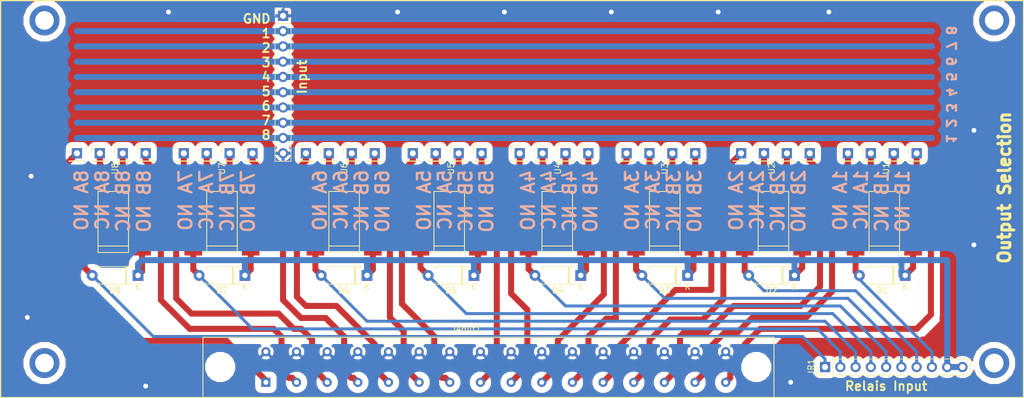
<source format=kicad_pcb>
(kicad_pcb (version 20171130) (host pcbnew 5.0.2-bee76a0~70~ubuntu16.04.1)

  (general
    (thickness 1.6)
    (drawings 11)
    (tracks 395)
    (zones 0)
    (modules 51)
    (nets 59)
  )

  (page A4)
  (layers
    (0 F.Cu signal)
    (31 B.Cu signal)
    (32 B.Adhes user)
    (33 F.Adhes user)
    (34 B.Paste user)
    (35 F.Paste user)
    (36 B.SilkS user)
    (37 F.SilkS user)
    (38 B.Mask user)
    (39 F.Mask user)
    (40 Dwgs.User user)
    (41 Cmts.User user)
    (42 Eco1.User user)
    (43 Eco2.User user)
    (44 Edge.Cuts user)
    (45 Margin user)
    (46 B.CrtYd user)
    (47 F.CrtYd user)
    (48 B.Fab user)
    (49 F.Fab user hide)
  )

  (setup
    (last_trace_width 1)
    (trace_clearance 1)
    (zone_clearance 0.508)
    (zone_45_only no)
    (trace_min 0.2)
    (segment_width 0.2)
    (edge_width 0.15)
    (via_size 1)
    (via_drill 0.8)
    (via_min_size 0.4)
    (via_min_drill 0.3)
    (uvia_size 0.3)
    (uvia_drill 0.1)
    (uvias_allowed no)
    (uvia_min_size 0.2)
    (uvia_min_drill 0.1)
    (pcb_text_width 0.3)
    (pcb_text_size 1.5 1.5)
    (mod_edge_width 0.15)
    (mod_text_size 1 1)
    (mod_text_width 0.15)
    (pad_size 1.524 1.524)
    (pad_drill 0.762)
    (pad_to_mask_clearance 0.051)
    (solder_mask_min_width 0.25)
    (aux_axis_origin 0 0)
    (visible_elements FFFFFF7F)
    (pcbplotparams
      (layerselection 0x010fc_ffffffff)
      (usegerberextensions false)
      (usegerberattributes false)
      (usegerberadvancedattributes false)
      (creategerberjobfile false)
      (excludeedgelayer true)
      (linewidth 0.100000)
      (plotframeref false)
      (viasonmask false)
      (mode 1)
      (useauxorigin false)
      (hpglpennumber 1)
      (hpglpenspeed 20)
      (hpglpendiameter 15.000000)
      (psnegative false)
      (psa4output false)
      (plotreference true)
      (plotvalue true)
      (plotinvisibletext false)
      (padsonsilk false)
      (subtractmaskfromsilk false)
      (outputformat 1)
      (mirror false)
      (drillshape 1)
      (scaleselection 1)
      (outputdirectory ""))
  )

  (net 0 "")
  (net 1 /relaysheet/Relais1)
  (net 2 +9V)
  (net 3 /relaysheet/Relais5)
  (net 4 /relaysheet/Relais2)
  (net 5 /relaysheet/Relais6)
  (net 6 /relaysheet/Relais3)
  (net 7 /relaysheet/Relais7)
  (net 8 /relaysheet/Relais4)
  (net 9 /relaysheet/Relais8)
  (net 10 GNDA)
  (net 11 /relaysheet/R1B_out)
  (net 12 /relaysheet/R1A_out)
  (net 13 /relaysheet/R1A_NC)
  (net 14 /relaysheet/R5B_out)
  (net 15 /relaysheet/R5A_out)
  (net 16 /relaysheet/R2B_out)
  (net 17 /relaysheet/R2A_out)
  (net 18 /relaysheet/R6A_out)
  (net 19 /relaysheet/R6B_out)
  (net 20 /relaysheet/R3A_out)
  (net 21 /relaysheet/R3B_out)
  (net 22 /relaysheet/R7B_out)
  (net 23 /relaysheet/R7A_out)
  (net 24 /relaysheet/R4A_out)
  (net 25 /relaysheet/R4B_out)
  (net 26 /relaysheet/R8A_out)
  (net 27 /relaysheet/R8B_out)
  (net 28 /relaysheet/R1B_NC)
  (net 29 /relaysheet/R1A_NO)
  (net 30 /relaysheet/R1B_NO)
  (net 31 /relaysheet/R2A_NC)
  (net 32 /relaysheet/R2B_NC)
  (net 33 /relaysheet/R2A_NO)
  (net 34 /relaysheet/R2B_NO)
  (net 35 /relaysheet/R3A_NC)
  (net 36 /relaysheet/R3B_NC)
  (net 37 /relaysheet/R3A_NO)
  (net 38 /relaysheet/R3B_NO)
  (net 39 /relaysheet/R4A_NC)
  (net 40 /relaysheet/R4B_NC)
  (net 41 /relaysheet/R4A_NO)
  (net 42 /relaysheet/R4B_NO)
  (net 43 /relaysheet/R5A_NC)
  (net 44 /relaysheet/R5B_NC)
  (net 45 /relaysheet/R5A_NO)
  (net 46 /relaysheet/R5B_NO)
  (net 47 /relaysheet/R6A_NC)
  (net 48 /relaysheet/R6B_NC)
  (net 49 /relaysheet/R6A_NO)
  (net 50 /relaysheet/R6B_NO)
  (net 51 /relaysheet/R7A_NC)
  (net 52 /relaysheet/R7B_NC)
  (net 53 /relaysheet/R7A_NO)
  (net 54 /relaysheet/R7B_NO)
  (net 55 /relaysheet/R8A_NC)
  (net 56 /relaysheet/R8B_NC)
  (net 57 /relaysheet/R8A_NO)
  (net 58 /relaysheet/R8B_NO)

  (net_class Default "This is the default net class."
    (clearance 1)
    (trace_width 1)
    (via_dia 1)
    (via_drill 0.8)
    (uvia_dia 0.3)
    (uvia_drill 0.1)
    (add_net +9V)
    (add_net /relaysheet/R1A_NC)
    (add_net /relaysheet/R1A_NO)
    (add_net /relaysheet/R1A_out)
    (add_net /relaysheet/R1B_NC)
    (add_net /relaysheet/R1B_NO)
    (add_net /relaysheet/R1B_out)
    (add_net /relaysheet/R2A_NC)
    (add_net /relaysheet/R2A_NO)
    (add_net /relaysheet/R2A_out)
    (add_net /relaysheet/R2B_NC)
    (add_net /relaysheet/R2B_NO)
    (add_net /relaysheet/R2B_out)
    (add_net /relaysheet/R3A_NC)
    (add_net /relaysheet/R3A_NO)
    (add_net /relaysheet/R3A_out)
    (add_net /relaysheet/R3B_NC)
    (add_net /relaysheet/R3B_NO)
    (add_net /relaysheet/R3B_out)
    (add_net /relaysheet/R4A_NC)
    (add_net /relaysheet/R4A_NO)
    (add_net /relaysheet/R4A_out)
    (add_net /relaysheet/R4B_NC)
    (add_net /relaysheet/R4B_NO)
    (add_net /relaysheet/R4B_out)
    (add_net /relaysheet/R5A_NC)
    (add_net /relaysheet/R5A_NO)
    (add_net /relaysheet/R5A_out)
    (add_net /relaysheet/R5B_NC)
    (add_net /relaysheet/R5B_NO)
    (add_net /relaysheet/R5B_out)
    (add_net /relaysheet/R6A_NC)
    (add_net /relaysheet/R6A_NO)
    (add_net /relaysheet/R6A_out)
    (add_net /relaysheet/R6B_NC)
    (add_net /relaysheet/R6B_NO)
    (add_net /relaysheet/R6B_out)
    (add_net /relaysheet/R7A_NC)
    (add_net /relaysheet/R7A_NO)
    (add_net /relaysheet/R7A_out)
    (add_net /relaysheet/R7B_NC)
    (add_net /relaysheet/R7B_NO)
    (add_net /relaysheet/R7B_out)
    (add_net /relaysheet/R8A_NC)
    (add_net /relaysheet/R8A_NO)
    (add_net /relaysheet/R8A_out)
    (add_net /relaysheet/R8B_NC)
    (add_net /relaysheet/R8B_NO)
    (add_net /relaysheet/R8B_out)
    (add_net /relaysheet/Relais1)
    (add_net /relaysheet/Relais2)
    (add_net /relaysheet/Relais3)
    (add_net /relaysheet/Relais4)
    (add_net /relaysheet/Relais5)
    (add_net /relaysheet/Relais6)
    (add_net /relaysheet/Relais7)
    (add_net /relaysheet/Relais8)
    (add_net GNDA)
  )

  (module footprints:NEC-EB2-12NU (layer F.Cu) (tedit 5CD1A950) (tstamp 5CD2D6D0)
    (at 159.72 49.53 90)
    (path /5CD2BD35/5CD2D6AA)
    (fp_text reference U1 (at 8.89 0.3 90) (layer F.SilkS)
      (effects (font (size 1 1) (thickness 0.15)))
    )
    (fp_text value NEC-EB2-12NU (at 0 0 90) (layer F.Fab)
      (effects (font (size 1 1) (thickness 0.15)))
    )
    (fp_line (start -7.15 -4.65) (end 7.15 -4.65) (layer F.Fab) (width 0.15))
    (fp_line (start 7.15 -4.65) (end 7.15 4.65) (layer F.Fab) (width 0.15))
    (fp_line (start 7.15 4.65) (end -7.15 4.65) (layer F.Fab) (width 0.15))
    (fp_line (start -7.15 4.65) (end -7.15 -4.65) (layer F.Fab) (width 0.15))
    (fp_line (start -6 -4.65) (end -6 4.65) (layer F.Fab) (width 0.15))
    (fp_line (start -5.08 -2.54) (end 5.08 -2.54) (layer F.SilkS) (width 0.15))
    (fp_line (start 5.08 -2.54) (end 5.08 2.54) (layer F.SilkS) (width 0.15))
    (fp_line (start 5.08 2.54) (end -5.08 2.54) (layer F.SilkS) (width 0.15))
    (fp_line (start -5.08 2.54) (end -5.08 -2.54) (layer F.SilkS) (width 0.15))
    (fp_line (start -4 -2.54) (end -4 2.54) (layer F.SilkS) (width 0.15))
    (pad 1 smd rect (at -5.08 -4.78 90) (size 1 2.94) (layers F.Cu F.Paste F.Mask)
      (net 1 /relaysheet/Relais1))
    (pad 2 smd rect (at -2.54 -4.78 90) (size 1 2.94) (layers F.Cu F.Paste F.Mask)
      (net 13 /relaysheet/R1A_NC))
    (pad 3 smd rect (at 0 -4.78 90) (size 1 2.94) (layers F.Cu F.Paste F.Mask)
      (net 12 /relaysheet/R1A_out))
    (pad 4 smd rect (at 2.54 -4.78 90) (size 1 2.94) (layers F.Cu F.Paste F.Mask)
      (net 29 /relaysheet/R1A_NO))
    (pad 5 smd rect (at 5.08 -4.78 90) (size 1 2.94) (layers F.Cu F.Paste F.Mask))
    (pad 6 smd rect (at 5.08 4.78 90) (size 1 2.94) (layers F.Cu F.Paste F.Mask))
    (pad 7 smd rect (at 2.54 4.78 90) (size 1 2.94) (layers F.Cu F.Paste F.Mask)
      (net 30 /relaysheet/R1B_NO))
    (pad 8 smd rect (at 0 4.78 90) (size 1 2.94) (layers F.Cu F.Paste F.Mask)
      (net 11 /relaysheet/R1B_out))
    (pad 9 smd rect (at -2.54 4.78 90) (size 1 2.94) (layers F.Cu F.Paste F.Mask)
      (net 28 /relaysheet/R1B_NC))
    (pad 10 smd rect (at -5.08 4.78 90) (size 1 2.94) (layers F.Cu F.Paste F.Mask)
      (net 2 +9V))
  )

  (module footprints:NEC-EB2-12NU (layer F.Cu) (tedit 5CD1A950) (tstamp 5CD2F79B)
    (at 141.27 49.53 90)
    (path /5CD2BD35/5CD30362)
    (fp_text reference U2 (at 8.89 -0.3 90) (layer F.SilkS)
      (effects (font (size 1 1) (thickness 0.15)))
    )
    (fp_text value NEC-EB2-12NU (at 0 0 90) (layer F.Fab)
      (effects (font (size 1 1) (thickness 0.15)))
    )
    (fp_line (start -7.15 -4.65) (end 7.15 -4.65) (layer F.Fab) (width 0.15))
    (fp_line (start 7.15 -4.65) (end 7.15 4.65) (layer F.Fab) (width 0.15))
    (fp_line (start 7.15 4.65) (end -7.15 4.65) (layer F.Fab) (width 0.15))
    (fp_line (start -7.15 4.65) (end -7.15 -4.65) (layer F.Fab) (width 0.15))
    (fp_line (start -6 -4.65) (end -6 4.65) (layer F.Fab) (width 0.15))
    (fp_line (start -5.08 -2.54) (end 5.08 -2.54) (layer F.SilkS) (width 0.15))
    (fp_line (start 5.08 -2.54) (end 5.08 2.54) (layer F.SilkS) (width 0.15))
    (fp_line (start 5.08 2.54) (end -5.08 2.54) (layer F.SilkS) (width 0.15))
    (fp_line (start -5.08 2.54) (end -5.08 -2.54) (layer F.SilkS) (width 0.15))
    (fp_line (start -4 -2.54) (end -4 2.54) (layer F.SilkS) (width 0.15))
    (pad 1 smd rect (at -5.08 -4.78 90) (size 1 2.94) (layers F.Cu F.Paste F.Mask)
      (net 4 /relaysheet/Relais2))
    (pad 2 smd rect (at -2.54 -4.78 90) (size 1 2.94) (layers F.Cu F.Paste F.Mask)
      (net 31 /relaysheet/R2A_NC))
    (pad 3 smd rect (at 0 -4.78 90) (size 1 2.94) (layers F.Cu F.Paste F.Mask)
      (net 17 /relaysheet/R2A_out))
    (pad 4 smd rect (at 2.54 -4.78 90) (size 1 2.94) (layers F.Cu F.Paste F.Mask)
      (net 33 /relaysheet/R2A_NO))
    (pad 5 smd rect (at 5.08 -4.78 90) (size 1 2.94) (layers F.Cu F.Paste F.Mask))
    (pad 6 smd rect (at 5.08 4.78 90) (size 1 2.94) (layers F.Cu F.Paste F.Mask))
    (pad 7 smd rect (at 2.54 4.78 90) (size 1 2.94) (layers F.Cu F.Paste F.Mask)
      (net 34 /relaysheet/R2B_NO))
    (pad 8 smd rect (at 0 4.78 90) (size 1 2.94) (layers F.Cu F.Paste F.Mask)
      (net 16 /relaysheet/R2B_out))
    (pad 9 smd rect (at -2.54 4.78 90) (size 1 2.94) (layers F.Cu F.Paste F.Mask)
      (net 32 /relaysheet/R2B_NC))
    (pad 10 smd rect (at -5.08 4.78 90) (size 1 2.94) (layers F.Cu F.Paste F.Mask)
      (net 2 +9V))
  )

  (module footprints:NEC-EB2-12NU (layer F.Cu) (tedit 5CD1A950) (tstamp 5CD2D700)
    (at 123.19 49.53 90)
    (path /5CD2BD35/5CD316D2)
    (fp_text reference U3 (at 8.89 0 90) (layer F.SilkS)
      (effects (font (size 1 1) (thickness 0.15)))
    )
    (fp_text value NEC-EB2-12NU (at 0 0 90) (layer F.Fab)
      (effects (font (size 1 1) (thickness 0.15)))
    )
    (fp_line (start -7.15 -4.65) (end 7.15 -4.65) (layer F.Fab) (width 0.15))
    (fp_line (start 7.15 -4.65) (end 7.15 4.65) (layer F.Fab) (width 0.15))
    (fp_line (start 7.15 4.65) (end -7.15 4.65) (layer F.Fab) (width 0.15))
    (fp_line (start -7.15 4.65) (end -7.15 -4.65) (layer F.Fab) (width 0.15))
    (fp_line (start -6 -4.65) (end -6 4.65) (layer F.Fab) (width 0.15))
    (fp_line (start -5.08 -2.54) (end 5.08 -2.54) (layer F.SilkS) (width 0.15))
    (fp_line (start 5.08 -2.54) (end 5.08 2.54) (layer F.SilkS) (width 0.15))
    (fp_line (start 5.08 2.54) (end -5.08 2.54) (layer F.SilkS) (width 0.15))
    (fp_line (start -5.08 2.54) (end -5.08 -2.54) (layer F.SilkS) (width 0.15))
    (fp_line (start -4 -2.54) (end -4 2.54) (layer F.SilkS) (width 0.15))
    (pad 1 smd rect (at -5.08 -4.78 90) (size 1 2.94) (layers F.Cu F.Paste F.Mask)
      (net 6 /relaysheet/Relais3))
    (pad 2 smd rect (at -2.54 -4.78 90) (size 1 2.94) (layers F.Cu F.Paste F.Mask)
      (net 35 /relaysheet/R3A_NC))
    (pad 3 smd rect (at 0 -4.78 90) (size 1 2.94) (layers F.Cu F.Paste F.Mask)
      (net 20 /relaysheet/R3A_out))
    (pad 4 smd rect (at 2.54 -4.78 90) (size 1 2.94) (layers F.Cu F.Paste F.Mask)
      (net 37 /relaysheet/R3A_NO))
    (pad 5 smd rect (at 5.08 -4.78 90) (size 1 2.94) (layers F.Cu F.Paste F.Mask))
    (pad 6 smd rect (at 5.08 4.78 90) (size 1 2.94) (layers F.Cu F.Paste F.Mask))
    (pad 7 smd rect (at 2.54 4.78 90) (size 1 2.94) (layers F.Cu F.Paste F.Mask)
      (net 38 /relaysheet/R3B_NO))
    (pad 8 smd rect (at 0 4.78 90) (size 1 2.94) (layers F.Cu F.Paste F.Mask)
      (net 21 /relaysheet/R3B_out))
    (pad 9 smd rect (at -2.54 4.78 90) (size 1 2.94) (layers F.Cu F.Paste F.Mask)
      (net 36 /relaysheet/R3B_NC))
    (pad 10 smd rect (at -5.08 4.78 90) (size 1 2.94) (layers F.Cu F.Paste F.Mask)
      (net 2 +9V))
  )

  (module footprints:NEC-EB2-12NU (layer F.Cu) (tedit 5CD1A950) (tstamp 5CD30B02)
    (at 105.31 49.53 90)
    (path /5CD2BD35/5CD31724)
    (fp_text reference U4 (at 8.89 0.1 90) (layer F.SilkS)
      (effects (font (size 1 1) (thickness 0.15)))
    )
    (fp_text value NEC-EB2-12NU (at 0 0 90) (layer F.Fab)
      (effects (font (size 1 1) (thickness 0.15)))
    )
    (fp_line (start -4 -2.54) (end -4 2.54) (layer F.SilkS) (width 0.15))
    (fp_line (start -5.08 2.54) (end -5.08 -2.54) (layer F.SilkS) (width 0.15))
    (fp_line (start 5.08 2.54) (end -5.08 2.54) (layer F.SilkS) (width 0.15))
    (fp_line (start 5.08 -2.54) (end 5.08 2.54) (layer F.SilkS) (width 0.15))
    (fp_line (start -5.08 -2.54) (end 5.08 -2.54) (layer F.SilkS) (width 0.15))
    (fp_line (start -6 -4.65) (end -6 4.65) (layer F.Fab) (width 0.15))
    (fp_line (start -7.15 4.65) (end -7.15 -4.65) (layer F.Fab) (width 0.15))
    (fp_line (start 7.15 4.65) (end -7.15 4.65) (layer F.Fab) (width 0.15))
    (fp_line (start 7.15 -4.65) (end 7.15 4.65) (layer F.Fab) (width 0.15))
    (fp_line (start -7.15 -4.65) (end 7.15 -4.65) (layer F.Fab) (width 0.15))
    (pad 10 smd rect (at -5.08 4.78 90) (size 1 2.94) (layers F.Cu F.Paste F.Mask)
      (net 2 +9V))
    (pad 9 smd rect (at -2.54 4.78 90) (size 1 2.94) (layers F.Cu F.Paste F.Mask)
      (net 40 /relaysheet/R4B_NC))
    (pad 8 smd rect (at 0 4.78 90) (size 1 2.94) (layers F.Cu F.Paste F.Mask)
      (net 25 /relaysheet/R4B_out))
    (pad 7 smd rect (at 2.54 4.78 90) (size 1 2.94) (layers F.Cu F.Paste F.Mask)
      (net 42 /relaysheet/R4B_NO))
    (pad 6 smd rect (at 5.08 4.78 90) (size 1 2.94) (layers F.Cu F.Paste F.Mask))
    (pad 5 smd rect (at 5.08 -4.78 90) (size 1 2.94) (layers F.Cu F.Paste F.Mask))
    (pad 4 smd rect (at 2.54 -4.78 90) (size 1 2.94) (layers F.Cu F.Paste F.Mask)
      (net 41 /relaysheet/R4A_NO))
    (pad 3 smd rect (at 0 -4.78 90) (size 1 2.94) (layers F.Cu F.Paste F.Mask)
      (net 24 /relaysheet/R4A_out))
    (pad 2 smd rect (at -2.54 -4.78 90) (size 1 2.94) (layers F.Cu F.Paste F.Mask)
      (net 39 /relaysheet/R4A_NC))
    (pad 1 smd rect (at -5.08 -4.78 90) (size 1 2.94) (layers F.Cu F.Paste F.Mask)
      (net 8 /relaysheet/Relais4))
  )

  (module footprints:NEC-EB2-12NU (layer F.Cu) (tedit 5CD1A950) (tstamp 5CD2D730)
    (at 87.33 49.53 90)
    (path /5CD2BD35/5CD2FCCA)
    (fp_text reference U5 (at 8.89 0.3 90) (layer F.SilkS)
      (effects (font (size 1 1) (thickness 0.15)))
    )
    (fp_text value NEC-EB2-12NU (at 0 0 90) (layer F.Fab)
      (effects (font (size 1 1) (thickness 0.15)))
    )
    (fp_line (start -4 -2.54) (end -4 2.54) (layer F.SilkS) (width 0.15))
    (fp_line (start -5.08 2.54) (end -5.08 -2.54) (layer F.SilkS) (width 0.15))
    (fp_line (start 5.08 2.54) (end -5.08 2.54) (layer F.SilkS) (width 0.15))
    (fp_line (start 5.08 -2.54) (end 5.08 2.54) (layer F.SilkS) (width 0.15))
    (fp_line (start -5.08 -2.54) (end 5.08 -2.54) (layer F.SilkS) (width 0.15))
    (fp_line (start -6 -4.65) (end -6 4.65) (layer F.Fab) (width 0.15))
    (fp_line (start -7.15 4.65) (end -7.15 -4.65) (layer F.Fab) (width 0.15))
    (fp_line (start 7.15 4.65) (end -7.15 4.65) (layer F.Fab) (width 0.15))
    (fp_line (start 7.15 -4.65) (end 7.15 4.65) (layer F.Fab) (width 0.15))
    (fp_line (start -7.15 -4.65) (end 7.15 -4.65) (layer F.Fab) (width 0.15))
    (pad 10 smd rect (at -5.08 4.78 90) (size 1 2.94) (layers F.Cu F.Paste F.Mask)
      (net 2 +9V))
    (pad 9 smd rect (at -2.54 4.78 90) (size 1 2.94) (layers F.Cu F.Paste F.Mask)
      (net 44 /relaysheet/R5B_NC))
    (pad 8 smd rect (at 0 4.78 90) (size 1 2.94) (layers F.Cu F.Paste F.Mask)
      (net 14 /relaysheet/R5B_out))
    (pad 7 smd rect (at 2.54 4.78 90) (size 1 2.94) (layers F.Cu F.Paste F.Mask)
      (net 46 /relaysheet/R5B_NO))
    (pad 6 smd rect (at 5.08 4.78 90) (size 1 2.94) (layers F.Cu F.Paste F.Mask))
    (pad 5 smd rect (at 5.08 -4.78 90) (size 1 2.94) (layers F.Cu F.Paste F.Mask))
    (pad 4 smd rect (at 2.54 -4.78 90) (size 1 2.94) (layers F.Cu F.Paste F.Mask)
      (net 45 /relaysheet/R5A_NO))
    (pad 3 smd rect (at 0 -4.78 90) (size 1 2.94) (layers F.Cu F.Paste F.Mask)
      (net 15 /relaysheet/R5A_out))
    (pad 2 smd rect (at -2.54 -4.78 90) (size 1 2.94) (layers F.Cu F.Paste F.Mask)
      (net 43 /relaysheet/R5A_NC))
    (pad 1 smd rect (at -5.08 -4.78 90) (size 1 2.94) (layers F.Cu F.Paste F.Mask)
      (net 3 /relaysheet/Relais5))
  )

  (module footprints:NEC-EB2-12NU (layer F.Cu) (tedit 5CD1A950) (tstamp 5CD2D748)
    (at 69.85 49.53 90)
    (path /5CD2BD35/5CD3038B)
    (fp_text reference U6 (at 8.89 0 90) (layer F.SilkS)
      (effects (font (size 1 1) (thickness 0.15)))
    )
    (fp_text value NEC-EB2-12NU (at 0 0 90) (layer F.Fab)
      (effects (font (size 1 1) (thickness 0.15)))
    )
    (fp_line (start -4 -2.54) (end -4 2.54) (layer F.SilkS) (width 0.15))
    (fp_line (start -5.08 2.54) (end -5.08 -2.54) (layer F.SilkS) (width 0.15))
    (fp_line (start 5.08 2.54) (end -5.08 2.54) (layer F.SilkS) (width 0.15))
    (fp_line (start 5.08 -2.54) (end 5.08 2.54) (layer F.SilkS) (width 0.15))
    (fp_line (start -5.08 -2.54) (end 5.08 -2.54) (layer F.SilkS) (width 0.15))
    (fp_line (start -6 -4.65) (end -6 4.65) (layer F.Fab) (width 0.15))
    (fp_line (start -7.15 4.65) (end -7.15 -4.65) (layer F.Fab) (width 0.15))
    (fp_line (start 7.15 4.65) (end -7.15 4.65) (layer F.Fab) (width 0.15))
    (fp_line (start 7.15 -4.65) (end 7.15 4.65) (layer F.Fab) (width 0.15))
    (fp_line (start -7.15 -4.65) (end 7.15 -4.65) (layer F.Fab) (width 0.15))
    (pad 10 smd rect (at -5.08 4.78 90) (size 1 2.94) (layers F.Cu F.Paste F.Mask)
      (net 2 +9V))
    (pad 9 smd rect (at -2.54 4.78 90) (size 1 2.94) (layers F.Cu F.Paste F.Mask)
      (net 48 /relaysheet/R6B_NC))
    (pad 8 smd rect (at 0 4.78 90) (size 1 2.94) (layers F.Cu F.Paste F.Mask)
      (net 19 /relaysheet/R6B_out))
    (pad 7 smd rect (at 2.54 4.78 90) (size 1 2.94) (layers F.Cu F.Paste F.Mask)
      (net 50 /relaysheet/R6B_NO))
    (pad 6 smd rect (at 5.08 4.78 90) (size 1 2.94) (layers F.Cu F.Paste F.Mask))
    (pad 5 smd rect (at 5.08 -4.78 90) (size 1 2.94) (layers F.Cu F.Paste F.Mask))
    (pad 4 smd rect (at 2.54 -4.78 90) (size 1 2.94) (layers F.Cu F.Paste F.Mask)
      (net 49 /relaysheet/R6A_NO))
    (pad 3 smd rect (at 0 -4.78 90) (size 1 2.94) (layers F.Cu F.Paste F.Mask)
      (net 18 /relaysheet/R6A_out))
    (pad 2 smd rect (at -2.54 -4.78 90) (size 1 2.94) (layers F.Cu F.Paste F.Mask)
      (net 47 /relaysheet/R6A_NC))
    (pad 1 smd rect (at -5.08 -4.78 90) (size 1 2.94) (layers F.Cu F.Paste F.Mask)
      (net 5 /relaysheet/Relais6))
  )

  (module footprints:NEC-EB2-12NU (layer F.Cu) (tedit 5CD1A950) (tstamp 5CD2DE4A)
    (at 49.53 49.53 90)
    (path /5CD2BD35/5CD316FB)
    (fp_text reference U7 (at 8.89 0 90) (layer F.SilkS)
      (effects (font (size 1 1) (thickness 0.15)))
    )
    (fp_text value NEC-EB2-12NU (at 0 0 90) (layer F.Fab)
      (effects (font (size 1 1) (thickness 0.15)))
    )
    (fp_line (start -4 -2.54) (end -4 2.54) (layer F.SilkS) (width 0.15))
    (fp_line (start -5.08 2.54) (end -5.08 -2.54) (layer F.SilkS) (width 0.15))
    (fp_line (start 5.08 2.54) (end -5.08 2.54) (layer F.SilkS) (width 0.15))
    (fp_line (start 5.08 -2.54) (end 5.08 2.54) (layer F.SilkS) (width 0.15))
    (fp_line (start -5.08 -2.54) (end 5.08 -2.54) (layer F.SilkS) (width 0.15))
    (fp_line (start -6 -4.65) (end -6 4.65) (layer F.Fab) (width 0.15))
    (fp_line (start -7.15 4.65) (end -7.15 -4.65) (layer F.Fab) (width 0.15))
    (fp_line (start 7.15 4.65) (end -7.15 4.65) (layer F.Fab) (width 0.15))
    (fp_line (start 7.15 -4.65) (end 7.15 4.65) (layer F.Fab) (width 0.15))
    (fp_line (start -7.15 -4.65) (end 7.15 -4.65) (layer F.Fab) (width 0.15))
    (pad 10 smd rect (at -5.08 4.78 90) (size 1 2.94) (layers F.Cu F.Paste F.Mask)
      (net 2 +9V))
    (pad 9 smd rect (at -2.54 4.78 90) (size 1 2.94) (layers F.Cu F.Paste F.Mask)
      (net 52 /relaysheet/R7B_NC))
    (pad 8 smd rect (at 0 4.78 90) (size 1 2.94) (layers F.Cu F.Paste F.Mask)
      (net 22 /relaysheet/R7B_out))
    (pad 7 smd rect (at 2.54 4.78 90) (size 1 2.94) (layers F.Cu F.Paste F.Mask)
      (net 54 /relaysheet/R7B_NO))
    (pad 6 smd rect (at 5.08 4.78 90) (size 1 2.94) (layers F.Cu F.Paste F.Mask))
    (pad 5 smd rect (at 5.08 -4.78 90) (size 1 2.94) (layers F.Cu F.Paste F.Mask))
    (pad 4 smd rect (at 2.54 -4.78 90) (size 1 2.94) (layers F.Cu F.Paste F.Mask)
      (net 53 /relaysheet/R7A_NO))
    (pad 3 smd rect (at 0 -4.78 90) (size 1 2.94) (layers F.Cu F.Paste F.Mask)
      (net 23 /relaysheet/R7A_out))
    (pad 2 smd rect (at -2.54 -4.78 90) (size 1 2.94) (layers F.Cu F.Paste F.Mask)
      (net 51 /relaysheet/R7A_NC))
    (pad 1 smd rect (at -5.08 -4.78 90) (size 1 2.94) (layers F.Cu F.Paste F.Mask)
      (net 7 /relaysheet/Relais7))
  )

  (module footprints:NEC-EB2-12NU (layer F.Cu) (tedit 5CD1A950) (tstamp 5CD30EC6)
    (at 31.45 49.53 90)
    (path /5CD2BD35/5CD3174D)
    (fp_text reference U8 (at 8.89 0.3 90) (layer F.SilkS)
      (effects (font (size 1 1) (thickness 0.15)))
    )
    (fp_text value NEC-EB2-12NU (at 0 0 90) (layer F.Fab)
      (effects (font (size 1 1) (thickness 0.15)))
    )
    (fp_line (start -4 -2.54) (end -4 2.54) (layer F.SilkS) (width 0.15))
    (fp_line (start -5.08 2.54) (end -5.08 -2.54) (layer F.SilkS) (width 0.15))
    (fp_line (start 5.08 2.54) (end -5.08 2.54) (layer F.SilkS) (width 0.15))
    (fp_line (start 5.08 -2.54) (end 5.08 2.54) (layer F.SilkS) (width 0.15))
    (fp_line (start -5.08 -2.54) (end 5.08 -2.54) (layer F.SilkS) (width 0.15))
    (fp_line (start -6 -4.65) (end -6 4.65) (layer F.Fab) (width 0.15))
    (fp_line (start -7.15 4.65) (end -7.15 -4.65) (layer F.Fab) (width 0.15))
    (fp_line (start 7.15 4.65) (end -7.15 4.65) (layer F.Fab) (width 0.15))
    (fp_line (start 7.15 -4.65) (end 7.15 4.65) (layer F.Fab) (width 0.15))
    (fp_line (start -7.15 -4.65) (end 7.15 -4.65) (layer F.Fab) (width 0.15))
    (pad 10 smd rect (at -5.08 4.78 90) (size 1 2.94) (layers F.Cu F.Paste F.Mask)
      (net 2 +9V))
    (pad 9 smd rect (at -2.54 4.78 90) (size 1 2.94) (layers F.Cu F.Paste F.Mask)
      (net 56 /relaysheet/R8B_NC))
    (pad 8 smd rect (at 0 4.78 90) (size 1 2.94) (layers F.Cu F.Paste F.Mask)
      (net 27 /relaysheet/R8B_out))
    (pad 7 smd rect (at 2.54 4.78 90) (size 1 2.94) (layers F.Cu F.Paste F.Mask)
      (net 58 /relaysheet/R8B_NO))
    (pad 6 smd rect (at 5.08 4.78 90) (size 1 2.94) (layers F.Cu F.Paste F.Mask))
    (pad 5 smd rect (at 5.08 -4.78 90) (size 1 2.94) (layers F.Cu F.Paste F.Mask))
    (pad 4 smd rect (at 2.54 -4.78 90) (size 1 2.94) (layers F.Cu F.Paste F.Mask)
      (net 57 /relaysheet/R8A_NO))
    (pad 3 smd rect (at 0 -4.78 90) (size 1 2.94) (layers F.Cu F.Paste F.Mask)
      (net 26 /relaysheet/R8A_out))
    (pad 2 smd rect (at -2.54 -4.78 90) (size 1 2.94) (layers F.Cu F.Paste F.Mask)
      (net 55 /relaysheet/R8A_NC))
    (pad 1 smd rect (at -5.08 -4.78 90) (size 1 2.94) (layers F.Cu F.Paste F.Mask)
      (net 9 /relaysheet/Relais8))
  )

  (module Diode_THT:D_A-405_P7.62mm_Horizontal (layer F.Cu) (tedit 5AE50CD5) (tstamp 5CD2F417)
    (at 163.195 58.42 180)
    (descr "Diode, A-405 series, Axial, Horizontal, pin pitch=7.62mm, , length*diameter=5.2*2.7mm^2, , http://www.diodes.com/_files/packages/A-405.pdf")
    (tags "Diode A-405 series Axial Horizontal pin pitch 7.62mm  length 5.2mm diameter 2.7mm")
    (path /5CD2BD35/5CD2E7CE)
    (fp_text reference D1 (at 3.81 -2.47 180) (layer F.SilkS)
      (effects (font (size 1 1) (thickness 0.15)))
    )
    (fp_text value D (at 3.81 2.47 180) (layer F.Fab)
      (effects (font (size 1 1) (thickness 0.15)))
    )
    (fp_line (start 1.21 -1.35) (end 1.21 1.35) (layer F.Fab) (width 0.1))
    (fp_line (start 1.21 1.35) (end 6.41 1.35) (layer F.Fab) (width 0.1))
    (fp_line (start 6.41 1.35) (end 6.41 -1.35) (layer F.Fab) (width 0.1))
    (fp_line (start 6.41 -1.35) (end 1.21 -1.35) (layer F.Fab) (width 0.1))
    (fp_line (start 0 0) (end 1.21 0) (layer F.Fab) (width 0.1))
    (fp_line (start 7.62 0) (end 6.41 0) (layer F.Fab) (width 0.1))
    (fp_line (start 1.99 -1.35) (end 1.99 1.35) (layer F.Fab) (width 0.1))
    (fp_line (start 2.09 -1.35) (end 2.09 1.35) (layer F.Fab) (width 0.1))
    (fp_line (start 1.89 -1.35) (end 1.89 1.35) (layer F.Fab) (width 0.1))
    (fp_line (start 1.09 -1.14) (end 1.09 -1.47) (layer F.SilkS) (width 0.12))
    (fp_line (start 1.09 -1.47) (end 6.53 -1.47) (layer F.SilkS) (width 0.12))
    (fp_line (start 6.53 -1.47) (end 6.53 -1.14) (layer F.SilkS) (width 0.12))
    (fp_line (start 1.09 1.14) (end 1.09 1.47) (layer F.SilkS) (width 0.12))
    (fp_line (start 1.09 1.47) (end 6.53 1.47) (layer F.SilkS) (width 0.12))
    (fp_line (start 6.53 1.47) (end 6.53 1.14) (layer F.SilkS) (width 0.12))
    (fp_line (start 1.99 -1.47) (end 1.99 1.47) (layer F.SilkS) (width 0.12))
    (fp_line (start 2.11 -1.47) (end 2.11 1.47) (layer F.SilkS) (width 0.12))
    (fp_line (start 1.87 -1.47) (end 1.87 1.47) (layer F.SilkS) (width 0.12))
    (fp_line (start -1.15 -1.6) (end -1.15 1.6) (layer F.CrtYd) (width 0.05))
    (fp_line (start -1.15 1.6) (end 8.77 1.6) (layer F.CrtYd) (width 0.05))
    (fp_line (start 8.77 1.6) (end 8.77 -1.6) (layer F.CrtYd) (width 0.05))
    (fp_line (start 8.77 -1.6) (end -1.15 -1.6) (layer F.CrtYd) (width 0.05))
    (fp_text user %R (at 4.2 0 180) (layer F.Fab)
      (effects (font (size 1 1) (thickness 0.15)))
    )
    (fp_text user K (at 0 -1.9 180) (layer F.Fab)
      (effects (font (size 1 1) (thickness 0.15)))
    )
    (fp_text user K (at 0 -1.9 180) (layer F.SilkS)
      (effects (font (size 1 1) (thickness 0.15)))
    )
    (pad 1 thru_hole rect (at 0 0 180) (size 1.8 1.8) (drill 0.9) (layers *.Cu *.Mask)
      (net 2 +9V))
    (pad 2 thru_hole oval (at 7.62 0 180) (size 1.8 1.8) (drill 0.9) (layers *.Cu *.Mask)
      (net 1 /relaysheet/Relais1))
    (model ${KISYS3DMOD}/Diode_THT.3dshapes/D_A-405_P7.62mm_Horizontal.wrl
      (at (xyz 0 0 0))
      (scale (xyz 1 1 1))
      (rotate (xyz 0 0 0))
    )
  )

  (module Diode_THT:D_A-405_P7.62mm_Horizontal (layer F.Cu) (tedit 5AE50CD5) (tstamp 5CD2F435)
    (at 144.78 58.42 180)
    (descr "Diode, A-405 series, Axial, Horizontal, pin pitch=7.62mm, , length*diameter=5.2*2.7mm^2, , http://www.diodes.com/_files/packages/A-405.pdf")
    (tags "Diode A-405 series Axial Horizontal pin pitch 7.62mm  length 5.2mm diameter 2.7mm")
    (path /5CD2BD35/5CD3037D)
    (fp_text reference D2 (at 3.81 -2.47 180) (layer F.SilkS)
      (effects (font (size 1 1) (thickness 0.15)))
    )
    (fp_text value D (at 3.81 2.47 180) (layer F.Fab)
      (effects (font (size 1 1) (thickness 0.15)))
    )
    (fp_text user K (at 0 -1.9 180) (layer F.SilkS)
      (effects (font (size 1 1) (thickness 0.15)))
    )
    (fp_text user K (at 0 -1.9 180) (layer F.Fab)
      (effects (font (size 1 1) (thickness 0.15)))
    )
    (fp_text user %R (at 4.2 0 180) (layer F.Fab)
      (effects (font (size 1 1) (thickness 0.15)))
    )
    (fp_line (start 8.77 -1.6) (end -1.15 -1.6) (layer F.CrtYd) (width 0.05))
    (fp_line (start 8.77 1.6) (end 8.77 -1.6) (layer F.CrtYd) (width 0.05))
    (fp_line (start -1.15 1.6) (end 8.77 1.6) (layer F.CrtYd) (width 0.05))
    (fp_line (start -1.15 -1.6) (end -1.15 1.6) (layer F.CrtYd) (width 0.05))
    (fp_line (start 1.87 -1.47) (end 1.87 1.47) (layer F.SilkS) (width 0.12))
    (fp_line (start 2.11 -1.47) (end 2.11 1.47) (layer F.SilkS) (width 0.12))
    (fp_line (start 1.99 -1.47) (end 1.99 1.47) (layer F.SilkS) (width 0.12))
    (fp_line (start 6.53 1.47) (end 6.53 1.14) (layer F.SilkS) (width 0.12))
    (fp_line (start 1.09 1.47) (end 6.53 1.47) (layer F.SilkS) (width 0.12))
    (fp_line (start 1.09 1.14) (end 1.09 1.47) (layer F.SilkS) (width 0.12))
    (fp_line (start 6.53 -1.47) (end 6.53 -1.14) (layer F.SilkS) (width 0.12))
    (fp_line (start 1.09 -1.47) (end 6.53 -1.47) (layer F.SilkS) (width 0.12))
    (fp_line (start 1.09 -1.14) (end 1.09 -1.47) (layer F.SilkS) (width 0.12))
    (fp_line (start 1.89 -1.35) (end 1.89 1.35) (layer F.Fab) (width 0.1))
    (fp_line (start 2.09 -1.35) (end 2.09 1.35) (layer F.Fab) (width 0.1))
    (fp_line (start 1.99 -1.35) (end 1.99 1.35) (layer F.Fab) (width 0.1))
    (fp_line (start 7.62 0) (end 6.41 0) (layer F.Fab) (width 0.1))
    (fp_line (start 0 0) (end 1.21 0) (layer F.Fab) (width 0.1))
    (fp_line (start 6.41 -1.35) (end 1.21 -1.35) (layer F.Fab) (width 0.1))
    (fp_line (start 6.41 1.35) (end 6.41 -1.35) (layer F.Fab) (width 0.1))
    (fp_line (start 1.21 1.35) (end 6.41 1.35) (layer F.Fab) (width 0.1))
    (fp_line (start 1.21 -1.35) (end 1.21 1.35) (layer F.Fab) (width 0.1))
    (pad 2 thru_hole oval (at 7.62 0 180) (size 1.8 1.8) (drill 0.9) (layers *.Cu *.Mask)
      (net 4 /relaysheet/Relais2))
    (pad 1 thru_hole rect (at 0 0 180) (size 1.8 1.8) (drill 0.9) (layers *.Cu *.Mask)
      (net 2 +9V))
    (model ${KISYS3DMOD}/Diode_THT.3dshapes/D_A-405_P7.62mm_Horizontal.wrl
      (at (xyz 0 0 0))
      (scale (xyz 1 1 1))
      (rotate (xyz 0 0 0))
    )
  )

  (module Diode_THT:D_A-405_P7.62mm_Horizontal (layer F.Cu) (tedit 5AE50CD5) (tstamp 5CD2F453)
    (at 127 58.42 180)
    (descr "Diode, A-405 series, Axial, Horizontal, pin pitch=7.62mm, , length*diameter=5.2*2.7mm^2, , http://www.diodes.com/_files/packages/A-405.pdf")
    (tags "Diode A-405 series Axial Horizontal pin pitch 7.62mm  length 5.2mm diameter 2.7mm")
    (path /5CD2BD35/5CD316ED)
    (fp_text reference D3 (at 3.81 -2.47 180) (layer F.SilkS)
      (effects (font (size 1 1) (thickness 0.15)))
    )
    (fp_text value D (at 3.81 2.47 180) (layer F.Fab)
      (effects (font (size 1 1) (thickness 0.15)))
    )
    (fp_text user K (at 0 -1.9 180) (layer F.SilkS)
      (effects (font (size 1 1) (thickness 0.15)))
    )
    (fp_text user K (at 0 -1.9 180) (layer F.Fab)
      (effects (font (size 1 1) (thickness 0.15)))
    )
    (fp_text user %R (at 4.2 0 180) (layer F.Fab)
      (effects (font (size 1 1) (thickness 0.15)))
    )
    (fp_line (start 8.77 -1.6) (end -1.15 -1.6) (layer F.CrtYd) (width 0.05))
    (fp_line (start 8.77 1.6) (end 8.77 -1.6) (layer F.CrtYd) (width 0.05))
    (fp_line (start -1.15 1.6) (end 8.77 1.6) (layer F.CrtYd) (width 0.05))
    (fp_line (start -1.15 -1.6) (end -1.15 1.6) (layer F.CrtYd) (width 0.05))
    (fp_line (start 1.87 -1.47) (end 1.87 1.47) (layer F.SilkS) (width 0.12))
    (fp_line (start 2.11 -1.47) (end 2.11 1.47) (layer F.SilkS) (width 0.12))
    (fp_line (start 1.99 -1.47) (end 1.99 1.47) (layer F.SilkS) (width 0.12))
    (fp_line (start 6.53 1.47) (end 6.53 1.14) (layer F.SilkS) (width 0.12))
    (fp_line (start 1.09 1.47) (end 6.53 1.47) (layer F.SilkS) (width 0.12))
    (fp_line (start 1.09 1.14) (end 1.09 1.47) (layer F.SilkS) (width 0.12))
    (fp_line (start 6.53 -1.47) (end 6.53 -1.14) (layer F.SilkS) (width 0.12))
    (fp_line (start 1.09 -1.47) (end 6.53 -1.47) (layer F.SilkS) (width 0.12))
    (fp_line (start 1.09 -1.14) (end 1.09 -1.47) (layer F.SilkS) (width 0.12))
    (fp_line (start 1.89 -1.35) (end 1.89 1.35) (layer F.Fab) (width 0.1))
    (fp_line (start 2.09 -1.35) (end 2.09 1.35) (layer F.Fab) (width 0.1))
    (fp_line (start 1.99 -1.35) (end 1.99 1.35) (layer F.Fab) (width 0.1))
    (fp_line (start 7.62 0) (end 6.41 0) (layer F.Fab) (width 0.1))
    (fp_line (start 0 0) (end 1.21 0) (layer F.Fab) (width 0.1))
    (fp_line (start 6.41 -1.35) (end 1.21 -1.35) (layer F.Fab) (width 0.1))
    (fp_line (start 6.41 1.35) (end 6.41 -1.35) (layer F.Fab) (width 0.1))
    (fp_line (start 1.21 1.35) (end 6.41 1.35) (layer F.Fab) (width 0.1))
    (fp_line (start 1.21 -1.35) (end 1.21 1.35) (layer F.Fab) (width 0.1))
    (pad 2 thru_hole oval (at 7.62 0 180) (size 1.8 1.8) (drill 0.9) (layers *.Cu *.Mask)
      (net 6 /relaysheet/Relais3))
    (pad 1 thru_hole rect (at 0 0 180) (size 1.8 1.8) (drill 0.9) (layers *.Cu *.Mask)
      (net 2 +9V))
    (model ${KISYS3DMOD}/Diode_THT.3dshapes/D_A-405_P7.62mm_Horizontal.wrl
      (at (xyz 0 0 0))
      (scale (xyz 1 1 1))
      (rotate (xyz 0 0 0))
    )
  )

  (module Diode_THT:D_A-405_P7.62mm_Horizontal (layer F.Cu) (tedit 5AE50CD5) (tstamp 5CD30AAF)
    (at 109.22 58.42 180)
    (descr "Diode, A-405 series, Axial, Horizontal, pin pitch=7.62mm, , length*diameter=5.2*2.7mm^2, , http://www.diodes.com/_files/packages/A-405.pdf")
    (tags "Diode A-405 series Axial Horizontal pin pitch 7.62mm  length 5.2mm diameter 2.7mm")
    (path /5CD2BD35/5CD3173F)
    (fp_text reference D4 (at 3.81 -2.47 180) (layer F.SilkS)
      (effects (font (size 1 1) (thickness 0.15)))
    )
    (fp_text value D (at 3.81 2.47 180) (layer F.Fab)
      (effects (font (size 1 1) (thickness 0.15)))
    )
    (fp_line (start 1.21 -1.35) (end 1.21 1.35) (layer F.Fab) (width 0.1))
    (fp_line (start 1.21 1.35) (end 6.41 1.35) (layer F.Fab) (width 0.1))
    (fp_line (start 6.41 1.35) (end 6.41 -1.35) (layer F.Fab) (width 0.1))
    (fp_line (start 6.41 -1.35) (end 1.21 -1.35) (layer F.Fab) (width 0.1))
    (fp_line (start 0 0) (end 1.21 0) (layer F.Fab) (width 0.1))
    (fp_line (start 7.62 0) (end 6.41 0) (layer F.Fab) (width 0.1))
    (fp_line (start 1.99 -1.35) (end 1.99 1.35) (layer F.Fab) (width 0.1))
    (fp_line (start 2.09 -1.35) (end 2.09 1.35) (layer F.Fab) (width 0.1))
    (fp_line (start 1.89 -1.35) (end 1.89 1.35) (layer F.Fab) (width 0.1))
    (fp_line (start 1.09 -1.14) (end 1.09 -1.47) (layer F.SilkS) (width 0.12))
    (fp_line (start 1.09 -1.47) (end 6.53 -1.47) (layer F.SilkS) (width 0.12))
    (fp_line (start 6.53 -1.47) (end 6.53 -1.14) (layer F.SilkS) (width 0.12))
    (fp_line (start 1.09 1.14) (end 1.09 1.47) (layer F.SilkS) (width 0.12))
    (fp_line (start 1.09 1.47) (end 6.53 1.47) (layer F.SilkS) (width 0.12))
    (fp_line (start 6.53 1.47) (end 6.53 1.14) (layer F.SilkS) (width 0.12))
    (fp_line (start 1.99 -1.47) (end 1.99 1.47) (layer F.SilkS) (width 0.12))
    (fp_line (start 2.11 -1.47) (end 2.11 1.47) (layer F.SilkS) (width 0.12))
    (fp_line (start 1.87 -1.47) (end 1.87 1.47) (layer F.SilkS) (width 0.12))
    (fp_line (start -1.15 -1.6) (end -1.15 1.6) (layer F.CrtYd) (width 0.05))
    (fp_line (start -1.15 1.6) (end 8.77 1.6) (layer F.CrtYd) (width 0.05))
    (fp_line (start 8.77 1.6) (end 8.77 -1.6) (layer F.CrtYd) (width 0.05))
    (fp_line (start 8.77 -1.6) (end -1.15 -1.6) (layer F.CrtYd) (width 0.05))
    (fp_text user %R (at 4.2 0 180) (layer F.Fab)
      (effects (font (size 1 1) (thickness 0.15)))
    )
    (fp_text user K (at 0 -1.9 180) (layer F.Fab)
      (effects (font (size 1 1) (thickness 0.15)))
    )
    (fp_text user K (at 0 -1.9 180) (layer F.SilkS)
      (effects (font (size 1 1) (thickness 0.15)))
    )
    (pad 1 thru_hole rect (at 0 0 180) (size 1.8 1.8) (drill 0.9) (layers *.Cu *.Mask)
      (net 2 +9V))
    (pad 2 thru_hole oval (at 7.62 0 180) (size 1.8 1.8) (drill 0.9) (layers *.Cu *.Mask)
      (net 8 /relaysheet/Relais4))
    (model ${KISYS3DMOD}/Diode_THT.3dshapes/D_A-405_P7.62mm_Horizontal.wrl
      (at (xyz 0 0 0))
      (scale (xyz 1 1 1))
      (rotate (xyz 0 0 0))
    )
  )

  (module Diode_THT:D_A-405_P7.62mm_Horizontal (layer F.Cu) (tedit 5AE50CD5) (tstamp 5CD2F48F)
    (at 91.44 58.42 180)
    (descr "Diode, A-405 series, Axial, Horizontal, pin pitch=7.62mm, , length*diameter=5.2*2.7mm^2, , http://www.diodes.com/_files/packages/A-405.pdf")
    (tags "Diode A-405 series Axial Horizontal pin pitch 7.62mm  length 5.2mm diameter 2.7mm")
    (path /5CD2BD35/5CD2FCE5)
    (fp_text reference D5 (at 3.81 -2.47 180) (layer F.SilkS)
      (effects (font (size 1 1) (thickness 0.15)))
    )
    (fp_text value D (at 3.81 2.47 180) (layer F.Fab)
      (effects (font (size 1 1) (thickness 0.15)))
    )
    (fp_text user K (at 0 -1.9 180) (layer F.SilkS)
      (effects (font (size 1 1) (thickness 0.15)))
    )
    (fp_text user K (at 0 -1.9 180) (layer F.Fab)
      (effects (font (size 1 1) (thickness 0.15)))
    )
    (fp_text user %R (at 4.2 0 180) (layer F.Fab)
      (effects (font (size 1 1) (thickness 0.15)))
    )
    (fp_line (start 8.77 -1.6) (end -1.15 -1.6) (layer F.CrtYd) (width 0.05))
    (fp_line (start 8.77 1.6) (end 8.77 -1.6) (layer F.CrtYd) (width 0.05))
    (fp_line (start -1.15 1.6) (end 8.77 1.6) (layer F.CrtYd) (width 0.05))
    (fp_line (start -1.15 -1.6) (end -1.15 1.6) (layer F.CrtYd) (width 0.05))
    (fp_line (start 1.87 -1.47) (end 1.87 1.47) (layer F.SilkS) (width 0.12))
    (fp_line (start 2.11 -1.47) (end 2.11 1.47) (layer F.SilkS) (width 0.12))
    (fp_line (start 1.99 -1.47) (end 1.99 1.47) (layer F.SilkS) (width 0.12))
    (fp_line (start 6.53 1.47) (end 6.53 1.14) (layer F.SilkS) (width 0.12))
    (fp_line (start 1.09 1.47) (end 6.53 1.47) (layer F.SilkS) (width 0.12))
    (fp_line (start 1.09 1.14) (end 1.09 1.47) (layer F.SilkS) (width 0.12))
    (fp_line (start 6.53 -1.47) (end 6.53 -1.14) (layer F.SilkS) (width 0.12))
    (fp_line (start 1.09 -1.47) (end 6.53 -1.47) (layer F.SilkS) (width 0.12))
    (fp_line (start 1.09 -1.14) (end 1.09 -1.47) (layer F.SilkS) (width 0.12))
    (fp_line (start 1.89 -1.35) (end 1.89 1.35) (layer F.Fab) (width 0.1))
    (fp_line (start 2.09 -1.35) (end 2.09 1.35) (layer F.Fab) (width 0.1))
    (fp_line (start 1.99 -1.35) (end 1.99 1.35) (layer F.Fab) (width 0.1))
    (fp_line (start 7.62 0) (end 6.41 0) (layer F.Fab) (width 0.1))
    (fp_line (start 0 0) (end 1.21 0) (layer F.Fab) (width 0.1))
    (fp_line (start 6.41 -1.35) (end 1.21 -1.35) (layer F.Fab) (width 0.1))
    (fp_line (start 6.41 1.35) (end 6.41 -1.35) (layer F.Fab) (width 0.1))
    (fp_line (start 1.21 1.35) (end 6.41 1.35) (layer F.Fab) (width 0.1))
    (fp_line (start 1.21 -1.35) (end 1.21 1.35) (layer F.Fab) (width 0.1))
    (pad 2 thru_hole oval (at 7.62 0 180) (size 1.8 1.8) (drill 0.9) (layers *.Cu *.Mask)
      (net 3 /relaysheet/Relais5))
    (pad 1 thru_hole rect (at 0 0 180) (size 1.8 1.8) (drill 0.9) (layers *.Cu *.Mask)
      (net 2 +9V))
    (model ${KISYS3DMOD}/Diode_THT.3dshapes/D_A-405_P7.62mm_Horizontal.wrl
      (at (xyz 0 0 0))
      (scale (xyz 1 1 1))
      (rotate (xyz 0 0 0))
    )
  )

  (module Diode_THT:D_A-405_P7.62mm_Horizontal (layer F.Cu) (tedit 5AE50CD5) (tstamp 5CD2F4AD)
    (at 73.66 58.42 180)
    (descr "Diode, A-405 series, Axial, Horizontal, pin pitch=7.62mm, , length*diameter=5.2*2.7mm^2, , http://www.diodes.com/_files/packages/A-405.pdf")
    (tags "Diode A-405 series Axial Horizontal pin pitch 7.62mm  length 5.2mm diameter 2.7mm")
    (path /5CD2BD35/5CD303A6)
    (fp_text reference D6 (at 3.81 -2.47 180) (layer F.SilkS)
      (effects (font (size 1 1) (thickness 0.15)))
    )
    (fp_text value D (at 3.81 2.47 180) (layer F.Fab)
      (effects (font (size 1 1) (thickness 0.15)))
    )
    (fp_text user K (at 0 -1.9 180) (layer F.SilkS)
      (effects (font (size 1 1) (thickness 0.15)))
    )
    (fp_text user K (at 0 -1.9 180) (layer F.Fab)
      (effects (font (size 1 1) (thickness 0.15)))
    )
    (fp_text user %R (at 4.2 0 180) (layer F.Fab)
      (effects (font (size 1 1) (thickness 0.15)))
    )
    (fp_line (start 8.77 -1.6) (end -1.15 -1.6) (layer F.CrtYd) (width 0.05))
    (fp_line (start 8.77 1.6) (end 8.77 -1.6) (layer F.CrtYd) (width 0.05))
    (fp_line (start -1.15 1.6) (end 8.77 1.6) (layer F.CrtYd) (width 0.05))
    (fp_line (start -1.15 -1.6) (end -1.15 1.6) (layer F.CrtYd) (width 0.05))
    (fp_line (start 1.87 -1.47) (end 1.87 1.47) (layer F.SilkS) (width 0.12))
    (fp_line (start 2.11 -1.47) (end 2.11 1.47) (layer F.SilkS) (width 0.12))
    (fp_line (start 1.99 -1.47) (end 1.99 1.47) (layer F.SilkS) (width 0.12))
    (fp_line (start 6.53 1.47) (end 6.53 1.14) (layer F.SilkS) (width 0.12))
    (fp_line (start 1.09 1.47) (end 6.53 1.47) (layer F.SilkS) (width 0.12))
    (fp_line (start 1.09 1.14) (end 1.09 1.47) (layer F.SilkS) (width 0.12))
    (fp_line (start 6.53 -1.47) (end 6.53 -1.14) (layer F.SilkS) (width 0.12))
    (fp_line (start 1.09 -1.47) (end 6.53 -1.47) (layer F.SilkS) (width 0.12))
    (fp_line (start 1.09 -1.14) (end 1.09 -1.47) (layer F.SilkS) (width 0.12))
    (fp_line (start 1.89 -1.35) (end 1.89 1.35) (layer F.Fab) (width 0.1))
    (fp_line (start 2.09 -1.35) (end 2.09 1.35) (layer F.Fab) (width 0.1))
    (fp_line (start 1.99 -1.35) (end 1.99 1.35) (layer F.Fab) (width 0.1))
    (fp_line (start 7.62 0) (end 6.41 0) (layer F.Fab) (width 0.1))
    (fp_line (start 0 0) (end 1.21 0) (layer F.Fab) (width 0.1))
    (fp_line (start 6.41 -1.35) (end 1.21 -1.35) (layer F.Fab) (width 0.1))
    (fp_line (start 6.41 1.35) (end 6.41 -1.35) (layer F.Fab) (width 0.1))
    (fp_line (start 1.21 1.35) (end 6.41 1.35) (layer F.Fab) (width 0.1))
    (fp_line (start 1.21 -1.35) (end 1.21 1.35) (layer F.Fab) (width 0.1))
    (pad 2 thru_hole oval (at 7.62 0 180) (size 1.8 1.8) (drill 0.9) (layers *.Cu *.Mask)
      (net 5 /relaysheet/Relais6))
    (pad 1 thru_hole rect (at 0 0 180) (size 1.8 1.8) (drill 0.9) (layers *.Cu *.Mask)
      (net 2 +9V))
    (model ${KISYS3DMOD}/Diode_THT.3dshapes/D_A-405_P7.62mm_Horizontal.wrl
      (at (xyz 0 0 0))
      (scale (xyz 1 1 1))
      (rotate (xyz 0 0 0))
    )
  )

  (module Diode_THT:D_A-405_P7.62mm_Horizontal (layer F.Cu) (tedit 5AE50CD5) (tstamp 5CD2F4CB)
    (at 53.34 58.42 180)
    (descr "Diode, A-405 series, Axial, Horizontal, pin pitch=7.62mm, , length*diameter=5.2*2.7mm^2, , http://www.diodes.com/_files/packages/A-405.pdf")
    (tags "Diode A-405 series Axial Horizontal pin pitch 7.62mm  length 5.2mm diameter 2.7mm")
    (path /5CD2BD35/5CD31716)
    (fp_text reference D7 (at 3.81 -2.47 180) (layer F.SilkS)
      (effects (font (size 1 1) (thickness 0.15)))
    )
    (fp_text value D (at 3.81 2.47 180) (layer F.Fab)
      (effects (font (size 1 1) (thickness 0.15)))
    )
    (fp_text user K (at 0 -1.9 180) (layer F.SilkS)
      (effects (font (size 1 1) (thickness 0.15)))
    )
    (fp_text user K (at 0 -1.9 180) (layer F.Fab)
      (effects (font (size 1 1) (thickness 0.15)))
    )
    (fp_text user %R (at 4.2 0 180) (layer F.Fab)
      (effects (font (size 1 1) (thickness 0.15)))
    )
    (fp_line (start 8.77 -1.6) (end -1.15 -1.6) (layer F.CrtYd) (width 0.05))
    (fp_line (start 8.77 1.6) (end 8.77 -1.6) (layer F.CrtYd) (width 0.05))
    (fp_line (start -1.15 1.6) (end 8.77 1.6) (layer F.CrtYd) (width 0.05))
    (fp_line (start -1.15 -1.6) (end -1.15 1.6) (layer F.CrtYd) (width 0.05))
    (fp_line (start 1.87 -1.47) (end 1.87 1.47) (layer F.SilkS) (width 0.12))
    (fp_line (start 2.11 -1.47) (end 2.11 1.47) (layer F.SilkS) (width 0.12))
    (fp_line (start 1.99 -1.47) (end 1.99 1.47) (layer F.SilkS) (width 0.12))
    (fp_line (start 6.53 1.47) (end 6.53 1.14) (layer F.SilkS) (width 0.12))
    (fp_line (start 1.09 1.47) (end 6.53 1.47) (layer F.SilkS) (width 0.12))
    (fp_line (start 1.09 1.14) (end 1.09 1.47) (layer F.SilkS) (width 0.12))
    (fp_line (start 6.53 -1.47) (end 6.53 -1.14) (layer F.SilkS) (width 0.12))
    (fp_line (start 1.09 -1.47) (end 6.53 -1.47) (layer F.SilkS) (width 0.12))
    (fp_line (start 1.09 -1.14) (end 1.09 -1.47) (layer F.SilkS) (width 0.12))
    (fp_line (start 1.89 -1.35) (end 1.89 1.35) (layer F.Fab) (width 0.1))
    (fp_line (start 2.09 -1.35) (end 2.09 1.35) (layer F.Fab) (width 0.1))
    (fp_line (start 1.99 -1.35) (end 1.99 1.35) (layer F.Fab) (width 0.1))
    (fp_line (start 7.62 0) (end 6.41 0) (layer F.Fab) (width 0.1))
    (fp_line (start 0 0) (end 1.21 0) (layer F.Fab) (width 0.1))
    (fp_line (start 6.41 -1.35) (end 1.21 -1.35) (layer F.Fab) (width 0.1))
    (fp_line (start 6.41 1.35) (end 6.41 -1.35) (layer F.Fab) (width 0.1))
    (fp_line (start 1.21 1.35) (end 6.41 1.35) (layer F.Fab) (width 0.1))
    (fp_line (start 1.21 -1.35) (end 1.21 1.35) (layer F.Fab) (width 0.1))
    (pad 2 thru_hole oval (at 7.62 0 180) (size 1.8 1.8) (drill 0.9) (layers *.Cu *.Mask)
      (net 7 /relaysheet/Relais7))
    (pad 1 thru_hole rect (at 0 0 180) (size 1.8 1.8) (drill 0.9) (layers *.Cu *.Mask)
      (net 2 +9V))
    (model ${KISYS3DMOD}/Diode_THT.3dshapes/D_A-405_P7.62mm_Horizontal.wrl
      (at (xyz 0 0 0))
      (scale (xyz 1 1 1))
      (rotate (xyz 0 0 0))
    )
  )

  (module Diode_THT:D_A-405_P7.62mm_Horizontal (layer F.Cu) (tedit 5AE50CD5) (tstamp 5CD30E70)
    (at 35.56 58.42 180)
    (descr "Diode, A-405 series, Axial, Horizontal, pin pitch=7.62mm, , length*diameter=5.2*2.7mm^2, , http://www.diodes.com/_files/packages/A-405.pdf")
    (tags "Diode A-405 series Axial Horizontal pin pitch 7.62mm  length 5.2mm diameter 2.7mm")
    (path /5CD2BD35/5CD31768)
    (fp_text reference D8 (at 3.81 -2.47 180) (layer F.SilkS)
      (effects (font (size 1 1) (thickness 0.15)))
    )
    (fp_text value D (at 3.81 2.47 180) (layer F.Fab)
      (effects (font (size 1 1) (thickness 0.15)))
    )
    (fp_line (start 1.21 -1.35) (end 1.21 1.35) (layer F.Fab) (width 0.1))
    (fp_line (start 1.21 1.35) (end 6.41 1.35) (layer F.Fab) (width 0.1))
    (fp_line (start 6.41 1.35) (end 6.41 -1.35) (layer F.Fab) (width 0.1))
    (fp_line (start 6.41 -1.35) (end 1.21 -1.35) (layer F.Fab) (width 0.1))
    (fp_line (start 0 0) (end 1.21 0) (layer F.Fab) (width 0.1))
    (fp_line (start 7.62 0) (end 6.41 0) (layer F.Fab) (width 0.1))
    (fp_line (start 1.99 -1.35) (end 1.99 1.35) (layer F.Fab) (width 0.1))
    (fp_line (start 2.09 -1.35) (end 2.09 1.35) (layer F.Fab) (width 0.1))
    (fp_line (start 1.89 -1.35) (end 1.89 1.35) (layer F.Fab) (width 0.1))
    (fp_line (start 1.09 -1.14) (end 1.09 -1.47) (layer F.SilkS) (width 0.12))
    (fp_line (start 1.09 -1.47) (end 6.53 -1.47) (layer F.SilkS) (width 0.12))
    (fp_line (start 6.53 -1.47) (end 6.53 -1.14) (layer F.SilkS) (width 0.12))
    (fp_line (start 1.09 1.14) (end 1.09 1.47) (layer F.SilkS) (width 0.12))
    (fp_line (start 1.09 1.47) (end 6.53 1.47) (layer F.SilkS) (width 0.12))
    (fp_line (start 6.53 1.47) (end 6.53 1.14) (layer F.SilkS) (width 0.12))
    (fp_line (start 1.99 -1.47) (end 1.99 1.47) (layer F.SilkS) (width 0.12))
    (fp_line (start 2.11 -1.47) (end 2.11 1.47) (layer F.SilkS) (width 0.12))
    (fp_line (start 1.87 -1.47) (end 1.87 1.47) (layer F.SilkS) (width 0.12))
    (fp_line (start -1.15 -1.6) (end -1.15 1.6) (layer F.CrtYd) (width 0.05))
    (fp_line (start -1.15 1.6) (end 8.77 1.6) (layer F.CrtYd) (width 0.05))
    (fp_line (start 8.77 1.6) (end 8.77 -1.6) (layer F.CrtYd) (width 0.05))
    (fp_line (start 8.77 -1.6) (end -1.15 -1.6) (layer F.CrtYd) (width 0.05))
    (fp_text user %R (at 4.2 0 180) (layer F.Fab)
      (effects (font (size 1 1) (thickness 0.15)))
    )
    (fp_text user K (at 0 -1.9 180) (layer F.Fab)
      (effects (font (size 1 1) (thickness 0.15)))
    )
    (fp_text user K (at 0 -1.9 180) (layer F.SilkS)
      (effects (font (size 1 1) (thickness 0.15)))
    )
    (pad 1 thru_hole rect (at 0 0 180) (size 1.8 1.8) (drill 0.9) (layers *.Cu *.Mask)
      (net 2 +9V))
    (pad 2 thru_hole oval (at 7.62 0 180) (size 1.8 1.8) (drill 0.9) (layers *.Cu *.Mask)
      (net 9 /relaysheet/Relais8))
    (model ${KISYS3DMOD}/Diode_THT.3dshapes/D_A-405_P7.62mm_Horizontal.wrl
      (at (xyz 0 0 0))
      (scale (xyz 1 1 1))
      (rotate (xyz 0 0 0))
    )
  )

  (module Connector_PinHeader_2.54mm:PinHeader_1x01_P2.54mm_Vertical (layer F.Cu) (tedit 5D51CFD1) (tstamp 5D4F4343)
    (at 157.48 38.1)
    (descr "Through hole straight pin header, 1x01, 2.54mm pitch, single row")
    (tags "Through hole pin header THT 1x01 2.54mm single row")
    (path /5D4FCDD8)
    (fp_text reference J1 (at 0 -2.33) (layer F.SilkS) hide
      (effects (font (size 1 1) (thickness 0.15)))
    )
    (fp_text value C1 (at 0 2.33) (layer F.Fab)
      (effects (font (size 1 1) (thickness 0.15)))
    )
    (fp_line (start -0.635 -1.27) (end 1.27 -1.27) (layer F.Fab) (width 0.1))
    (fp_line (start 1.27 -1.27) (end 1.27 1.27) (layer F.Fab) (width 0.1))
    (fp_line (start 1.27 1.27) (end -1.27 1.27) (layer F.Fab) (width 0.1))
    (fp_line (start -1.27 1.27) (end -1.27 -0.635) (layer F.Fab) (width 0.1))
    (fp_line (start -1.27 -0.635) (end -0.635 -1.27) (layer F.Fab) (width 0.1))
    (fp_line (start -1.33 1.33) (end 1.33 1.33) (layer F.SilkS) (width 0.12))
    (fp_line (start -1.33 1.27) (end -1.33 1.33) (layer F.SilkS) (width 0.12))
    (fp_line (start 1.33 1.27) (end 1.33 1.33) (layer F.SilkS) (width 0.12))
    (fp_line (start -1.33 1.27) (end 1.33 1.27) (layer F.SilkS) (width 0.12))
    (fp_line (start -1.33 0) (end -1.33 -1.33) (layer F.SilkS) (width 0.12))
    (fp_line (start -1.33 -1.33) (end 0 -1.33) (layer F.SilkS) (width 0.12))
    (fp_line (start -1.8 -1.8) (end -1.8 1.8) (layer F.CrtYd) (width 0.05))
    (fp_line (start -1.8 1.8) (end 1.8 1.8) (layer F.CrtYd) (width 0.05))
    (fp_line (start 1.8 1.8) (end 1.8 -1.8) (layer F.CrtYd) (width 0.05))
    (fp_line (start 1.8 -1.8) (end -1.8 -1.8) (layer F.CrtYd) (width 0.05))
    (fp_text user %R (at 0 0 90) (layer F.Fab)
      (effects (font (size 1 1) (thickness 0.15)))
    )
    (pad 1 thru_hole rect (at 0 0) (size 1.7 1.7) (drill 1) (layers *.Cu *.Mask)
      (net 13 /relaysheet/R1A_NC))
    (model ${KISYS3DMOD}/Connector_PinHeader_2.54mm.3dshapes/PinHeader_1x01_P2.54mm_Vertical.wrl
      (at (xyz 0 0 0))
      (scale (xyz 1 1 1))
      (rotate (xyz 0 0 0))
    )
  )

  (module Connector_PinHeader_2.54mm:PinHeader_1x01_P2.54mm_Vertical (layer F.Cu) (tedit 5D51CFCE) (tstamp 5D4F436B)
    (at 161.29 38.1)
    (descr "Through hole straight pin header, 1x01, 2.54mm pitch, single row")
    (tags "Through hole pin header THT 1x01 2.54mm single row")
    (path /5D50E0D8)
    (fp_text reference J2 (at 0 -2.33) (layer F.SilkS) hide
      (effects (font (size 1 1) (thickness 0.15)))
    )
    (fp_text value C1 (at 0 2.33) (layer F.Fab)
      (effects (font (size 1 1) (thickness 0.15)))
    )
    (fp_text user %R (at 0 0 90) (layer F.Fab)
      (effects (font (size 1 1) (thickness 0.15)))
    )
    (fp_line (start 1.8 -1.8) (end -1.8 -1.8) (layer F.CrtYd) (width 0.05))
    (fp_line (start 1.8 1.8) (end 1.8 -1.8) (layer F.CrtYd) (width 0.05))
    (fp_line (start -1.8 1.8) (end 1.8 1.8) (layer F.CrtYd) (width 0.05))
    (fp_line (start -1.8 -1.8) (end -1.8 1.8) (layer F.CrtYd) (width 0.05))
    (fp_line (start -1.33 -1.33) (end 0 -1.33) (layer F.SilkS) (width 0.12))
    (fp_line (start -1.33 0) (end -1.33 -1.33) (layer F.SilkS) (width 0.12))
    (fp_line (start -1.33 1.27) (end 1.33 1.27) (layer F.SilkS) (width 0.12))
    (fp_line (start 1.33 1.27) (end 1.33 1.33) (layer F.SilkS) (width 0.12))
    (fp_line (start -1.33 1.27) (end -1.33 1.33) (layer F.SilkS) (width 0.12))
    (fp_line (start -1.33 1.33) (end 1.33 1.33) (layer F.SilkS) (width 0.12))
    (fp_line (start -1.27 -0.635) (end -0.635 -1.27) (layer F.Fab) (width 0.1))
    (fp_line (start -1.27 1.27) (end -1.27 -0.635) (layer F.Fab) (width 0.1))
    (fp_line (start 1.27 1.27) (end -1.27 1.27) (layer F.Fab) (width 0.1))
    (fp_line (start 1.27 -1.27) (end 1.27 1.27) (layer F.Fab) (width 0.1))
    (fp_line (start -0.635 -1.27) (end 1.27 -1.27) (layer F.Fab) (width 0.1))
    (pad 1 thru_hole rect (at 0 0) (size 1.7 1.7) (drill 1) (layers *.Cu *.Mask)
      (net 28 /relaysheet/R1B_NC))
    (model ${KISYS3DMOD}/Connector_PinHeader_2.54mm.3dshapes/PinHeader_1x01_P2.54mm_Vertical.wrl
      (at (xyz 0 0 0))
      (scale (xyz 1 1 1))
      (rotate (xyz 0 0 0))
    )
  )

  (module Connector_PinHeader_2.54mm:PinHeader_1x01_P2.54mm_Vertical (layer F.Cu) (tedit 5D51CFCB) (tstamp 5D4F436C)
    (at 153.67 38.1)
    (descr "Through hole straight pin header, 1x01, 2.54mm pitch, single row")
    (tags "Through hole pin header THT 1x01 2.54mm single row")
    (path /5D50E16F)
    (fp_text reference J3 (at 0 -2.33) (layer F.SilkS) hide
      (effects (font (size 1 1) (thickness 0.15)))
    )
    (fp_text value C1 (at 0 2.33) (layer F.Fab)
      (effects (font (size 1 1) (thickness 0.15)))
    )
    (fp_line (start -0.635 -1.27) (end 1.27 -1.27) (layer F.Fab) (width 0.1))
    (fp_line (start 1.27 -1.27) (end 1.27 1.27) (layer F.Fab) (width 0.1))
    (fp_line (start 1.27 1.27) (end -1.27 1.27) (layer F.Fab) (width 0.1))
    (fp_line (start -1.27 1.27) (end -1.27 -0.635) (layer F.Fab) (width 0.1))
    (fp_line (start -1.27 -0.635) (end -0.635 -1.27) (layer F.Fab) (width 0.1))
    (fp_line (start -1.33 1.33) (end 1.33 1.33) (layer F.SilkS) (width 0.12))
    (fp_line (start -1.33 1.27) (end -1.33 1.33) (layer F.SilkS) (width 0.12))
    (fp_line (start 1.33 1.27) (end 1.33 1.33) (layer F.SilkS) (width 0.12))
    (fp_line (start -1.33 1.27) (end 1.33 1.27) (layer F.SilkS) (width 0.12))
    (fp_line (start -1.33 0) (end -1.33 -1.33) (layer F.SilkS) (width 0.12))
    (fp_line (start -1.33 -1.33) (end 0 -1.33) (layer F.SilkS) (width 0.12))
    (fp_line (start -1.8 -1.8) (end -1.8 1.8) (layer F.CrtYd) (width 0.05))
    (fp_line (start -1.8 1.8) (end 1.8 1.8) (layer F.CrtYd) (width 0.05))
    (fp_line (start 1.8 1.8) (end 1.8 -1.8) (layer F.CrtYd) (width 0.05))
    (fp_line (start 1.8 -1.8) (end -1.8 -1.8) (layer F.CrtYd) (width 0.05))
    (fp_text user %R (at 0 0 90) (layer F.Fab)
      (effects (font (size 1 1) (thickness 0.15)))
    )
    (pad 1 thru_hole rect (at 0 0) (size 1.7 1.7) (drill 1) (layers *.Cu *.Mask)
      (net 29 /relaysheet/R1A_NO))
    (model ${KISYS3DMOD}/Connector_PinHeader_2.54mm.3dshapes/PinHeader_1x01_P2.54mm_Vertical.wrl
      (at (xyz 0 0 0))
      (scale (xyz 1 1 1))
      (rotate (xyz 0 0 0))
    )
  )

  (module Connector_PinHeader_2.54mm:PinHeader_1x01_P2.54mm_Vertical (layer F.Cu) (tedit 5D51CFE0) (tstamp 5D4F5087)
    (at 165.1 38.1)
    (descr "Through hole straight pin header, 1x01, 2.54mm pitch, single row")
    (tags "Through hole pin header THT 1x01 2.54mm single row")
    (path /5D50E175)
    (fp_text reference J4 (at 0 -2.33) (layer F.SilkS) hide
      (effects (font (size 1 1) (thickness 0.15)))
    )
    (fp_text value C1 (at 0 2.33) (layer F.Fab)
      (effects (font (size 1 1) (thickness 0.15)))
    )
    (fp_text user %R (at 0 0 90) (layer F.Fab)
      (effects (font (size 1 1) (thickness 0.15)))
    )
    (fp_line (start 1.8 -1.8) (end -1.8 -1.8) (layer F.CrtYd) (width 0.05))
    (fp_line (start 1.8 1.8) (end 1.8 -1.8) (layer F.CrtYd) (width 0.05))
    (fp_line (start -1.8 1.8) (end 1.8 1.8) (layer F.CrtYd) (width 0.05))
    (fp_line (start -1.8 -1.8) (end -1.8 1.8) (layer F.CrtYd) (width 0.05))
    (fp_line (start -1.33 -1.33) (end 0 -1.33) (layer F.SilkS) (width 0.12))
    (fp_line (start -1.33 0) (end -1.33 -1.33) (layer F.SilkS) (width 0.12))
    (fp_line (start -1.33 1.27) (end 1.33 1.27) (layer F.SilkS) (width 0.12))
    (fp_line (start 1.33 1.27) (end 1.33 1.33) (layer F.SilkS) (width 0.12))
    (fp_line (start -1.33 1.27) (end -1.33 1.33) (layer F.SilkS) (width 0.12))
    (fp_line (start -1.33 1.33) (end 1.33 1.33) (layer F.SilkS) (width 0.12))
    (fp_line (start -1.27 -0.635) (end -0.635 -1.27) (layer F.Fab) (width 0.1))
    (fp_line (start -1.27 1.27) (end -1.27 -0.635) (layer F.Fab) (width 0.1))
    (fp_line (start 1.27 1.27) (end -1.27 1.27) (layer F.Fab) (width 0.1))
    (fp_line (start 1.27 -1.27) (end 1.27 1.27) (layer F.Fab) (width 0.1))
    (fp_line (start -0.635 -1.27) (end 1.27 -1.27) (layer F.Fab) (width 0.1))
    (pad 1 thru_hole rect (at 0 0) (size 1.7 1.7) (drill 1) (layers *.Cu *.Mask)
      (net 30 /relaysheet/R1B_NO))
    (model ${KISYS3DMOD}/Connector_PinHeader_2.54mm.3dshapes/PinHeader_1x01_P2.54mm_Vertical.wrl
      (at (xyz 0 0 0))
      (scale (xyz 1 1 1))
      (rotate (xyz 0 0 0))
    )
  )

  (module Connector_PinHeader_2.54mm:PinHeader_1x01_P2.54mm_Vertical (layer F.Cu) (tedit 5D51CFC3) (tstamp 5D4F5A93)
    (at 139.7 38.1)
    (descr "Through hole straight pin header, 1x01, 2.54mm pitch, single row")
    (tags "Through hole pin header THT 1x01 2.54mm single row")
    (path /5D50F704)
    (fp_text reference J5 (at 0 -2.33) (layer F.SilkS) hide
      (effects (font (size 1 1) (thickness 0.15)))
    )
    (fp_text value C1 (at 0 2.33) (layer F.Fab)
      (effects (font (size 1 1) (thickness 0.15)))
    )
    (fp_line (start -0.635 -1.27) (end 1.27 -1.27) (layer F.Fab) (width 0.1))
    (fp_line (start 1.27 -1.27) (end 1.27 1.27) (layer F.Fab) (width 0.1))
    (fp_line (start 1.27 1.27) (end -1.27 1.27) (layer F.Fab) (width 0.1))
    (fp_line (start -1.27 1.27) (end -1.27 -0.635) (layer F.Fab) (width 0.1))
    (fp_line (start -1.27 -0.635) (end -0.635 -1.27) (layer F.Fab) (width 0.1))
    (fp_line (start -1.33 1.33) (end 1.33 1.33) (layer F.SilkS) (width 0.12))
    (fp_line (start -1.33 1.27) (end -1.33 1.33) (layer F.SilkS) (width 0.12))
    (fp_line (start 1.33 1.27) (end 1.33 1.33) (layer F.SilkS) (width 0.12))
    (fp_line (start -1.33 1.27) (end 1.33 1.27) (layer F.SilkS) (width 0.12))
    (fp_line (start -1.33 0) (end -1.33 -1.33) (layer F.SilkS) (width 0.12))
    (fp_line (start -1.33 -1.33) (end 0 -1.33) (layer F.SilkS) (width 0.12))
    (fp_line (start -1.8 -1.8) (end -1.8 1.8) (layer F.CrtYd) (width 0.05))
    (fp_line (start -1.8 1.8) (end 1.8 1.8) (layer F.CrtYd) (width 0.05))
    (fp_line (start 1.8 1.8) (end 1.8 -1.8) (layer F.CrtYd) (width 0.05))
    (fp_line (start 1.8 -1.8) (end -1.8 -1.8) (layer F.CrtYd) (width 0.05))
    (fp_text user %R (at 0 0 90) (layer F.Fab)
      (effects (font (size 1 1) (thickness 0.15)))
    )
    (pad 1 thru_hole rect (at 0 0) (size 1.7 1.7) (drill 1) (layers *.Cu *.Mask)
      (net 31 /relaysheet/R2A_NC))
    (model ${KISYS3DMOD}/Connector_PinHeader_2.54mm.3dshapes/PinHeader_1x01_P2.54mm_Vertical.wrl
      (at (xyz 0 0 0))
      (scale (xyz 1 1 1))
      (rotate (xyz 0 0 0))
    )
  )

  (module Connector_PinHeader_2.54mm:PinHeader_1x01_P2.54mm_Vertical (layer F.Cu) (tedit 5D51CFC6) (tstamp 5D4F43BD)
    (at 143.51 38.1)
    (descr "Through hole straight pin header, 1x01, 2.54mm pitch, single row")
    (tags "Through hole pin header THT 1x01 2.54mm single row")
    (path /5D50F70A)
    (fp_text reference J6 (at 0 -2.33) (layer F.SilkS) hide
      (effects (font (size 1 1) (thickness 0.15)))
    )
    (fp_text value C1 (at 0 2.33) (layer F.Fab)
      (effects (font (size 1 1) (thickness 0.15)))
    )
    (fp_text user %R (at 0 0 90) (layer F.Fab)
      (effects (font (size 1 1) (thickness 0.15)))
    )
    (fp_line (start 1.8 -1.8) (end -1.8 -1.8) (layer F.CrtYd) (width 0.05))
    (fp_line (start 1.8 1.8) (end 1.8 -1.8) (layer F.CrtYd) (width 0.05))
    (fp_line (start -1.8 1.8) (end 1.8 1.8) (layer F.CrtYd) (width 0.05))
    (fp_line (start -1.8 -1.8) (end -1.8 1.8) (layer F.CrtYd) (width 0.05))
    (fp_line (start -1.33 -1.33) (end 0 -1.33) (layer F.SilkS) (width 0.12))
    (fp_line (start -1.33 0) (end -1.33 -1.33) (layer F.SilkS) (width 0.12))
    (fp_line (start -1.33 1.27) (end 1.33 1.27) (layer F.SilkS) (width 0.12))
    (fp_line (start 1.33 1.27) (end 1.33 1.33) (layer F.SilkS) (width 0.12))
    (fp_line (start -1.33 1.27) (end -1.33 1.33) (layer F.SilkS) (width 0.12))
    (fp_line (start -1.33 1.33) (end 1.33 1.33) (layer F.SilkS) (width 0.12))
    (fp_line (start -1.27 -0.635) (end -0.635 -1.27) (layer F.Fab) (width 0.1))
    (fp_line (start -1.27 1.27) (end -1.27 -0.635) (layer F.Fab) (width 0.1))
    (fp_line (start 1.27 1.27) (end -1.27 1.27) (layer F.Fab) (width 0.1))
    (fp_line (start 1.27 -1.27) (end 1.27 1.27) (layer F.Fab) (width 0.1))
    (fp_line (start -0.635 -1.27) (end 1.27 -1.27) (layer F.Fab) (width 0.1))
    (pad 1 thru_hole rect (at 0 0) (size 1.7 1.7) (drill 1) (layers *.Cu *.Mask)
      (net 32 /relaysheet/R2B_NC))
    (model ${KISYS3DMOD}/Connector_PinHeader_2.54mm.3dshapes/PinHeader_1x01_P2.54mm_Vertical.wrl
      (at (xyz 0 0 0))
      (scale (xyz 1 1 1))
      (rotate (xyz 0 0 0))
    )
  )

  (module Connector_PinHeader_2.54mm:PinHeader_1x01_P2.54mm_Vertical (layer F.Cu) (tedit 5D51CFC0) (tstamp 5D4F43D2)
    (at 135.89 38.1)
    (descr "Through hole straight pin header, 1x01, 2.54mm pitch, single row")
    (tags "Through hole pin header THT 1x01 2.54mm single row")
    (path /5D50F710)
    (fp_text reference J7 (at 0 -2.33) (layer F.SilkS) hide
      (effects (font (size 1 1) (thickness 0.15)))
    )
    (fp_text value C1 (at 0 2.33) (layer F.Fab)
      (effects (font (size 1 1) (thickness 0.15)))
    )
    (fp_line (start -0.635 -1.27) (end 1.27 -1.27) (layer F.Fab) (width 0.1))
    (fp_line (start 1.27 -1.27) (end 1.27 1.27) (layer F.Fab) (width 0.1))
    (fp_line (start 1.27 1.27) (end -1.27 1.27) (layer F.Fab) (width 0.1))
    (fp_line (start -1.27 1.27) (end -1.27 -0.635) (layer F.Fab) (width 0.1))
    (fp_line (start -1.27 -0.635) (end -0.635 -1.27) (layer F.Fab) (width 0.1))
    (fp_line (start -1.33 1.33) (end 1.33 1.33) (layer F.SilkS) (width 0.12))
    (fp_line (start -1.33 1.27) (end -1.33 1.33) (layer F.SilkS) (width 0.12))
    (fp_line (start 1.33 1.27) (end 1.33 1.33) (layer F.SilkS) (width 0.12))
    (fp_line (start -1.33 1.27) (end 1.33 1.27) (layer F.SilkS) (width 0.12))
    (fp_line (start -1.33 0) (end -1.33 -1.33) (layer F.SilkS) (width 0.12))
    (fp_line (start -1.33 -1.33) (end 0 -1.33) (layer F.SilkS) (width 0.12))
    (fp_line (start -1.8 -1.8) (end -1.8 1.8) (layer F.CrtYd) (width 0.05))
    (fp_line (start -1.8 1.8) (end 1.8 1.8) (layer F.CrtYd) (width 0.05))
    (fp_line (start 1.8 1.8) (end 1.8 -1.8) (layer F.CrtYd) (width 0.05))
    (fp_line (start 1.8 -1.8) (end -1.8 -1.8) (layer F.CrtYd) (width 0.05))
    (fp_text user %R (at 0 0 90) (layer F.Fab)
      (effects (font (size 1 1) (thickness 0.15)))
    )
    (pad 1 thru_hole rect (at 0 0) (size 1.7 1.7) (drill 1) (layers *.Cu *.Mask)
      (net 33 /relaysheet/R2A_NO))
    (model ${KISYS3DMOD}/Connector_PinHeader_2.54mm.3dshapes/PinHeader_1x01_P2.54mm_Vertical.wrl
      (at (xyz 0 0 0))
      (scale (xyz 1 1 1))
      (rotate (xyz 0 0 0))
    )
  )

  (module Connector_PinHeader_2.54mm:PinHeader_1x01_P2.54mm_Vertical (layer F.Cu) (tedit 5D51CFC9) (tstamp 5D4F43E7)
    (at 147.32 38.1)
    (descr "Through hole straight pin header, 1x01, 2.54mm pitch, single row")
    (tags "Through hole pin header THT 1x01 2.54mm single row")
    (path /5D50F716)
    (fp_text reference J8 (at 0 -2.33) (layer F.SilkS) hide
      (effects (font (size 1 1) (thickness 0.15)))
    )
    (fp_text value C1 (at 0 2.33) (layer F.Fab)
      (effects (font (size 1 1) (thickness 0.15)))
    )
    (fp_text user %R (at 0 0 90) (layer F.Fab)
      (effects (font (size 1 1) (thickness 0.15)))
    )
    (fp_line (start 1.8 -1.8) (end -1.8 -1.8) (layer F.CrtYd) (width 0.05))
    (fp_line (start 1.8 1.8) (end 1.8 -1.8) (layer F.CrtYd) (width 0.05))
    (fp_line (start -1.8 1.8) (end 1.8 1.8) (layer F.CrtYd) (width 0.05))
    (fp_line (start -1.8 -1.8) (end -1.8 1.8) (layer F.CrtYd) (width 0.05))
    (fp_line (start -1.33 -1.33) (end 0 -1.33) (layer F.SilkS) (width 0.12))
    (fp_line (start -1.33 0) (end -1.33 -1.33) (layer F.SilkS) (width 0.12))
    (fp_line (start -1.33 1.27) (end 1.33 1.27) (layer F.SilkS) (width 0.12))
    (fp_line (start 1.33 1.27) (end 1.33 1.33) (layer F.SilkS) (width 0.12))
    (fp_line (start -1.33 1.27) (end -1.33 1.33) (layer F.SilkS) (width 0.12))
    (fp_line (start -1.33 1.33) (end 1.33 1.33) (layer F.SilkS) (width 0.12))
    (fp_line (start -1.27 -0.635) (end -0.635 -1.27) (layer F.Fab) (width 0.1))
    (fp_line (start -1.27 1.27) (end -1.27 -0.635) (layer F.Fab) (width 0.1))
    (fp_line (start 1.27 1.27) (end -1.27 1.27) (layer F.Fab) (width 0.1))
    (fp_line (start 1.27 -1.27) (end 1.27 1.27) (layer F.Fab) (width 0.1))
    (fp_line (start -0.635 -1.27) (end 1.27 -1.27) (layer F.Fab) (width 0.1))
    (pad 1 thru_hole rect (at 0 0) (size 1.7 1.7) (drill 1) (layers *.Cu *.Mask)
      (net 34 /relaysheet/R2B_NO))
    (model ${KISYS3DMOD}/Connector_PinHeader_2.54mm.3dshapes/PinHeader_1x01_P2.54mm_Vertical.wrl
      (at (xyz 0 0 0))
      (scale (xyz 1 1 1))
      (rotate (xyz 0 0 0))
    )
  )

  (module Connector_PinHeader_2.54mm:PinHeader_1x01_P2.54mm_Vertical (layer F.Cu) (tedit 5D51CFB8) (tstamp 5D4F43FC)
    (at 120.65 38.1)
    (descr "Through hole straight pin header, 1x01, 2.54mm pitch, single row")
    (tags "Through hole pin header THT 1x01 2.54mm single row")
    (path /5D510DCD)
    (fp_text reference J9 (at 0 -2.33) (layer F.SilkS) hide
      (effects (font (size 1 1) (thickness 0.15)))
    )
    (fp_text value C1 (at 0 2.33) (layer F.Fab)
      (effects (font (size 1 1) (thickness 0.15)))
    )
    (fp_line (start -0.635 -1.27) (end 1.27 -1.27) (layer F.Fab) (width 0.1))
    (fp_line (start 1.27 -1.27) (end 1.27 1.27) (layer F.Fab) (width 0.1))
    (fp_line (start 1.27 1.27) (end -1.27 1.27) (layer F.Fab) (width 0.1))
    (fp_line (start -1.27 1.27) (end -1.27 -0.635) (layer F.Fab) (width 0.1))
    (fp_line (start -1.27 -0.635) (end -0.635 -1.27) (layer F.Fab) (width 0.1))
    (fp_line (start -1.33 1.33) (end 1.33 1.33) (layer F.SilkS) (width 0.12))
    (fp_line (start -1.33 1.27) (end -1.33 1.33) (layer F.SilkS) (width 0.12))
    (fp_line (start 1.33 1.27) (end 1.33 1.33) (layer F.SilkS) (width 0.12))
    (fp_line (start -1.33 1.27) (end 1.33 1.27) (layer F.SilkS) (width 0.12))
    (fp_line (start -1.33 0) (end -1.33 -1.33) (layer F.SilkS) (width 0.12))
    (fp_line (start -1.33 -1.33) (end 0 -1.33) (layer F.SilkS) (width 0.12))
    (fp_line (start -1.8 -1.8) (end -1.8 1.8) (layer F.CrtYd) (width 0.05))
    (fp_line (start -1.8 1.8) (end 1.8 1.8) (layer F.CrtYd) (width 0.05))
    (fp_line (start 1.8 1.8) (end 1.8 -1.8) (layer F.CrtYd) (width 0.05))
    (fp_line (start 1.8 -1.8) (end -1.8 -1.8) (layer F.CrtYd) (width 0.05))
    (fp_text user %R (at 0 0 90) (layer F.Fab)
      (effects (font (size 1 1) (thickness 0.15)))
    )
    (pad 1 thru_hole rect (at 0 0) (size 1.7 1.7) (drill 1) (layers *.Cu *.Mask)
      (net 35 /relaysheet/R3A_NC))
    (model ${KISYS3DMOD}/Connector_PinHeader_2.54mm.3dshapes/PinHeader_1x01_P2.54mm_Vertical.wrl
      (at (xyz 0 0 0))
      (scale (xyz 1 1 1))
      (rotate (xyz 0 0 0))
    )
  )

  (module Connector_PinHeader_2.54mm:PinHeader_1x01_P2.54mm_Vertical (layer F.Cu) (tedit 5D51CFBB) (tstamp 5D4F53F5)
    (at 124.46 38.1)
    (descr "Through hole straight pin header, 1x01, 2.54mm pitch, single row")
    (tags "Through hole pin header THT 1x01 2.54mm single row")
    (path /5D510DD3)
    (fp_text reference J10 (at 0 -2.33) (layer F.SilkS) hide
      (effects (font (size 1 1) (thickness 0.15)))
    )
    (fp_text value C1 (at 0 2.33) (layer F.Fab)
      (effects (font (size 1 1) (thickness 0.15)))
    )
    (fp_text user %R (at 0 0 90) (layer F.Fab)
      (effects (font (size 1 1) (thickness 0.15)))
    )
    (fp_line (start 1.8 -1.8) (end -1.8 -1.8) (layer F.CrtYd) (width 0.05))
    (fp_line (start 1.8 1.8) (end 1.8 -1.8) (layer F.CrtYd) (width 0.05))
    (fp_line (start -1.8 1.8) (end 1.8 1.8) (layer F.CrtYd) (width 0.05))
    (fp_line (start -1.8 -1.8) (end -1.8 1.8) (layer F.CrtYd) (width 0.05))
    (fp_line (start -1.33 -1.33) (end 0 -1.33) (layer F.SilkS) (width 0.12))
    (fp_line (start -1.33 0) (end -1.33 -1.33) (layer F.SilkS) (width 0.12))
    (fp_line (start -1.33 1.27) (end 1.33 1.27) (layer F.SilkS) (width 0.12))
    (fp_line (start 1.33 1.27) (end 1.33 1.33) (layer F.SilkS) (width 0.12))
    (fp_line (start -1.33 1.27) (end -1.33 1.33) (layer F.SilkS) (width 0.12))
    (fp_line (start -1.33 1.33) (end 1.33 1.33) (layer F.SilkS) (width 0.12))
    (fp_line (start -1.27 -0.635) (end -0.635 -1.27) (layer F.Fab) (width 0.1))
    (fp_line (start -1.27 1.27) (end -1.27 -0.635) (layer F.Fab) (width 0.1))
    (fp_line (start 1.27 1.27) (end -1.27 1.27) (layer F.Fab) (width 0.1))
    (fp_line (start 1.27 -1.27) (end 1.27 1.27) (layer F.Fab) (width 0.1))
    (fp_line (start -0.635 -1.27) (end 1.27 -1.27) (layer F.Fab) (width 0.1))
    (pad 1 thru_hole rect (at 0 0) (size 1.7 1.7) (drill 1) (layers *.Cu *.Mask)
      (net 36 /relaysheet/R3B_NC))
    (model ${KISYS3DMOD}/Connector_PinHeader_2.54mm.3dshapes/PinHeader_1x01_P2.54mm_Vertical.wrl
      (at (xyz 0 0 0))
      (scale (xyz 1 1 1))
      (rotate (xyz 0 0 0))
    )
  )

  (module Connector_PinHeader_2.54mm:PinHeader_1x01_P2.54mm_Vertical (layer F.Cu) (tedit 5D51CFB4) (tstamp 5D4F4426)
    (at 116.84 38.1)
    (descr "Through hole straight pin header, 1x01, 2.54mm pitch, single row")
    (tags "Through hole pin header THT 1x01 2.54mm single row")
    (path /5D510DD9)
    (fp_text reference J11 (at 0 -2.33) (layer F.SilkS) hide
      (effects (font (size 1 1) (thickness 0.15)))
    )
    (fp_text value C1 (at 0 2.33) (layer F.Fab)
      (effects (font (size 1 1) (thickness 0.15)))
    )
    (fp_line (start -0.635 -1.27) (end 1.27 -1.27) (layer F.Fab) (width 0.1))
    (fp_line (start 1.27 -1.27) (end 1.27 1.27) (layer F.Fab) (width 0.1))
    (fp_line (start 1.27 1.27) (end -1.27 1.27) (layer F.Fab) (width 0.1))
    (fp_line (start -1.27 1.27) (end -1.27 -0.635) (layer F.Fab) (width 0.1))
    (fp_line (start -1.27 -0.635) (end -0.635 -1.27) (layer F.Fab) (width 0.1))
    (fp_line (start -1.33 1.33) (end 1.33 1.33) (layer F.SilkS) (width 0.12))
    (fp_line (start -1.33 1.27) (end -1.33 1.33) (layer F.SilkS) (width 0.12))
    (fp_line (start 1.33 1.27) (end 1.33 1.33) (layer F.SilkS) (width 0.12))
    (fp_line (start -1.33 1.27) (end 1.33 1.27) (layer F.SilkS) (width 0.12))
    (fp_line (start -1.33 0) (end -1.33 -1.33) (layer F.SilkS) (width 0.12))
    (fp_line (start -1.33 -1.33) (end 0 -1.33) (layer F.SilkS) (width 0.12))
    (fp_line (start -1.8 -1.8) (end -1.8 1.8) (layer F.CrtYd) (width 0.05))
    (fp_line (start -1.8 1.8) (end 1.8 1.8) (layer F.CrtYd) (width 0.05))
    (fp_line (start 1.8 1.8) (end 1.8 -1.8) (layer F.CrtYd) (width 0.05))
    (fp_line (start 1.8 -1.8) (end -1.8 -1.8) (layer F.CrtYd) (width 0.05))
    (fp_text user %R (at 0 0 90) (layer F.Fab)
      (effects (font (size 1 1) (thickness 0.15)))
    )
    (pad 1 thru_hole rect (at 0 0) (size 1.7 1.7) (drill 1) (layers *.Cu *.Mask)
      (net 37 /relaysheet/R3A_NO))
    (model ${KISYS3DMOD}/Connector_PinHeader_2.54mm.3dshapes/PinHeader_1x01_P2.54mm_Vertical.wrl
      (at (xyz 0 0 0))
      (scale (xyz 1 1 1))
      (rotate (xyz 0 0 0))
    )
  )

  (module Connector_PinHeader_2.54mm:PinHeader_1x01_P2.54mm_Vertical (layer F.Cu) (tedit 5D51CFBE) (tstamp 5D4F443B)
    (at 128.27 38.1)
    (descr "Through hole straight pin header, 1x01, 2.54mm pitch, single row")
    (tags "Through hole pin header THT 1x01 2.54mm single row")
    (path /5D510DDF)
    (fp_text reference J12 (at 0 -2.33) (layer F.SilkS) hide
      (effects (font (size 1 1) (thickness 0.15)))
    )
    (fp_text value C1 (at 0 2.33) (layer F.Fab)
      (effects (font (size 1 1) (thickness 0.15)))
    )
    (fp_text user %R (at 0 0 90) (layer F.Fab)
      (effects (font (size 1 1) (thickness 0.15)))
    )
    (fp_line (start 1.8 -1.8) (end -1.8 -1.8) (layer F.CrtYd) (width 0.05))
    (fp_line (start 1.8 1.8) (end 1.8 -1.8) (layer F.CrtYd) (width 0.05))
    (fp_line (start -1.8 1.8) (end 1.8 1.8) (layer F.CrtYd) (width 0.05))
    (fp_line (start -1.8 -1.8) (end -1.8 1.8) (layer F.CrtYd) (width 0.05))
    (fp_line (start -1.33 -1.33) (end 0 -1.33) (layer F.SilkS) (width 0.12))
    (fp_line (start -1.33 0) (end -1.33 -1.33) (layer F.SilkS) (width 0.12))
    (fp_line (start -1.33 1.27) (end 1.33 1.27) (layer F.SilkS) (width 0.12))
    (fp_line (start 1.33 1.27) (end 1.33 1.33) (layer F.SilkS) (width 0.12))
    (fp_line (start -1.33 1.27) (end -1.33 1.33) (layer F.SilkS) (width 0.12))
    (fp_line (start -1.33 1.33) (end 1.33 1.33) (layer F.SilkS) (width 0.12))
    (fp_line (start -1.27 -0.635) (end -0.635 -1.27) (layer F.Fab) (width 0.1))
    (fp_line (start -1.27 1.27) (end -1.27 -0.635) (layer F.Fab) (width 0.1))
    (fp_line (start 1.27 1.27) (end -1.27 1.27) (layer F.Fab) (width 0.1))
    (fp_line (start 1.27 -1.27) (end 1.27 1.27) (layer F.Fab) (width 0.1))
    (fp_line (start -0.635 -1.27) (end 1.27 -1.27) (layer F.Fab) (width 0.1))
    (pad 1 thru_hole rect (at 0 0) (size 1.7 1.7) (drill 1) (layers *.Cu *.Mask)
      (net 38 /relaysheet/R3B_NO))
    (model ${KISYS3DMOD}/Connector_PinHeader_2.54mm.3dshapes/PinHeader_1x01_P2.54mm_Vertical.wrl
      (at (xyz 0 0 0))
      (scale (xyz 1 1 1))
      (rotate (xyz 0 0 0))
    )
  )

  (module Connector_PinHeader_2.54mm:PinHeader_1x01_P2.54mm_Vertical (layer F.Cu) (tedit 5D51CFAA) (tstamp 5D4F4450)
    (at 102.87 38.1)
    (descr "Through hole straight pin header, 1x01, 2.54mm pitch, single row")
    (tags "Through hole pin header THT 1x01 2.54mm single row")
    (path /5D510DE5)
    (fp_text reference J13 (at 0 -2.33) (layer F.SilkS) hide
      (effects (font (size 1 1) (thickness 0.15)))
    )
    (fp_text value C1 (at 0 2.33) (layer F.Fab)
      (effects (font (size 1 1) (thickness 0.15)))
    )
    (fp_line (start -0.635 -1.27) (end 1.27 -1.27) (layer F.Fab) (width 0.1))
    (fp_line (start 1.27 -1.27) (end 1.27 1.27) (layer F.Fab) (width 0.1))
    (fp_line (start 1.27 1.27) (end -1.27 1.27) (layer F.Fab) (width 0.1))
    (fp_line (start -1.27 1.27) (end -1.27 -0.635) (layer F.Fab) (width 0.1))
    (fp_line (start -1.27 -0.635) (end -0.635 -1.27) (layer F.Fab) (width 0.1))
    (fp_line (start -1.33 1.33) (end 1.33 1.33) (layer F.SilkS) (width 0.12))
    (fp_line (start -1.33 1.27) (end -1.33 1.33) (layer F.SilkS) (width 0.12))
    (fp_line (start 1.33 1.27) (end 1.33 1.33) (layer F.SilkS) (width 0.12))
    (fp_line (start -1.33 1.27) (end 1.33 1.27) (layer F.SilkS) (width 0.12))
    (fp_line (start -1.33 0) (end -1.33 -1.33) (layer F.SilkS) (width 0.12))
    (fp_line (start -1.33 -1.33) (end 0 -1.33) (layer F.SilkS) (width 0.12))
    (fp_line (start -1.8 -1.8) (end -1.8 1.8) (layer F.CrtYd) (width 0.05))
    (fp_line (start -1.8 1.8) (end 1.8 1.8) (layer F.CrtYd) (width 0.05))
    (fp_line (start 1.8 1.8) (end 1.8 -1.8) (layer F.CrtYd) (width 0.05))
    (fp_line (start 1.8 -1.8) (end -1.8 -1.8) (layer F.CrtYd) (width 0.05))
    (fp_text user %R (at 0 0 90) (layer F.Fab)
      (effects (font (size 1 1) (thickness 0.15)))
    )
    (pad 1 thru_hole rect (at 0 0) (size 1.7 1.7) (drill 1) (layers *.Cu *.Mask)
      (net 39 /relaysheet/R4A_NC))
    (model ${KISYS3DMOD}/Connector_PinHeader_2.54mm.3dshapes/PinHeader_1x01_P2.54mm_Vertical.wrl
      (at (xyz 0 0 0))
      (scale (xyz 1 1 1))
      (rotate (xyz 0 0 0))
    )
  )

  (module Connector_PinHeader_2.54mm:PinHeader_1x01_P2.54mm_Vertical (layer F.Cu) (tedit 5D51CFAD) (tstamp 5D4F4465)
    (at 106.68 38.1)
    (descr "Through hole straight pin header, 1x01, 2.54mm pitch, single row")
    (tags "Through hole pin header THT 1x01 2.54mm single row")
    (path /5D510DEB)
    (fp_text reference J14 (at 0 -2.33) (layer F.SilkS) hide
      (effects (font (size 1 1) (thickness 0.15)))
    )
    (fp_text value C1 (at 0 2.33) (layer F.Fab)
      (effects (font (size 1 1) (thickness 0.15)))
    )
    (fp_line (start -0.635 -1.27) (end 1.27 -1.27) (layer F.Fab) (width 0.1))
    (fp_line (start 1.27 -1.27) (end 1.27 1.27) (layer F.Fab) (width 0.1))
    (fp_line (start 1.27 1.27) (end -1.27 1.27) (layer F.Fab) (width 0.1))
    (fp_line (start -1.27 1.27) (end -1.27 -0.635) (layer F.Fab) (width 0.1))
    (fp_line (start -1.27 -0.635) (end -0.635 -1.27) (layer F.Fab) (width 0.1))
    (fp_line (start -1.33 1.33) (end 1.33 1.33) (layer F.SilkS) (width 0.12))
    (fp_line (start -1.33 1.27) (end -1.33 1.33) (layer F.SilkS) (width 0.12))
    (fp_line (start 1.33 1.27) (end 1.33 1.33) (layer F.SilkS) (width 0.12))
    (fp_line (start -1.33 1.27) (end 1.33 1.27) (layer F.SilkS) (width 0.12))
    (fp_line (start -1.33 0) (end -1.33 -1.33) (layer F.SilkS) (width 0.12))
    (fp_line (start -1.33 -1.33) (end 0 -1.33) (layer F.SilkS) (width 0.12))
    (fp_line (start -1.8 -1.8) (end -1.8 1.8) (layer F.CrtYd) (width 0.05))
    (fp_line (start -1.8 1.8) (end 1.8 1.8) (layer F.CrtYd) (width 0.05))
    (fp_line (start 1.8 1.8) (end 1.8 -1.8) (layer F.CrtYd) (width 0.05))
    (fp_line (start 1.8 -1.8) (end -1.8 -1.8) (layer F.CrtYd) (width 0.05))
    (fp_text user %R (at 0 0 90) (layer F.Fab)
      (effects (font (size 1 1) (thickness 0.15)))
    )
    (pad 1 thru_hole rect (at 0 0) (size 1.7 1.7) (drill 1) (layers *.Cu *.Mask)
      (net 40 /relaysheet/R4B_NC))
    (model ${KISYS3DMOD}/Connector_PinHeader_2.54mm.3dshapes/PinHeader_1x01_P2.54mm_Vertical.wrl
      (at (xyz 0 0 0))
      (scale (xyz 1 1 1))
      (rotate (xyz 0 0 0))
    )
  )

  (module Connector_PinHeader_2.54mm:PinHeader_1x01_P2.54mm_Vertical (layer F.Cu) (tedit 5D51CFA7) (tstamp 5D4F447A)
    (at 99.06 38.1)
    (descr "Through hole straight pin header, 1x01, 2.54mm pitch, single row")
    (tags "Through hole pin header THT 1x01 2.54mm single row")
    (path /5D510DF1)
    (fp_text reference J15 (at 0 -2.33) (layer F.SilkS) hide
      (effects (font (size 1 1) (thickness 0.15)))
    )
    (fp_text value C1 (at 0 2.33) (layer F.Fab)
      (effects (font (size 1 1) (thickness 0.15)))
    )
    (fp_line (start -0.635 -1.27) (end 1.27 -1.27) (layer F.Fab) (width 0.1))
    (fp_line (start 1.27 -1.27) (end 1.27 1.27) (layer F.Fab) (width 0.1))
    (fp_line (start 1.27 1.27) (end -1.27 1.27) (layer F.Fab) (width 0.1))
    (fp_line (start -1.27 1.27) (end -1.27 -0.635) (layer F.Fab) (width 0.1))
    (fp_line (start -1.27 -0.635) (end -0.635 -1.27) (layer F.Fab) (width 0.1))
    (fp_line (start -1.33 1.33) (end 1.33 1.33) (layer F.SilkS) (width 0.12))
    (fp_line (start -1.33 1.27) (end -1.33 1.33) (layer F.SilkS) (width 0.12))
    (fp_line (start 1.33 1.27) (end 1.33 1.33) (layer F.SilkS) (width 0.12))
    (fp_line (start -1.33 1.27) (end 1.33 1.27) (layer F.SilkS) (width 0.12))
    (fp_line (start -1.33 0) (end -1.33 -1.33) (layer F.SilkS) (width 0.12))
    (fp_line (start -1.33 -1.33) (end 0 -1.33) (layer F.SilkS) (width 0.12))
    (fp_line (start -1.8 -1.8) (end -1.8 1.8) (layer F.CrtYd) (width 0.05))
    (fp_line (start -1.8 1.8) (end 1.8 1.8) (layer F.CrtYd) (width 0.05))
    (fp_line (start 1.8 1.8) (end 1.8 -1.8) (layer F.CrtYd) (width 0.05))
    (fp_line (start 1.8 -1.8) (end -1.8 -1.8) (layer F.CrtYd) (width 0.05))
    (fp_text user %R (at 0 0 90) (layer F.Fab)
      (effects (font (size 1 1) (thickness 0.15)))
    )
    (pad 1 thru_hole rect (at 0 0) (size 1.7 1.7) (drill 1) (layers *.Cu *.Mask)
      (net 41 /relaysheet/R4A_NO))
    (model ${KISYS3DMOD}/Connector_PinHeader_2.54mm.3dshapes/PinHeader_1x01_P2.54mm_Vertical.wrl
      (at (xyz 0 0 0))
      (scale (xyz 1 1 1))
      (rotate (xyz 0 0 0))
    )
  )

  (module Connector_PinHeader_2.54mm:PinHeader_1x01_P2.54mm_Vertical (layer F.Cu) (tedit 5D51CFB1) (tstamp 5D4F448F)
    (at 110.49 38.1)
    (descr "Through hole straight pin header, 1x01, 2.54mm pitch, single row")
    (tags "Through hole pin header THT 1x01 2.54mm single row")
    (path /5D510DF7)
    (fp_text reference J16 (at 0 -2.33) (layer F.SilkS) hide
      (effects (font (size 1 1) (thickness 0.15)))
    )
    (fp_text value C1 (at 0 2.33) (layer F.Fab)
      (effects (font (size 1 1) (thickness 0.15)))
    )
    (fp_line (start -0.635 -1.27) (end 1.27 -1.27) (layer F.Fab) (width 0.1))
    (fp_line (start 1.27 -1.27) (end 1.27 1.27) (layer F.Fab) (width 0.1))
    (fp_line (start 1.27 1.27) (end -1.27 1.27) (layer F.Fab) (width 0.1))
    (fp_line (start -1.27 1.27) (end -1.27 -0.635) (layer F.Fab) (width 0.1))
    (fp_line (start -1.27 -0.635) (end -0.635 -1.27) (layer F.Fab) (width 0.1))
    (fp_line (start -1.33 1.33) (end 1.33 1.33) (layer F.SilkS) (width 0.12))
    (fp_line (start -1.33 1.27) (end -1.33 1.33) (layer F.SilkS) (width 0.12))
    (fp_line (start 1.33 1.27) (end 1.33 1.33) (layer F.SilkS) (width 0.12))
    (fp_line (start -1.33 1.27) (end 1.33 1.27) (layer F.SilkS) (width 0.12))
    (fp_line (start -1.33 0) (end -1.33 -1.33) (layer F.SilkS) (width 0.12))
    (fp_line (start -1.33 -1.33) (end 0 -1.33) (layer F.SilkS) (width 0.12))
    (fp_line (start -1.8 -1.8) (end -1.8 1.8) (layer F.CrtYd) (width 0.05))
    (fp_line (start -1.8 1.8) (end 1.8 1.8) (layer F.CrtYd) (width 0.05))
    (fp_line (start 1.8 1.8) (end 1.8 -1.8) (layer F.CrtYd) (width 0.05))
    (fp_line (start 1.8 -1.8) (end -1.8 -1.8) (layer F.CrtYd) (width 0.05))
    (fp_text user %R (at 0 0 90) (layer F.Fab)
      (effects (font (size 1 1) (thickness 0.15)))
    )
    (pad 1 thru_hole rect (at 0 0) (size 1.7 1.7) (drill 1) (layers *.Cu *.Mask)
      (net 42 /relaysheet/R4B_NO))
    (model ${KISYS3DMOD}/Connector_PinHeader_2.54mm.3dshapes/PinHeader_1x01_P2.54mm_Vertical.wrl
      (at (xyz 0 0 0))
      (scale (xyz 1 1 1))
      (rotate (xyz 0 0 0))
    )
  )

  (module Connector_PinHeader_2.54mm:PinHeader_1x01_P2.54mm_Vertical (layer F.Cu) (tedit 5D51CF9F) (tstamp 5D4F44A4)
    (at 85.09 38.1)
    (descr "Through hole straight pin header, 1x01, 2.54mm pitch, single row")
    (tags "Through hole pin header THT 1x01 2.54mm single row")
    (path /5D51263E)
    (fp_text reference J17 (at 0 -2.33) (layer F.SilkS) hide
      (effects (font (size 1 1) (thickness 0.15)))
    )
    (fp_text value C1 (at 0 2.33) (layer F.Fab)
      (effects (font (size 1 1) (thickness 0.15)))
    )
    (fp_text user %R (at 0 0 90) (layer F.Fab)
      (effects (font (size 1 1) (thickness 0.15)))
    )
    (fp_line (start 1.8 -1.8) (end -1.8 -1.8) (layer F.CrtYd) (width 0.05))
    (fp_line (start 1.8 1.8) (end 1.8 -1.8) (layer F.CrtYd) (width 0.05))
    (fp_line (start -1.8 1.8) (end 1.8 1.8) (layer F.CrtYd) (width 0.05))
    (fp_line (start -1.8 -1.8) (end -1.8 1.8) (layer F.CrtYd) (width 0.05))
    (fp_line (start -1.33 -1.33) (end 0 -1.33) (layer F.SilkS) (width 0.12))
    (fp_line (start -1.33 0) (end -1.33 -1.33) (layer F.SilkS) (width 0.12))
    (fp_line (start -1.33 1.27) (end 1.33 1.27) (layer F.SilkS) (width 0.12))
    (fp_line (start 1.33 1.27) (end 1.33 1.33) (layer F.SilkS) (width 0.12))
    (fp_line (start -1.33 1.27) (end -1.33 1.33) (layer F.SilkS) (width 0.12))
    (fp_line (start -1.33 1.33) (end 1.33 1.33) (layer F.SilkS) (width 0.12))
    (fp_line (start -1.27 -0.635) (end -0.635 -1.27) (layer F.Fab) (width 0.1))
    (fp_line (start -1.27 1.27) (end -1.27 -0.635) (layer F.Fab) (width 0.1))
    (fp_line (start 1.27 1.27) (end -1.27 1.27) (layer F.Fab) (width 0.1))
    (fp_line (start 1.27 -1.27) (end 1.27 1.27) (layer F.Fab) (width 0.1))
    (fp_line (start -0.635 -1.27) (end 1.27 -1.27) (layer F.Fab) (width 0.1))
    (pad 1 thru_hole rect (at 0 0) (size 1.7 1.7) (drill 1) (layers *.Cu *.Mask)
      (net 43 /relaysheet/R5A_NC))
    (model ${KISYS3DMOD}/Connector_PinHeader_2.54mm.3dshapes/PinHeader_1x01_P2.54mm_Vertical.wrl
      (at (xyz 0 0 0))
      (scale (xyz 1 1 1))
      (rotate (xyz 0 0 0))
    )
  )

  (module Connector_PinHeader_2.54mm:PinHeader_1x01_P2.54mm_Vertical (layer F.Cu) (tedit 5D51CFA1) (tstamp 5D4F44B9)
    (at 88.9 38.1)
    (descr "Through hole straight pin header, 1x01, 2.54mm pitch, single row")
    (tags "Through hole pin header THT 1x01 2.54mm single row")
    (path /5D512644)
    (fp_text reference J18 (at 0 -2.33) (layer F.SilkS) hide
      (effects (font (size 1 1) (thickness 0.15)))
    )
    (fp_text value C1 (at 0 2.33) (layer F.Fab)
      (effects (font (size 1 1) (thickness 0.15)))
    )
    (fp_line (start -0.635 -1.27) (end 1.27 -1.27) (layer F.Fab) (width 0.1))
    (fp_line (start 1.27 -1.27) (end 1.27 1.27) (layer F.Fab) (width 0.1))
    (fp_line (start 1.27 1.27) (end -1.27 1.27) (layer F.Fab) (width 0.1))
    (fp_line (start -1.27 1.27) (end -1.27 -0.635) (layer F.Fab) (width 0.1))
    (fp_line (start -1.27 -0.635) (end -0.635 -1.27) (layer F.Fab) (width 0.1))
    (fp_line (start -1.33 1.33) (end 1.33 1.33) (layer F.SilkS) (width 0.12))
    (fp_line (start -1.33 1.27) (end -1.33 1.33) (layer F.SilkS) (width 0.12))
    (fp_line (start 1.33 1.27) (end 1.33 1.33) (layer F.SilkS) (width 0.12))
    (fp_line (start -1.33 1.27) (end 1.33 1.27) (layer F.SilkS) (width 0.12))
    (fp_line (start -1.33 0) (end -1.33 -1.33) (layer F.SilkS) (width 0.12))
    (fp_line (start -1.33 -1.33) (end 0 -1.33) (layer F.SilkS) (width 0.12))
    (fp_line (start -1.8 -1.8) (end -1.8 1.8) (layer F.CrtYd) (width 0.05))
    (fp_line (start -1.8 1.8) (end 1.8 1.8) (layer F.CrtYd) (width 0.05))
    (fp_line (start 1.8 1.8) (end 1.8 -1.8) (layer F.CrtYd) (width 0.05))
    (fp_line (start 1.8 -1.8) (end -1.8 -1.8) (layer F.CrtYd) (width 0.05))
    (fp_text user %R (at 0 0 90) (layer F.Fab)
      (effects (font (size 1 1) (thickness 0.15)))
    )
    (pad 1 thru_hole rect (at 0 0) (size 1.7 1.7) (drill 1) (layers *.Cu *.Mask)
      (net 44 /relaysheet/R5B_NC))
    (model ${KISYS3DMOD}/Connector_PinHeader_2.54mm.3dshapes/PinHeader_1x01_P2.54mm_Vertical.wrl
      (at (xyz 0 0 0))
      (scale (xyz 1 1 1))
      (rotate (xyz 0 0 0))
    )
  )

  (module Connector_PinHeader_2.54mm:PinHeader_1x01_P2.54mm_Vertical (layer F.Cu) (tedit 5D51CF9C) (tstamp 5D4F44CE)
    (at 81.28 38.1)
    (descr "Through hole straight pin header, 1x01, 2.54mm pitch, single row")
    (tags "Through hole pin header THT 1x01 2.54mm single row")
    (path /5D51264A)
    (fp_text reference J19 (at 0 -2.33) (layer F.SilkS) hide
      (effects (font (size 1 1) (thickness 0.15)))
    )
    (fp_text value C1 (at 0 2.33) (layer F.Fab)
      (effects (font (size 1 1) (thickness 0.15)))
    )
    (fp_text user %R (at 0 0 90) (layer F.Fab)
      (effects (font (size 1 1) (thickness 0.15)))
    )
    (fp_line (start 1.8 -1.8) (end -1.8 -1.8) (layer F.CrtYd) (width 0.05))
    (fp_line (start 1.8 1.8) (end 1.8 -1.8) (layer F.CrtYd) (width 0.05))
    (fp_line (start -1.8 1.8) (end 1.8 1.8) (layer F.CrtYd) (width 0.05))
    (fp_line (start -1.8 -1.8) (end -1.8 1.8) (layer F.CrtYd) (width 0.05))
    (fp_line (start -1.33 -1.33) (end 0 -1.33) (layer F.SilkS) (width 0.12))
    (fp_line (start -1.33 0) (end -1.33 -1.33) (layer F.SilkS) (width 0.12))
    (fp_line (start -1.33 1.27) (end 1.33 1.27) (layer F.SilkS) (width 0.12))
    (fp_line (start 1.33 1.27) (end 1.33 1.33) (layer F.SilkS) (width 0.12))
    (fp_line (start -1.33 1.27) (end -1.33 1.33) (layer F.SilkS) (width 0.12))
    (fp_line (start -1.33 1.33) (end 1.33 1.33) (layer F.SilkS) (width 0.12))
    (fp_line (start -1.27 -0.635) (end -0.635 -1.27) (layer F.Fab) (width 0.1))
    (fp_line (start -1.27 1.27) (end -1.27 -0.635) (layer F.Fab) (width 0.1))
    (fp_line (start 1.27 1.27) (end -1.27 1.27) (layer F.Fab) (width 0.1))
    (fp_line (start 1.27 -1.27) (end 1.27 1.27) (layer F.Fab) (width 0.1))
    (fp_line (start -0.635 -1.27) (end 1.27 -1.27) (layer F.Fab) (width 0.1))
    (pad 1 thru_hole rect (at 0 0) (size 1.7 1.7) (drill 1) (layers *.Cu *.Mask)
      (net 45 /relaysheet/R5A_NO))
    (model ${KISYS3DMOD}/Connector_PinHeader_2.54mm.3dshapes/PinHeader_1x01_P2.54mm_Vertical.wrl
      (at (xyz 0 0 0))
      (scale (xyz 1 1 1))
      (rotate (xyz 0 0 0))
    )
  )

  (module Connector_PinHeader_2.54mm:PinHeader_1x01_P2.54mm_Vertical (layer F.Cu) (tedit 5D51CFA4) (tstamp 5D4F44E3)
    (at 92.71 38.1)
    (descr "Through hole straight pin header, 1x01, 2.54mm pitch, single row")
    (tags "Through hole pin header THT 1x01 2.54mm single row")
    (path /5D512650)
    (fp_text reference J20 (at 0 -2.33) (layer F.SilkS) hide
      (effects (font (size 1 1) (thickness 0.15)))
    )
    (fp_text value C1 (at 0 2.33) (layer F.Fab)
      (effects (font (size 1 1) (thickness 0.15)))
    )
    (fp_line (start -0.635 -1.27) (end 1.27 -1.27) (layer F.Fab) (width 0.1))
    (fp_line (start 1.27 -1.27) (end 1.27 1.27) (layer F.Fab) (width 0.1))
    (fp_line (start 1.27 1.27) (end -1.27 1.27) (layer F.Fab) (width 0.1))
    (fp_line (start -1.27 1.27) (end -1.27 -0.635) (layer F.Fab) (width 0.1))
    (fp_line (start -1.27 -0.635) (end -0.635 -1.27) (layer F.Fab) (width 0.1))
    (fp_line (start -1.33 1.33) (end 1.33 1.33) (layer F.SilkS) (width 0.12))
    (fp_line (start -1.33 1.27) (end -1.33 1.33) (layer F.SilkS) (width 0.12))
    (fp_line (start 1.33 1.27) (end 1.33 1.33) (layer F.SilkS) (width 0.12))
    (fp_line (start -1.33 1.27) (end 1.33 1.27) (layer F.SilkS) (width 0.12))
    (fp_line (start -1.33 0) (end -1.33 -1.33) (layer F.SilkS) (width 0.12))
    (fp_line (start -1.33 -1.33) (end 0 -1.33) (layer F.SilkS) (width 0.12))
    (fp_line (start -1.8 -1.8) (end -1.8 1.8) (layer F.CrtYd) (width 0.05))
    (fp_line (start -1.8 1.8) (end 1.8 1.8) (layer F.CrtYd) (width 0.05))
    (fp_line (start 1.8 1.8) (end 1.8 -1.8) (layer F.CrtYd) (width 0.05))
    (fp_line (start 1.8 -1.8) (end -1.8 -1.8) (layer F.CrtYd) (width 0.05))
    (fp_text user %R (at 0 0 90) (layer F.Fab)
      (effects (font (size 1 1) (thickness 0.15)))
    )
    (pad 1 thru_hole rect (at 0 0) (size 1.7 1.7) (drill 1) (layers *.Cu *.Mask)
      (net 46 /relaysheet/R5B_NO))
    (model ${KISYS3DMOD}/Connector_PinHeader_2.54mm.3dshapes/PinHeader_1x01_P2.54mm_Vertical.wrl
      (at (xyz 0 0 0))
      (scale (xyz 1 1 1))
      (rotate (xyz 0 0 0))
    )
  )

  (module Connector_PinHeader_2.54mm:PinHeader_1x01_P2.54mm_Vertical (layer F.Cu) (tedit 5D51CF93) (tstamp 5D4F44F8)
    (at 67.31 38.1)
    (descr "Through hole straight pin header, 1x01, 2.54mm pitch, single row")
    (tags "Through hole pin header THT 1x01 2.54mm single row")
    (path /5D512656)
    (fp_text reference J21 (at 0 -2.33) (layer F.SilkS) hide
      (effects (font (size 1 1) (thickness 0.15)))
    )
    (fp_text value C1 (at 0 2.33) (layer F.Fab)
      (effects (font (size 1 1) (thickness 0.15)))
    )
    (fp_text user %R (at 0 0 90) (layer F.Fab)
      (effects (font (size 1 1) (thickness 0.15)))
    )
    (fp_line (start 1.8 -1.8) (end -1.8 -1.8) (layer F.CrtYd) (width 0.05))
    (fp_line (start 1.8 1.8) (end 1.8 -1.8) (layer F.CrtYd) (width 0.05))
    (fp_line (start -1.8 1.8) (end 1.8 1.8) (layer F.CrtYd) (width 0.05))
    (fp_line (start -1.8 -1.8) (end -1.8 1.8) (layer F.CrtYd) (width 0.05))
    (fp_line (start -1.33 -1.33) (end 0 -1.33) (layer F.SilkS) (width 0.12))
    (fp_line (start -1.33 0) (end -1.33 -1.33) (layer F.SilkS) (width 0.12))
    (fp_line (start -1.33 1.27) (end 1.33 1.27) (layer F.SilkS) (width 0.12))
    (fp_line (start 1.33 1.27) (end 1.33 1.33) (layer F.SilkS) (width 0.12))
    (fp_line (start -1.33 1.27) (end -1.33 1.33) (layer F.SilkS) (width 0.12))
    (fp_line (start -1.33 1.33) (end 1.33 1.33) (layer F.SilkS) (width 0.12))
    (fp_line (start -1.27 -0.635) (end -0.635 -1.27) (layer F.Fab) (width 0.1))
    (fp_line (start -1.27 1.27) (end -1.27 -0.635) (layer F.Fab) (width 0.1))
    (fp_line (start 1.27 1.27) (end -1.27 1.27) (layer F.Fab) (width 0.1))
    (fp_line (start 1.27 -1.27) (end 1.27 1.27) (layer F.Fab) (width 0.1))
    (fp_line (start -0.635 -1.27) (end 1.27 -1.27) (layer F.Fab) (width 0.1))
    (pad 1 thru_hole rect (at 0 0) (size 1.7 1.7) (drill 1) (layers *.Cu *.Mask)
      (net 47 /relaysheet/R6A_NC))
    (model ${KISYS3DMOD}/Connector_PinHeader_2.54mm.3dshapes/PinHeader_1x01_P2.54mm_Vertical.wrl
      (at (xyz 0 0 0))
      (scale (xyz 1 1 1))
      (rotate (xyz 0 0 0))
    )
  )

  (module Connector_PinHeader_2.54mm:PinHeader_1x01_P2.54mm_Vertical (layer F.Cu) (tedit 5D51CF96) (tstamp 5D4F450D)
    (at 71.12 38.1)
    (descr "Through hole straight pin header, 1x01, 2.54mm pitch, single row")
    (tags "Through hole pin header THT 1x01 2.54mm single row")
    (path /5D51265C)
    (fp_text reference J22 (at 0 -2.33) (layer F.SilkS) hide
      (effects (font (size 1 1) (thickness 0.15)))
    )
    (fp_text value C1 (at 0 2.33) (layer F.Fab)
      (effects (font (size 1 1) (thickness 0.15)))
    )
    (fp_line (start -0.635 -1.27) (end 1.27 -1.27) (layer F.Fab) (width 0.1))
    (fp_line (start 1.27 -1.27) (end 1.27 1.27) (layer F.Fab) (width 0.1))
    (fp_line (start 1.27 1.27) (end -1.27 1.27) (layer F.Fab) (width 0.1))
    (fp_line (start -1.27 1.27) (end -1.27 -0.635) (layer F.Fab) (width 0.1))
    (fp_line (start -1.27 -0.635) (end -0.635 -1.27) (layer F.Fab) (width 0.1))
    (fp_line (start -1.33 1.33) (end 1.33 1.33) (layer F.SilkS) (width 0.12))
    (fp_line (start -1.33 1.27) (end -1.33 1.33) (layer F.SilkS) (width 0.12))
    (fp_line (start 1.33 1.27) (end 1.33 1.33) (layer F.SilkS) (width 0.12))
    (fp_line (start -1.33 1.27) (end 1.33 1.27) (layer F.SilkS) (width 0.12))
    (fp_line (start -1.33 0) (end -1.33 -1.33) (layer F.SilkS) (width 0.12))
    (fp_line (start -1.33 -1.33) (end 0 -1.33) (layer F.SilkS) (width 0.12))
    (fp_line (start -1.8 -1.8) (end -1.8 1.8) (layer F.CrtYd) (width 0.05))
    (fp_line (start -1.8 1.8) (end 1.8 1.8) (layer F.CrtYd) (width 0.05))
    (fp_line (start 1.8 1.8) (end 1.8 -1.8) (layer F.CrtYd) (width 0.05))
    (fp_line (start 1.8 -1.8) (end -1.8 -1.8) (layer F.CrtYd) (width 0.05))
    (fp_text user %R (at 0 0 90) (layer F.Fab)
      (effects (font (size 1 1) (thickness 0.15)))
    )
    (pad 1 thru_hole rect (at 0 0) (size 1.7 1.7) (drill 1) (layers *.Cu *.Mask)
      (net 48 /relaysheet/R6B_NC))
    (model ${KISYS3DMOD}/Connector_PinHeader_2.54mm.3dshapes/PinHeader_1x01_P2.54mm_Vertical.wrl
      (at (xyz 0 0 0))
      (scale (xyz 1 1 1))
      (rotate (xyz 0 0 0))
    )
  )

  (module Connector_PinHeader_2.54mm:PinHeader_1x01_P2.54mm_Vertical (layer F.Cu) (tedit 5D51CF90) (tstamp 5D4F4522)
    (at 63.5 38.1)
    (descr "Through hole straight pin header, 1x01, 2.54mm pitch, single row")
    (tags "Through hole pin header THT 1x01 2.54mm single row")
    (path /5D512662)
    (fp_text reference J23 (at 0 -2.33) (layer F.SilkS) hide
      (effects (font (size 1 1) (thickness 0.15)))
    )
    (fp_text value C1 (at 0 2.33) (layer F.Fab)
      (effects (font (size 1 1) (thickness 0.15)))
    )
    (fp_text user %R (at 0 0 90) (layer F.Fab)
      (effects (font (size 1 1) (thickness 0.15)))
    )
    (fp_line (start 1.8 -1.8) (end -1.8 -1.8) (layer F.CrtYd) (width 0.05))
    (fp_line (start 1.8 1.8) (end 1.8 -1.8) (layer F.CrtYd) (width 0.05))
    (fp_line (start -1.8 1.8) (end 1.8 1.8) (layer F.CrtYd) (width 0.05))
    (fp_line (start -1.8 -1.8) (end -1.8 1.8) (layer F.CrtYd) (width 0.05))
    (fp_line (start -1.33 -1.33) (end 0 -1.33) (layer F.SilkS) (width 0.12))
    (fp_line (start -1.33 0) (end -1.33 -1.33) (layer F.SilkS) (width 0.12))
    (fp_line (start -1.33 1.27) (end 1.33 1.27) (layer F.SilkS) (width 0.12))
    (fp_line (start 1.33 1.27) (end 1.33 1.33) (layer F.SilkS) (width 0.12))
    (fp_line (start -1.33 1.27) (end -1.33 1.33) (layer F.SilkS) (width 0.12))
    (fp_line (start -1.33 1.33) (end 1.33 1.33) (layer F.SilkS) (width 0.12))
    (fp_line (start -1.27 -0.635) (end -0.635 -1.27) (layer F.Fab) (width 0.1))
    (fp_line (start -1.27 1.27) (end -1.27 -0.635) (layer F.Fab) (width 0.1))
    (fp_line (start 1.27 1.27) (end -1.27 1.27) (layer F.Fab) (width 0.1))
    (fp_line (start 1.27 -1.27) (end 1.27 1.27) (layer F.Fab) (width 0.1))
    (fp_line (start -0.635 -1.27) (end 1.27 -1.27) (layer F.Fab) (width 0.1))
    (pad 1 thru_hole rect (at 0 0) (size 1.7 1.7) (drill 1) (layers *.Cu *.Mask)
      (net 49 /relaysheet/R6A_NO))
    (model ${KISYS3DMOD}/Connector_PinHeader_2.54mm.3dshapes/PinHeader_1x01_P2.54mm_Vertical.wrl
      (at (xyz 0 0 0))
      (scale (xyz 1 1 1))
      (rotate (xyz 0 0 0))
    )
  )

  (module Connector_PinHeader_2.54mm:PinHeader_1x01_P2.54mm_Vertical (layer F.Cu) (tedit 5D51CF98) (tstamp 5D4F4537)
    (at 74.93 38.1)
    (descr "Through hole straight pin header, 1x01, 2.54mm pitch, single row")
    (tags "Through hole pin header THT 1x01 2.54mm single row")
    (path /5D512668)
    (fp_text reference J24 (at 0 -2.33) (layer F.SilkS) hide
      (effects (font (size 1 1) (thickness 0.15)))
    )
    (fp_text value C1 (at 0 2.33) (layer F.Fab)
      (effects (font (size 1 1) (thickness 0.15)))
    )
    (fp_text user %R (at 0 0 90) (layer F.Fab)
      (effects (font (size 1 1) (thickness 0.15)))
    )
    (fp_line (start 1.8 -1.8) (end -1.8 -1.8) (layer F.CrtYd) (width 0.05))
    (fp_line (start 1.8 1.8) (end 1.8 -1.8) (layer F.CrtYd) (width 0.05))
    (fp_line (start -1.8 1.8) (end 1.8 1.8) (layer F.CrtYd) (width 0.05))
    (fp_line (start -1.8 -1.8) (end -1.8 1.8) (layer F.CrtYd) (width 0.05))
    (fp_line (start -1.33 -1.33) (end 0 -1.33) (layer F.SilkS) (width 0.12))
    (fp_line (start -1.33 0) (end -1.33 -1.33) (layer F.SilkS) (width 0.12))
    (fp_line (start -1.33 1.27) (end 1.33 1.27) (layer F.SilkS) (width 0.12))
    (fp_line (start 1.33 1.27) (end 1.33 1.33) (layer F.SilkS) (width 0.12))
    (fp_line (start -1.33 1.27) (end -1.33 1.33) (layer F.SilkS) (width 0.12))
    (fp_line (start -1.33 1.33) (end 1.33 1.33) (layer F.SilkS) (width 0.12))
    (fp_line (start -1.27 -0.635) (end -0.635 -1.27) (layer F.Fab) (width 0.1))
    (fp_line (start -1.27 1.27) (end -1.27 -0.635) (layer F.Fab) (width 0.1))
    (fp_line (start 1.27 1.27) (end -1.27 1.27) (layer F.Fab) (width 0.1))
    (fp_line (start 1.27 -1.27) (end 1.27 1.27) (layer F.Fab) (width 0.1))
    (fp_line (start -0.635 -1.27) (end 1.27 -1.27) (layer F.Fab) (width 0.1))
    (pad 1 thru_hole rect (at 0 0) (size 1.7 1.7) (drill 1) (layers *.Cu *.Mask)
      (net 50 /relaysheet/R6B_NO))
    (model ${KISYS3DMOD}/Connector_PinHeader_2.54mm.3dshapes/PinHeader_1x01_P2.54mm_Vertical.wrl
      (at (xyz 0 0 0))
      (scale (xyz 1 1 1))
      (rotate (xyz 0 0 0))
    )
  )

  (module Connector_PinHeader_2.54mm:PinHeader_1x01_P2.54mm_Vertical (layer F.Cu) (tedit 5D51CF88) (tstamp 5D4F454C)
    (at 46.99 38.1)
    (descr "Through hole straight pin header, 1x01, 2.54mm pitch, single row")
    (tags "Through hole pin header THT 1x01 2.54mm single row")
    (path /5D51266E)
    (fp_text reference J25 (at 0 -2.33) (layer F.SilkS) hide
      (effects (font (size 1 1) (thickness 0.15)))
    )
    (fp_text value C1 (at 0 2.33) (layer F.Fab)
      (effects (font (size 1 1) (thickness 0.15)))
    )
    (fp_text user %R (at 0 0 90) (layer F.Fab)
      (effects (font (size 1 1) (thickness 0.15)))
    )
    (fp_line (start 1.8 -1.8) (end -1.8 -1.8) (layer F.CrtYd) (width 0.05))
    (fp_line (start 1.8 1.8) (end 1.8 -1.8) (layer F.CrtYd) (width 0.05))
    (fp_line (start -1.8 1.8) (end 1.8 1.8) (layer F.CrtYd) (width 0.05))
    (fp_line (start -1.8 -1.8) (end -1.8 1.8) (layer F.CrtYd) (width 0.05))
    (fp_line (start -1.33 -1.33) (end 0 -1.33) (layer F.SilkS) (width 0.12))
    (fp_line (start -1.33 0) (end -1.33 -1.33) (layer F.SilkS) (width 0.12))
    (fp_line (start -1.33 1.27) (end 1.33 1.27) (layer F.SilkS) (width 0.12))
    (fp_line (start 1.33 1.27) (end 1.33 1.33) (layer F.SilkS) (width 0.12))
    (fp_line (start -1.33 1.27) (end -1.33 1.33) (layer F.SilkS) (width 0.12))
    (fp_line (start -1.33 1.33) (end 1.33 1.33) (layer F.SilkS) (width 0.12))
    (fp_line (start -1.27 -0.635) (end -0.635 -1.27) (layer F.Fab) (width 0.1))
    (fp_line (start -1.27 1.27) (end -1.27 -0.635) (layer F.Fab) (width 0.1))
    (fp_line (start 1.27 1.27) (end -1.27 1.27) (layer F.Fab) (width 0.1))
    (fp_line (start 1.27 -1.27) (end 1.27 1.27) (layer F.Fab) (width 0.1))
    (fp_line (start -0.635 -1.27) (end 1.27 -1.27) (layer F.Fab) (width 0.1))
    (pad 1 thru_hole rect (at 0 0) (size 1.7 1.7) (drill 1) (layers *.Cu *.Mask)
      (net 51 /relaysheet/R7A_NC))
    (model ${KISYS3DMOD}/Connector_PinHeader_2.54mm.3dshapes/PinHeader_1x01_P2.54mm_Vertical.wrl
      (at (xyz 0 0 0))
      (scale (xyz 1 1 1))
      (rotate (xyz 0 0 0))
    )
  )

  (module Connector_PinHeader_2.54mm:PinHeader_1x01_P2.54mm_Vertical (layer F.Cu) (tedit 5D51CF8B) (tstamp 5D4F4561)
    (at 50.8 38.1)
    (descr "Through hole straight pin header, 1x01, 2.54mm pitch, single row")
    (tags "Through hole pin header THT 1x01 2.54mm single row")
    (path /5D512674)
    (fp_text reference J26 (at 0 -2.33) (layer F.SilkS) hide
      (effects (font (size 1 1) (thickness 0.15)))
    )
    (fp_text value C1 (at 0 2.33) (layer F.Fab)
      (effects (font (size 1 1) (thickness 0.15)))
    )
    (fp_line (start -0.635 -1.27) (end 1.27 -1.27) (layer F.Fab) (width 0.1))
    (fp_line (start 1.27 -1.27) (end 1.27 1.27) (layer F.Fab) (width 0.1))
    (fp_line (start 1.27 1.27) (end -1.27 1.27) (layer F.Fab) (width 0.1))
    (fp_line (start -1.27 1.27) (end -1.27 -0.635) (layer F.Fab) (width 0.1))
    (fp_line (start -1.27 -0.635) (end -0.635 -1.27) (layer F.Fab) (width 0.1))
    (fp_line (start -1.33 1.33) (end 1.33 1.33) (layer F.SilkS) (width 0.12))
    (fp_line (start -1.33 1.27) (end -1.33 1.33) (layer F.SilkS) (width 0.12))
    (fp_line (start 1.33 1.27) (end 1.33 1.33) (layer F.SilkS) (width 0.12))
    (fp_line (start -1.33 1.27) (end 1.33 1.27) (layer F.SilkS) (width 0.12))
    (fp_line (start -1.33 0) (end -1.33 -1.33) (layer F.SilkS) (width 0.12))
    (fp_line (start -1.33 -1.33) (end 0 -1.33) (layer F.SilkS) (width 0.12))
    (fp_line (start -1.8 -1.8) (end -1.8 1.8) (layer F.CrtYd) (width 0.05))
    (fp_line (start -1.8 1.8) (end 1.8 1.8) (layer F.CrtYd) (width 0.05))
    (fp_line (start 1.8 1.8) (end 1.8 -1.8) (layer F.CrtYd) (width 0.05))
    (fp_line (start 1.8 -1.8) (end -1.8 -1.8) (layer F.CrtYd) (width 0.05))
    (fp_text user %R (at 0 0 90) (layer F.Fab)
      (effects (font (size 1 1) (thickness 0.15)))
    )
    (pad 1 thru_hole rect (at 0 0) (size 1.7 1.7) (drill 1) (layers *.Cu *.Mask)
      (net 52 /relaysheet/R7B_NC))
    (model ${KISYS3DMOD}/Connector_PinHeader_2.54mm.3dshapes/PinHeader_1x01_P2.54mm_Vertical.wrl
      (at (xyz 0 0 0))
      (scale (xyz 1 1 1))
      (rotate (xyz 0 0 0))
    )
  )

  (module Connector_PinHeader_2.54mm:PinHeader_1x01_P2.54mm_Vertical (layer F.Cu) (tedit 5D51CF85) (tstamp 5D4F4576)
    (at 43.18 38.1)
    (descr "Through hole straight pin header, 1x01, 2.54mm pitch, single row")
    (tags "Through hole pin header THT 1x01 2.54mm single row")
    (path /5D51267A)
    (fp_text reference J27 (at 0 -2.33) (layer F.SilkS) hide
      (effects (font (size 1 1) (thickness 0.15)))
    )
    (fp_text value C1 (at 0 2.33) (layer F.Fab)
      (effects (font (size 1 1) (thickness 0.15)))
    )
    (fp_text user %R (at 0 0 90) (layer F.Fab)
      (effects (font (size 1 1) (thickness 0.15)))
    )
    (fp_line (start 1.8 -1.8) (end -1.8 -1.8) (layer F.CrtYd) (width 0.05))
    (fp_line (start 1.8 1.8) (end 1.8 -1.8) (layer F.CrtYd) (width 0.05))
    (fp_line (start -1.8 1.8) (end 1.8 1.8) (layer F.CrtYd) (width 0.05))
    (fp_line (start -1.8 -1.8) (end -1.8 1.8) (layer F.CrtYd) (width 0.05))
    (fp_line (start -1.33 -1.33) (end 0 -1.33) (layer F.SilkS) (width 0.12))
    (fp_line (start -1.33 0) (end -1.33 -1.33) (layer F.SilkS) (width 0.12))
    (fp_line (start -1.33 1.27) (end 1.33 1.27) (layer F.SilkS) (width 0.12))
    (fp_line (start 1.33 1.27) (end 1.33 1.33) (layer F.SilkS) (width 0.12))
    (fp_line (start -1.33 1.27) (end -1.33 1.33) (layer F.SilkS) (width 0.12))
    (fp_line (start -1.33 1.33) (end 1.33 1.33) (layer F.SilkS) (width 0.12))
    (fp_line (start -1.27 -0.635) (end -0.635 -1.27) (layer F.Fab) (width 0.1))
    (fp_line (start -1.27 1.27) (end -1.27 -0.635) (layer F.Fab) (width 0.1))
    (fp_line (start 1.27 1.27) (end -1.27 1.27) (layer F.Fab) (width 0.1))
    (fp_line (start 1.27 -1.27) (end 1.27 1.27) (layer F.Fab) (width 0.1))
    (fp_line (start -0.635 -1.27) (end 1.27 -1.27) (layer F.Fab) (width 0.1))
    (pad 1 thru_hole rect (at 0 0) (size 1.7 1.7) (drill 1) (layers *.Cu *.Mask)
      (net 53 /relaysheet/R7A_NO))
    (model ${KISYS3DMOD}/Connector_PinHeader_2.54mm.3dshapes/PinHeader_1x01_P2.54mm_Vertical.wrl
      (at (xyz 0 0 0))
      (scale (xyz 1 1 1))
      (rotate (xyz 0 0 0))
    )
  )

  (module Connector_PinHeader_2.54mm:PinHeader_1x01_P2.54mm_Vertical (layer F.Cu) (tedit 5D51CF8E) (tstamp 5D4F458B)
    (at 54.61 38.1)
    (descr "Through hole straight pin header, 1x01, 2.54mm pitch, single row")
    (tags "Through hole pin header THT 1x01 2.54mm single row")
    (path /5D512680)
    (fp_text reference J28 (at 0 -2.33) (layer F.SilkS) hide
      (effects (font (size 1 1) (thickness 0.15)))
    )
    (fp_text value C1 (at 0 2.33) (layer F.Fab)
      (effects (font (size 1 1) (thickness 0.15)))
    )
    (fp_line (start -0.635 -1.27) (end 1.27 -1.27) (layer F.Fab) (width 0.1))
    (fp_line (start 1.27 -1.27) (end 1.27 1.27) (layer F.Fab) (width 0.1))
    (fp_line (start 1.27 1.27) (end -1.27 1.27) (layer F.Fab) (width 0.1))
    (fp_line (start -1.27 1.27) (end -1.27 -0.635) (layer F.Fab) (width 0.1))
    (fp_line (start -1.27 -0.635) (end -0.635 -1.27) (layer F.Fab) (width 0.1))
    (fp_line (start -1.33 1.33) (end 1.33 1.33) (layer F.SilkS) (width 0.12))
    (fp_line (start -1.33 1.27) (end -1.33 1.33) (layer F.SilkS) (width 0.12))
    (fp_line (start 1.33 1.27) (end 1.33 1.33) (layer F.SilkS) (width 0.12))
    (fp_line (start -1.33 1.27) (end 1.33 1.27) (layer F.SilkS) (width 0.12))
    (fp_line (start -1.33 0) (end -1.33 -1.33) (layer F.SilkS) (width 0.12))
    (fp_line (start -1.33 -1.33) (end 0 -1.33) (layer F.SilkS) (width 0.12))
    (fp_line (start -1.8 -1.8) (end -1.8 1.8) (layer F.CrtYd) (width 0.05))
    (fp_line (start -1.8 1.8) (end 1.8 1.8) (layer F.CrtYd) (width 0.05))
    (fp_line (start 1.8 1.8) (end 1.8 -1.8) (layer F.CrtYd) (width 0.05))
    (fp_line (start 1.8 -1.8) (end -1.8 -1.8) (layer F.CrtYd) (width 0.05))
    (fp_text user %R (at 0 0 90) (layer F.Fab)
      (effects (font (size 1 1) (thickness 0.15)))
    )
    (pad 1 thru_hole rect (at 0 0) (size 1.7 1.7) (drill 1) (layers *.Cu *.Mask)
      (net 54 /relaysheet/R7B_NO))
    (model ${KISYS3DMOD}/Connector_PinHeader_2.54mm.3dshapes/PinHeader_1x01_P2.54mm_Vertical.wrl
      (at (xyz 0 0 0))
      (scale (xyz 1 1 1))
      (rotate (xyz 0 0 0))
    )
  )

  (module Connector_PinHeader_2.54mm:PinHeader_1x01_P2.54mm_Vertical (layer F.Cu) (tedit 5D51CF7B) (tstamp 5D4F45A0)
    (at 29.21 38.1)
    (descr "Through hole straight pin header, 1x01, 2.54mm pitch, single row")
    (tags "Through hole pin header THT 1x01 2.54mm single row")
    (path /5D512686)
    (fp_text reference J29 (at 0 -2.33) (layer F.SilkS) hide
      (effects (font (size 1 1) (thickness 0.15)))
    )
    (fp_text value C1 (at 0 2.33) (layer F.Fab)
      (effects (font (size 1 1) (thickness 0.15)))
    )
    (fp_text user %R (at 0 0 90) (layer F.Fab)
      (effects (font (size 1 1) (thickness 0.15)))
    )
    (fp_line (start 1.8 -1.8) (end -1.8 -1.8) (layer F.CrtYd) (width 0.05))
    (fp_line (start 1.8 1.8) (end 1.8 -1.8) (layer F.CrtYd) (width 0.05))
    (fp_line (start -1.8 1.8) (end 1.8 1.8) (layer F.CrtYd) (width 0.05))
    (fp_line (start -1.8 -1.8) (end -1.8 1.8) (layer F.CrtYd) (width 0.05))
    (fp_line (start -1.33 -1.33) (end 0 -1.33) (layer F.SilkS) (width 0.12))
    (fp_line (start -1.33 0) (end -1.33 -1.33) (layer F.SilkS) (width 0.12))
    (fp_line (start -1.33 1.27) (end 1.33 1.27) (layer F.SilkS) (width 0.12))
    (fp_line (start 1.33 1.27) (end 1.33 1.33) (layer F.SilkS) (width 0.12))
    (fp_line (start -1.33 1.27) (end -1.33 1.33) (layer F.SilkS) (width 0.12))
    (fp_line (start -1.33 1.33) (end 1.33 1.33) (layer F.SilkS) (width 0.12))
    (fp_line (start -1.27 -0.635) (end -0.635 -1.27) (layer F.Fab) (width 0.1))
    (fp_line (start -1.27 1.27) (end -1.27 -0.635) (layer F.Fab) (width 0.1))
    (fp_line (start 1.27 1.27) (end -1.27 1.27) (layer F.Fab) (width 0.1))
    (fp_line (start 1.27 -1.27) (end 1.27 1.27) (layer F.Fab) (width 0.1))
    (fp_line (start -0.635 -1.27) (end 1.27 -1.27) (layer F.Fab) (width 0.1))
    (pad 1 thru_hole rect (at 0 0) (size 1.7 1.7) (drill 1) (layers *.Cu *.Mask)
      (net 55 /relaysheet/R8A_NC))
    (model ${KISYS3DMOD}/Connector_PinHeader_2.54mm.3dshapes/PinHeader_1x01_P2.54mm_Vertical.wrl
      (at (xyz 0 0 0))
      (scale (xyz 1 1 1))
      (rotate (xyz 0 0 0))
    )
  )

  (module Connector_PinHeader_2.54mm:PinHeader_1x01_P2.54mm_Vertical (layer F.Cu) (tedit 5D51CF7E) (tstamp 5D4F45B5)
    (at 33.02 38.1)
    (descr "Through hole straight pin header, 1x01, 2.54mm pitch, single row")
    (tags "Through hole pin header THT 1x01 2.54mm single row")
    (path /5D51268C)
    (fp_text reference J30 (at 0 -2.33) (layer F.SilkS) hide
      (effects (font (size 1 1) (thickness 0.15)))
    )
    (fp_text value C1 (at 0 2.33) (layer F.Fab)
      (effects (font (size 1 1) (thickness 0.15)))
    )
    (fp_line (start -0.635 -1.27) (end 1.27 -1.27) (layer F.Fab) (width 0.1))
    (fp_line (start 1.27 -1.27) (end 1.27 1.27) (layer F.Fab) (width 0.1))
    (fp_line (start 1.27 1.27) (end -1.27 1.27) (layer F.Fab) (width 0.1))
    (fp_line (start -1.27 1.27) (end -1.27 -0.635) (layer F.Fab) (width 0.1))
    (fp_line (start -1.27 -0.635) (end -0.635 -1.27) (layer F.Fab) (width 0.1))
    (fp_line (start -1.33 1.33) (end 1.33 1.33) (layer F.SilkS) (width 0.12))
    (fp_line (start -1.33 1.27) (end -1.33 1.33) (layer F.SilkS) (width 0.12))
    (fp_line (start 1.33 1.27) (end 1.33 1.33) (layer F.SilkS) (width 0.12))
    (fp_line (start -1.33 1.27) (end 1.33 1.27) (layer F.SilkS) (width 0.12))
    (fp_line (start -1.33 0) (end -1.33 -1.33) (layer F.SilkS) (width 0.12))
    (fp_line (start -1.33 -1.33) (end 0 -1.33) (layer F.SilkS) (width 0.12))
    (fp_line (start -1.8 -1.8) (end -1.8 1.8) (layer F.CrtYd) (width 0.05))
    (fp_line (start -1.8 1.8) (end 1.8 1.8) (layer F.CrtYd) (width 0.05))
    (fp_line (start 1.8 1.8) (end 1.8 -1.8) (layer F.CrtYd) (width 0.05))
    (fp_line (start 1.8 -1.8) (end -1.8 -1.8) (layer F.CrtYd) (width 0.05))
    (fp_text user %R (at 0 0 90) (layer F.Fab)
      (effects (font (size 1 1) (thickness 0.15)))
    )
    (pad 1 thru_hole rect (at 0 0) (size 1.7 1.7) (drill 1) (layers *.Cu *.Mask)
      (net 56 /relaysheet/R8B_NC))
    (model ${KISYS3DMOD}/Connector_PinHeader_2.54mm.3dshapes/PinHeader_1x01_P2.54mm_Vertical.wrl
      (at (xyz 0 0 0))
      (scale (xyz 1 1 1))
      (rotate (xyz 0 0 0))
    )
  )

  (module Connector_PinHeader_2.54mm:PinHeader_1x01_P2.54mm_Vertical (layer F.Cu) (tedit 5D51CF76) (tstamp 5D4F52EC)
    (at 25.4 38.1)
    (descr "Through hole straight pin header, 1x01, 2.54mm pitch, single row")
    (tags "Through hole pin header THT 1x01 2.54mm single row")
    (path /5D512692)
    (fp_text reference J31 (at 0 -2.33) (layer F.SilkS) hide
      (effects (font (size 1 1) (thickness 0.15)))
    )
    (fp_text value C1 (at 0 2.33) (layer F.Fab)
      (effects (font (size 1 1) (thickness 0.15)))
    )
    (fp_text user %R (at 0 0 90) (layer F.Fab)
      (effects (font (size 1 1) (thickness 0.15)))
    )
    (fp_line (start 1.8 -1.8) (end -1.8 -1.8) (layer F.CrtYd) (width 0.05))
    (fp_line (start 1.8 1.8) (end 1.8 -1.8) (layer F.CrtYd) (width 0.05))
    (fp_line (start -1.8 1.8) (end 1.8 1.8) (layer F.CrtYd) (width 0.05))
    (fp_line (start -1.8 -1.8) (end -1.8 1.8) (layer F.CrtYd) (width 0.05))
    (fp_line (start -1.33 -1.33) (end 0 -1.33) (layer F.SilkS) (width 0.12))
    (fp_line (start -1.33 0) (end -1.33 -1.33) (layer F.SilkS) (width 0.12))
    (fp_line (start -1.33 1.27) (end 1.33 1.27) (layer F.SilkS) (width 0.12))
    (fp_line (start 1.33 1.27) (end 1.33 1.33) (layer F.SilkS) (width 0.12))
    (fp_line (start -1.33 1.27) (end -1.33 1.33) (layer F.SilkS) (width 0.12))
    (fp_line (start -1.33 1.33) (end 1.33 1.33) (layer F.SilkS) (width 0.12))
    (fp_line (start -1.27 -0.635) (end -0.635 -1.27) (layer F.Fab) (width 0.1))
    (fp_line (start -1.27 1.27) (end -1.27 -0.635) (layer F.Fab) (width 0.1))
    (fp_line (start 1.27 1.27) (end -1.27 1.27) (layer F.Fab) (width 0.1))
    (fp_line (start 1.27 -1.27) (end 1.27 1.27) (layer F.Fab) (width 0.1))
    (fp_line (start -0.635 -1.27) (end 1.27 -1.27) (layer F.Fab) (width 0.1))
    (pad 1 thru_hole rect (at 0 0) (size 1.7 1.7) (drill 1) (layers *.Cu *.Mask)
      (net 57 /relaysheet/R8A_NO))
    (model ${KISYS3DMOD}/Connector_PinHeader_2.54mm.3dshapes/PinHeader_1x01_P2.54mm_Vertical.wrl
      (at (xyz 0 0 0))
      (scale (xyz 1 1 1))
      (rotate (xyz 0 0 0))
    )
  )

  (module Connector_PinHeader_2.54mm:PinHeader_1x01_P2.54mm_Vertical (layer F.Cu) (tedit 5D51CF82) (tstamp 5D4F45DF)
    (at 36.83 38.1)
    (descr "Through hole straight pin header, 1x01, 2.54mm pitch, single row")
    (tags "Through hole pin header THT 1x01 2.54mm single row")
    (path /5D512698)
    (fp_text reference J32 (at 0 -2.33) (layer F.SilkS) hide
      (effects (font (size 1 1) (thickness 0.15)))
    )
    (fp_text value C1 (at 0 2.33) (layer F.Fab)
      (effects (font (size 1 1) (thickness 0.15)))
    )
    (fp_text user %R (at 0 0 90) (layer F.Fab)
      (effects (font (size 1 1) (thickness 0.15)))
    )
    (fp_line (start 1.8 -1.8) (end -1.8 -1.8) (layer F.CrtYd) (width 0.05))
    (fp_line (start 1.8 1.8) (end 1.8 -1.8) (layer F.CrtYd) (width 0.05))
    (fp_line (start -1.8 1.8) (end 1.8 1.8) (layer F.CrtYd) (width 0.05))
    (fp_line (start -1.8 -1.8) (end -1.8 1.8) (layer F.CrtYd) (width 0.05))
    (fp_line (start -1.33 -1.33) (end 0 -1.33) (layer F.SilkS) (width 0.12))
    (fp_line (start -1.33 0) (end -1.33 -1.33) (layer F.SilkS) (width 0.12))
    (fp_line (start -1.33 1.27) (end 1.33 1.27) (layer F.SilkS) (width 0.12))
    (fp_line (start 1.33 1.27) (end 1.33 1.33) (layer F.SilkS) (width 0.12))
    (fp_line (start -1.33 1.27) (end -1.33 1.33) (layer F.SilkS) (width 0.12))
    (fp_line (start -1.33 1.33) (end 1.33 1.33) (layer F.SilkS) (width 0.12))
    (fp_line (start -1.27 -0.635) (end -0.635 -1.27) (layer F.Fab) (width 0.1))
    (fp_line (start -1.27 1.27) (end -1.27 -0.635) (layer F.Fab) (width 0.1))
    (fp_line (start 1.27 1.27) (end -1.27 1.27) (layer F.Fab) (width 0.1))
    (fp_line (start 1.27 -1.27) (end 1.27 1.27) (layer F.Fab) (width 0.1))
    (fp_line (start -0.635 -1.27) (end 1.27 -1.27) (layer F.Fab) (width 0.1))
    (pad 1 thru_hole rect (at 0 0) (size 1.7 1.7) (drill 1) (layers *.Cu *.Mask)
      (net 58 /relaysheet/R8B_NO))
    (model ${KISYS3DMOD}/Connector_PinHeader_2.54mm.3dshapes/PinHeader_1x01_P2.54mm_Vertical.wrl
      (at (xyz 0 0 0))
      (scale (xyz 1 1 1))
      (rotate (xyz 0 0 0))
    )
  )

  (module Connector_PinHeader_2.54mm:PinHeader_1x10_P2.54mm_Vertical (layer F.Cu) (tedit 5D5EC83D) (tstamp 5D4F45FD)
    (at 59.69 15.24)
    (descr "Through hole straight pin header, 1x10, 2.54mm pitch, single row")
    (tags "Through hole pin header THT 1x10 2.54mm single row")
    (path /5CE859BA)
    (fp_text reference JAin1 (at 0 -4.445) (layer F.SilkS) hide
      (effects (font (size 1 1) (thickness 0.15)))
    )
    (fp_text value Conn_01x10 (at 0 25.19) (layer F.Fab)
      (effects (font (size 1 1) (thickness 0.15)))
    )
    (fp_line (start -0.635 -1.27) (end 1.27 -1.27) (layer F.Fab) (width 0.1))
    (fp_line (start 1.27 -1.27) (end 1.27 24.13) (layer F.Fab) (width 0.1))
    (fp_line (start 1.27 24.13) (end -1.27 24.13) (layer F.Fab) (width 0.1))
    (fp_line (start -1.27 24.13) (end -1.27 -0.635) (layer F.Fab) (width 0.1))
    (fp_line (start -1.27 -0.635) (end -0.635 -1.27) (layer F.Fab) (width 0.1))
    (fp_line (start -1.33 24.19) (end 1.33 24.19) (layer F.SilkS) (width 0.12))
    (fp_line (start -1.33 1.27) (end -1.33 24.19) (layer F.SilkS) (width 0.12))
    (fp_line (start 1.33 1.27) (end 1.33 24.19) (layer F.SilkS) (width 0.12))
    (fp_line (start -1.33 1.27) (end 1.33 1.27) (layer F.SilkS) (width 0.12))
    (fp_line (start -1.33 0) (end -1.33 -1.33) (layer F.SilkS) (width 0.12))
    (fp_line (start -1.33 -1.33) (end 0 -1.33) (layer F.SilkS) (width 0.12))
    (fp_line (start -1.8 -1.8) (end -1.8 24.65) (layer F.CrtYd) (width 0.05))
    (fp_line (start -1.8 24.65) (end 1.8 24.65) (layer F.CrtYd) (width 0.05))
    (fp_line (start 1.8 24.65) (end 1.8 -1.8) (layer F.CrtYd) (width 0.05))
    (fp_line (start 1.8 -1.8) (end -1.8 -1.8) (layer F.CrtYd) (width 0.05))
    (fp_text user %R (at 0 11.43 90) (layer F.Fab)
      (effects (font (size 1 1) (thickness 0.15)))
    )
    (pad 1 thru_hole rect (at 0 0) (size 1.7 1.7) (drill 1) (layers *.Cu *.Mask)
      (net 10 GNDA))
    (pad 2 thru_hole oval (at 0 2.54) (size 1.7 1.7) (drill 1) (layers *.Cu *.Mask))
    (pad 3 thru_hole oval (at 0 5.08) (size 1.7 1.7) (drill 1) (layers *.Cu *.Mask))
    (pad 4 thru_hole oval (at 0 7.62) (size 1.7 1.7) (drill 1) (layers *.Cu *.Mask))
    (pad 5 thru_hole oval (at 0 10.16) (size 1.7 1.7) (drill 1) (layers *.Cu *.Mask))
    (pad 6 thru_hole oval (at 0 12.7) (size 1.7 1.7) (drill 1) (layers *.Cu *.Mask))
    (pad 7 thru_hole oval (at 0 15.24) (size 1.7 1.7) (drill 1) (layers *.Cu *.Mask))
    (pad 8 thru_hole oval (at 0 17.78) (size 1.7 1.7) (drill 1) (layers *.Cu *.Mask))
    (pad 9 thru_hole oval (at 0 20.32) (size 1.7 1.7) (drill 1) (layers *.Cu *.Mask))
    (pad 10 thru_hole oval (at 0 22.86) (size 1.7 1.7) (drill 1) (layers *.Cu *.Mask)
      (net 10 GNDA))
    (model ${KISYS3DMOD}/Connector_PinHeader_2.54mm.3dshapes/PinHeader_1x10_P2.54mm_Vertical.wrl
      (at (xyz 0 0 0))
      (scale (xyz 1 1 1))
      (rotate (xyz 0 0 0))
    )
  )

  (module footprints:Schroff_69001-908_Female (layer F.Cu) (tedit 5CE51DC1) (tstamp 5D4F4627)
    (at 93.86 76.21)
    (path /5CD4C71E)
    (fp_text reference JAout1 (at -3.69 -8.9) (layer F.SilkS)
      (effects (font (size 1 1) (thickness 0.15)))
    )
    (fp_text value "Schroff 69001-908 Female" (at -1.33 -10.2) (layer F.Fab)
      (effects (font (size 1 1) (thickness 0.15)))
    )
    (fp_line (start -47.5 -7.5) (end 47.5 -7.5) (layer F.SilkS) (width 0.15))
    (fp_line (start 47.5 -7.5) (end 47.5 2.5) (layer F.SilkS) (width 0.15))
    (fp_line (start 47.5 2.5) (end -47.5 2.5) (layer F.SilkS) (width 0.15))
    (fp_line (start -47.5 2.5) (end -47.5 -7.5) (layer F.SilkS) (width 0.15))
    (pad 1 thru_hole rect (at -37.03 0) (size 1.524 1.524) (drill 0.8) (layers *.Cu *.Mask)
      (net 26 /relaysheet/R8A_out))
    (pad 2 thru_hole circle (at -37.03 -5.1) (size 1.524 1.524) (drill 0.8) (layers *.Cu *.Mask)
      (net 10 GNDA))
    (pad 3 thru_hole circle (at -31.93 0) (size 1.524 1.524) (drill 0.8) (layers *.Cu *.Mask)
      (net 27 /relaysheet/R8B_out))
    (pad 4 thru_hole circle (at -31.93 -5.1) (size 1.524 1.524) (drill 0.8) (layers *.Cu *.Mask)
      (net 10 GNDA))
    (pad 5 thru_hole circle (at -26.83 0) (size 1.524 1.524) (drill 0.8) (layers *.Cu *.Mask)
      (net 23 /relaysheet/R7A_out))
    (pad 6 thru_hole circle (at -26.83 -5.1) (size 1.524 1.524) (drill 0.8) (layers *.Cu *.Mask)
      (net 10 GNDA))
    (pad 7 thru_hole circle (at -21.73 0) (size 1.524 1.524) (drill 0.8) (layers *.Cu *.Mask)
      (net 22 /relaysheet/R7B_out))
    (pad 8 thru_hole circle (at -21.73 -5.1) (size 1.524 1.524) (drill 0.8) (layers *.Cu *.Mask)
      (net 10 GNDA))
    (pad 9 thru_hole circle (at -16.63 0) (size 1.524 1.524) (drill 0.8) (layers *.Cu *.Mask)
      (net 18 /relaysheet/R6A_out))
    (pad 10 thru_hole circle (at -16.63 -5.1) (size 1.524 1.524) (drill 0.8) (layers *.Cu *.Mask)
      (net 10 GNDA))
    (pad 11 thru_hole circle (at -11.53 0) (size 1.524 1.524) (drill 0.8) (layers *.Cu *.Mask)
      (net 19 /relaysheet/R6B_out))
    (pad 12 thru_hole circle (at -11.53 -5.1) (size 1.524 1.524) (drill 0.8) (layers *.Cu *.Mask)
      (net 10 GNDA))
    (pad 13 thru_hole circle (at -6.43 0) (size 1.524 1.524) (drill 0.8) (layers *.Cu *.Mask)
      (net 15 /relaysheet/R5A_out))
    (pad 14 thru_hole circle (at -6.43 -5.1) (size 1.524 1.524) (drill 0.8) (layers *.Cu *.Mask)
      (net 10 GNDA))
    (pad 15 thru_hole circle (at -1.33 0) (size 1.524 1.524) (drill 0.8) (layers *.Cu *.Mask)
      (net 14 /relaysheet/R5B_out))
    (pad 16 thru_hole circle (at -1.33 -5.1) (size 1.524 1.524) (drill 0.8) (layers *.Cu *.Mask)
      (net 10 GNDA))
    (pad 17 thru_hole circle (at 3.77 0) (size 1.524 1.524) (drill 0.8) (layers *.Cu *.Mask)
      (net 24 /relaysheet/R4A_out))
    (pad 18 thru_hole circle (at 3.77 -5.1) (size 1.524 1.524) (drill 0.8) (layers *.Cu *.Mask)
      (net 10 GNDA))
    (pad 19 thru_hole circle (at 8.87 0) (size 1.524 1.524) (drill 0.8) (layers *.Cu *.Mask)
      (net 25 /relaysheet/R4B_out))
    (pad 20 thru_hole circle (at 8.87 -5.1) (size 1.524 1.524) (drill 0.8) (layers *.Cu *.Mask)
      (net 10 GNDA))
    (pad 21 thru_hole circle (at 13.97 0) (size 1.524 1.524) (drill 0.8) (layers *.Cu *.Mask)
      (net 20 /relaysheet/R3A_out))
    (pad 22 thru_hole circle (at 13.97 -5.1) (size 1.524 1.524) (drill 0.8) (layers *.Cu *.Mask)
      (net 10 GNDA))
    (pad 23 thru_hole circle (at 19.07 0) (size 1.524 1.524) (drill 0.8) (layers *.Cu *.Mask)
      (net 21 /relaysheet/R3B_out))
    (pad 24 thru_hole circle (at 19.07 -5.1) (size 1.524 1.524) (drill 0.8) (layers *.Cu *.Mask)
      (net 10 GNDA))
    (pad 25 thru_hole circle (at 24.17 0) (size 1.524 1.524) (drill 0.8) (layers *.Cu *.Mask)
      (net 17 /relaysheet/R2A_out))
    (pad 26 thru_hole circle (at 24.17 -5.1) (size 1.524 1.524) (drill 0.8) (layers *.Cu *.Mask)
      (net 10 GNDA))
    (pad 27 thru_hole circle (at 29.27 0) (size 1.524 1.524) (drill 0.8) (layers *.Cu *.Mask)
      (net 16 /relaysheet/R2B_out))
    (pad 28 thru_hole circle (at 29.27 -5.1) (size 1.524 1.524) (drill 0.8) (layers *.Cu *.Mask)
      (net 10 GNDA))
    (pad 29 thru_hole circle (at 34.37 0) (size 1.524 1.524) (drill 0.8) (layers *.Cu *.Mask)
      (net 12 /relaysheet/R1A_out))
    (pad 30 thru_hole circle (at 34.37 -5.1) (size 1.524 1.524) (drill 0.8) (layers *.Cu *.Mask)
      (net 10 GNDA))
    (pad 31 thru_hole circle (at 39.47 0) (size 1.524 1.524) (drill 0.8) (layers *.Cu *.Mask)
      (net 11 /relaysheet/R1B_out))
    (pad 32 thru_hole circle (at 39.47 -5.1) (size 1.524 1.524) (drill 0.8) (layers *.Cu *.Mask)
      (net 10 GNDA))
    (pad "" np_thru_hole circle (at 44.57 -2.55) (size 3 3) (drill 3) (layers *.Cu *.Mask))
    (pad "" np_thru_hole circle (at -44.63 -2.55) (size 3 3) (drill 3) (layers *.Cu *.Mask))
  )

  (module Connector_PinHeader_2.54mm:PinHeader_1x10_P2.54mm_Vertical (layer F.Cu) (tedit 59FED5CC) (tstamp 5D4F4645)
    (at 149.86 73.66 90)
    (descr "Through hole straight pin header, 1x10, 2.54mm pitch, single row")
    (tags "Through hole pin header THT 1x10 2.54mm single row")
    (path /5CE9FC06)
    (fp_text reference JR1 (at 0 -2.33 90) (layer F.SilkS)
      (effects (font (size 1 1) (thickness 0.15)))
    )
    (fp_text value Conn_01x10 (at 0 25.19 90) (layer F.Fab)
      (effects (font (size 1 1) (thickness 0.15)))
    )
    (fp_text user %R (at 0 11.43 180) (layer F.Fab)
      (effects (font (size 1 1) (thickness 0.15)))
    )
    (fp_line (start 1.8 -1.8) (end -1.8 -1.8) (layer F.CrtYd) (width 0.05))
    (fp_line (start 1.8 24.65) (end 1.8 -1.8) (layer F.CrtYd) (width 0.05))
    (fp_line (start -1.8 24.65) (end 1.8 24.65) (layer F.CrtYd) (width 0.05))
    (fp_line (start -1.8 -1.8) (end -1.8 24.65) (layer F.CrtYd) (width 0.05))
    (fp_line (start -1.33 -1.33) (end 0 -1.33) (layer F.SilkS) (width 0.12))
    (fp_line (start -1.33 0) (end -1.33 -1.33) (layer F.SilkS) (width 0.12))
    (fp_line (start -1.33 1.27) (end 1.33 1.27) (layer F.SilkS) (width 0.12))
    (fp_line (start 1.33 1.27) (end 1.33 24.19) (layer F.SilkS) (width 0.12))
    (fp_line (start -1.33 1.27) (end -1.33 24.19) (layer F.SilkS) (width 0.12))
    (fp_line (start -1.33 24.19) (end 1.33 24.19) (layer F.SilkS) (width 0.12))
    (fp_line (start -1.27 -0.635) (end -0.635 -1.27) (layer F.Fab) (width 0.1))
    (fp_line (start -1.27 24.13) (end -1.27 -0.635) (layer F.Fab) (width 0.1))
    (fp_line (start 1.27 24.13) (end -1.27 24.13) (layer F.Fab) (width 0.1))
    (fp_line (start 1.27 -1.27) (end 1.27 24.13) (layer F.Fab) (width 0.1))
    (fp_line (start -0.635 -1.27) (end 1.27 -1.27) (layer F.Fab) (width 0.1))
    (pad 10 thru_hole oval (at 0 22.86 90) (size 1.7 1.7) (drill 1) (layers *.Cu *.Mask)
      (net 2 +9V))
    (pad 9 thru_hole oval (at 0 20.32 90) (size 1.7 1.7) (drill 1) (layers *.Cu *.Mask)
      (net 2 +9V))
    (pad 8 thru_hole oval (at 0 17.78 90) (size 1.7 1.7) (drill 1) (layers *.Cu *.Mask)
      (net 1 /relaysheet/Relais1))
    (pad 7 thru_hole oval (at 0 15.24 90) (size 1.7 1.7) (drill 1) (layers *.Cu *.Mask)
      (net 4 /relaysheet/Relais2))
    (pad 6 thru_hole oval (at 0 12.7 90) (size 1.7 1.7) (drill 1) (layers *.Cu *.Mask)
      (net 6 /relaysheet/Relais3))
    (pad 5 thru_hole oval (at 0 10.16 90) (size 1.7 1.7) (drill 1) (layers *.Cu *.Mask)
      (net 8 /relaysheet/Relais4))
    (pad 4 thru_hole oval (at 0 7.62 90) (size 1.7 1.7) (drill 1) (layers *.Cu *.Mask)
      (net 3 /relaysheet/Relais5))
    (pad 3 thru_hole oval (at 0 5.08 90) (size 1.7 1.7) (drill 1) (layers *.Cu *.Mask)
      (net 5 /relaysheet/Relais6))
    (pad 2 thru_hole oval (at 0 2.54 90) (size 1.7 1.7) (drill 1) (layers *.Cu *.Mask)
      (net 7 /relaysheet/Relais7))
    (pad 1 thru_hole rect (at 0 0 90) (size 1.7 1.7) (drill 1) (layers *.Cu *.Mask)
      (net 9 /relaysheet/Relais8))
    (model ${KISYS3DMOD}/Connector_PinHeader_2.54mm.3dshapes/PinHeader_1x10_P2.54mm_Vertical.wrl
      (at (xyz 0 0 0))
      (scale (xyz 1 1 1))
      (rotate (xyz 0 0 0))
    )
  )

  (gr_text "GND\n1\n2\n3\n4\n5\n6\n7\n8" (at 57.785 25.4) (layer F.SilkS)
    (effects (font (size 1.5 1.5) (thickness 0.3)) (justify right))
  )
  (gr_text "1 2 3 4 5 6 7 8" (at 170.815 26.67 270) (layer B.SilkS)
    (effects (font (size 1.5 1.5) (thickness 0.375)) (justify mirror))
  )
  (gr_text "6A NO\n6A NC\n6B NC\n6B NO\n\n5A NO\n5A NC\n5B NC\n5B NO\n\n4A NO\n4A NC\n4B NC\n4B NO\n\n3A NO\n3A NC\n3B NC\n3B NO\n\n2A NO\n2A NC\n2B NC\n2B NO\n\n1A NO\n1A NC\n1B NC\n1B NO" (at 114.3 40.64 90) (layer B.SilkS) (tstamp 5D51D5DA)
    (effects (font (size 2.15 2.15) (thickness 0.4)) (justify left mirror))
  )
  (gr_text "8A NO\n8A NC\n8B NC\n8B NO\n\n7A NO\n7A NC\n7B NC\n7B NO\n" (at 40.005 40.64 90) (layer B.SilkS) (tstamp 5D51D610)
    (effects (font (size 2.15 2.15) (thickness 0.4)) (justify left mirror))
  )
  (gr_text "Output Selection" (at 179.705 43.815 90) (layer F.SilkS)
    (effects (font (size 2 2) (thickness 0.5)))
  )
  (gr_text "Relais Input" (at 160.02 76.835) (layer F.SilkS)
    (effects (font (size 1.5 1.5) (thickness 0.3)))
  )
  (gr_text Input (at 62.865 25.4 90) (layer F.SilkS) (tstamp 5D51DCCD)
    (effects (font (size 1.5 1.5) (thickness 0.3)))
  )
  (gr_line (start 12.7 78.74) (end 12.7 12.7) (layer F.SilkS) (width 0.2))
  (gr_line (start 182.88 78.74) (end 12.7 78.74) (layer F.SilkS) (width 0.2))
  (gr_line (start 182.88 12.7) (end 182.88 78.74) (layer F.SilkS) (width 0.2))
  (gr_line (start 12.7 12.7) (end 182.88 12.7) (layer F.SilkS) (width 0.2) (tstamp 5CD2E5DF))

  (via (at 20 73) (size 5) (drill 3.1) (layers F.Cu B.Cu) (net 0))
  (via (at 178 73) (size 5) (drill 3.1) (layers F.Cu B.Cu) (net 0) (tstamp 5CE42310))
  (via (at 178 16) (size 5) (drill 3.1) (layers F.Cu B.Cu) (net 0) (tstamp 5CE42329))
  (via (at 20 16) (size 5) (drill 3.1) (layers F.Cu B.Cu) (net 0) (tstamp 5CE4234A))
  (segment (start 59.69 20.32) (end 167.64 20.32) (width 1) (layer B.Cu) (net 0) (status 10))
  (segment (start 59.69 20.32) (end 25.4 20.32) (width 1) (layer B.Cu) (net 0) (status 10))
  (segment (start 59.69 22.86) (end 25.4 22.86) (width 1) (layer B.Cu) (net 0) (status 10))
  (segment (start 59.69 22.86) (end 167.64 22.86) (width 1) (layer B.Cu) (net 0) (status 10))
  (segment (start 167.64 25.4) (end 59.69 25.4) (width 1) (layer B.Cu) (net 0) (status 20))
  (segment (start 59.69 25.4) (end 25.4 25.4) (width 1) (layer B.Cu) (net 0) (status 10))
  (segment (start 25.4 27.94) (end 59.69 27.94) (width 1) (layer B.Cu) (net 0) (status 20))
  (segment (start 59.69 27.94) (end 167.64 27.94) (width 1) (layer B.Cu) (net 0) (status 10))
  (segment (start 59.69 30.48) (end 167.64 30.48) (width 1) (layer B.Cu) (net 0) (status 10))
  (segment (start 59.69 30.48) (end 25.4 30.48) (width 1) (layer B.Cu) (net 0) (status 10))
  (segment (start 59.69 33.02) (end 25.4 33.02) (width 1) (layer B.Cu) (net 0) (status 10))
  (segment (start 59.69 33.02) (end 167.64 33.02) (width 1) (layer B.Cu) (net 0) (status 10))
  (segment (start 59.69 35.56) (end 25.4 35.56) (width 1) (layer B.Cu) (net 0) (status 10))
  (segment (start 59.69 35.56) (end 167.64 35.56) (width 1) (layer B.Cu) (net 0) (status 10))
  (segment (start 59.69 17.78) (end 25.4 17.78) (width 1) (layer B.Cu) (net 0) (status 10))
  (segment (start 59.69 17.78) (end 167.64 17.78) (width 1) (layer B.Cu) (net 0) (status 10))
  (segment (start 167.64 73.66) (end 167.64 71.12) (width 0.5) (layer B.Cu) (net 1) (status 10))
  (segment (start 167.64 71.12) (end 162.56 66.04) (width 0.5) (layer B.Cu) (net 1))
  (segment (start 162.56 66.04) (end 154.94 58.42) (width 0.5) (layer B.Cu) (net 1))
  (segment (start 154.94 57.785) (end 155.575 58.42) (width 1) (layer F.Cu) (net 1))
  (segment (start 154.94 54.61) (end 154.94 57.785) (width 1) (layer F.Cu) (net 1))
  (segment (start 170.18 73.66) (end 170.18 55.88) (width 1) (layer B.Cu) (net 2) (status 10))
  (segment (start 172.72 73.66) (end 170.18 73.66) (width 1) (layer B.Cu) (net 2) (status 30))
  (segment (start 35.56 56.515) (end 35.56 58.42) (width 1) (layer B.Cu) (net 2))
  (segment (start 36.195 55.88) (end 35.56 56.515) (width 1) (layer B.Cu) (net 2))
  (segment (start 162.56 56.52) (end 162.56 55.88) (width 1) (layer B.Cu) (net 2))
  (segment (start 162.56 58.42) (end 162.56 56.52) (width 1) (layer B.Cu) (net 2))
  (segment (start 170.18 55.88) (end 162.56 55.88) (width 1) (layer B.Cu) (net 2))
  (segment (start 144.78 58.42) (end 144.78 55.88) (width 1) (layer B.Cu) (net 2))
  (segment (start 162.56 55.88) (end 144.78 55.88) (width 1) (layer B.Cu) (net 2))
  (segment (start 127 58.42) (end 127 56.52) (width 1) (layer B.Cu) (net 2))
  (segment (start 127 56.52) (end 127 55.88) (width 1) (layer B.Cu) (net 2))
  (segment (start 144.78 55.88) (end 127 55.88) (width 1) (layer B.Cu) (net 2))
  (segment (start 109.22 58.42) (end 109.22 55.88) (width 1) (layer B.Cu) (net 2))
  (segment (start 127 55.88) (end 109.22 55.88) (width 1) (layer B.Cu) (net 2))
  (segment (start 53.34 58.42) (end 53.34 55.88) (width 1) (layer B.Cu) (net 2))
  (segment (start 53.34 55.88) (end 36.195 55.88) (width 1) (layer B.Cu) (net 2))
  (segment (start 73.66 58.42) (end 73.66 55.88) (width 1) (layer B.Cu) (net 2))
  (segment (start 73.66 55.88) (end 53.34 55.88) (width 1) (layer B.Cu) (net 2))
  (segment (start 91.44 58.42) (end 91.44 55.88) (width 1) (layer B.Cu) (net 2))
  (segment (start 91.44 55.88) (end 73.66 55.88) (width 1) (layer B.Cu) (net 2))
  (segment (start 109.22 55.88) (end 91.44 55.88) (width 1) (layer B.Cu) (net 2))
  (segment (start 36.23 57.75) (end 35.56 58.42) (width 1) (layer F.Cu) (net 2))
  (segment (start 36.23 54.61) (end 36.23 57.75) (width 1) (layer F.Cu) (net 2))
  (segment (start 54.31 57.45) (end 53.34 58.42) (width 1) (layer F.Cu) (net 2))
  (segment (start 54.31 54.61) (end 54.31 57.45) (width 1) (layer F.Cu) (net 2))
  (segment (start 74.63 57.45) (end 73.66 58.42) (width 1) (layer F.Cu) (net 2))
  (segment (start 74.63 54.61) (end 74.63 57.45) (width 1) (layer F.Cu) (net 2))
  (segment (start 92.11 57.75) (end 91.44 58.42) (width 1) (layer F.Cu) (net 2))
  (segment (start 92.11 54.61) (end 92.11 57.75) (width 1) (layer F.Cu) (net 2))
  (segment (start 110.09 57.55) (end 109.22 58.42) (width 1) (layer F.Cu) (net 2))
  (segment (start 110.09 54.61) (end 110.09 57.55) (width 1) (layer F.Cu) (net 2))
  (segment (start 127.97 57.45) (end 127 58.42) (width 1) (layer F.Cu) (net 2))
  (segment (start 127.97 54.61) (end 127.97 57.45) (width 1) (layer F.Cu) (net 2))
  (segment (start 146.05 57.15) (end 144.78 58.42) (width 1) (layer F.Cu) (net 2))
  (segment (start 146.05 54.61) (end 146.05 57.15) (width 1) (layer F.Cu) (net 2))
  (segment (start 164.5 57.115) (end 163.195 58.42) (width 1) (layer F.Cu) (net 2))
  (segment (start 164.5 54.61) (end 164.5 57.115) (width 1) (layer F.Cu) (net 2))
  (segment (start 90.17 64.77) (end 83.82 58.42) (width 0.5) (layer B.Cu) (net 3))
  (segment (start 151.13 64.77) (end 90.17 64.77) (width 0.5) (layer B.Cu) (net 3))
  (segment (start 157.48 71.12) (end 151.13 64.77) (width 0.5) (layer B.Cu) (net 3))
  (segment (start 157.48 73.66) (end 157.48 71.12) (width 0.5) (layer B.Cu) (net 3))
  (segment (start 82.55 57.15) (end 83.82 58.42) (width 1) (layer F.Cu) (net 3))
  (segment (start 82.55 54.61) (end 82.55 57.15) (width 1) (layer F.Cu) (net 3))
  (segment (start 154.94 60.96) (end 139.7 60.96) (width 0.5) (layer B.Cu) (net 4))
  (segment (start 139.7 60.96) (end 137.16 58.42) (width 0.5) (layer B.Cu) (net 4))
  (segment (start 165.1 71.12) (end 154.94 60.96) (width 0.5) (layer B.Cu) (net 4))
  (segment (start 165.1 73.66) (end 165.1 71.12) (width 0.5) (layer B.Cu) (net 4))
  (segment (start 136.49 57.75) (end 137.16 58.42) (width 1) (layer F.Cu) (net 4))
  (segment (start 136.49 54.61) (end 136.49 57.75) (width 1) (layer F.Cu) (net 4))
  (segment (start 73.66 66.04) (end 66.04 58.42) (width 0.5) (layer B.Cu) (net 5))
  (segment (start 149.86 66.04) (end 73.66 66.04) (width 0.5) (layer B.Cu) (net 5))
  (segment (start 154.94 71.12) (end 149.86 66.04) (width 0.5) (layer B.Cu) (net 5))
  (segment (start 154.94 73.66) (end 154.94 71.12) (width 0.5) (layer B.Cu) (net 5))
  (segment (start 65.07 57.45) (end 66.04 58.42) (width 1) (layer F.Cu) (net 5))
  (segment (start 65.07 54.61) (end 65.07 57.45) (width 1) (layer F.Cu) (net 5))
  (segment (start 123.19 62.23) (end 119.38 58.42) (width 0.5) (layer B.Cu) (net 6))
  (segment (start 162.56 71.12) (end 153.67 62.23) (width 0.5) (layer B.Cu) (net 6))
  (segment (start 153.67 62.23) (end 123.19 62.23) (width 0.5) (layer B.Cu) (net 6))
  (segment (start 162.56 73.66) (end 162.56 71.12) (width 0.5) (layer B.Cu) (net 6))
  (segment (start 118.41 57.45) (end 119.38 58.42) (width 1) (layer F.Cu) (net 6))
  (segment (start 118.41 54.61) (end 118.41 57.45) (width 1) (layer F.Cu) (net 6))
  (segment (start 54.61 67.31) (end 45.72 58.42) (width 0.5) (layer B.Cu) (net 7))
  (segment (start 148.59 67.31) (end 54.61 67.31) (width 0.5) (layer B.Cu) (net 7))
  (segment (start 152.4 71.12) (end 148.59 67.31) (width 0.5) (layer B.Cu) (net 7))
  (segment (start 152.4 73.66) (end 152.4 71.12) (width 0.5) (layer B.Cu) (net 7))
  (segment (start 44.75 57.45) (end 45.72 58.42) (width 1) (layer F.Cu) (net 7))
  (segment (start 44.75 54.61) (end 44.75 57.45) (width 1) (layer F.Cu) (net 7))
  (segment (start 106.68 63.5) (end 101.6 58.42) (width 0.5) (layer B.Cu) (net 8))
  (segment (start 152.4 63.5) (end 106.68 63.5) (width 0.5) (layer B.Cu) (net 8))
  (segment (start 160.02 71.12) (end 152.4 63.5) (width 0.5) (layer B.Cu) (net 8))
  (segment (start 160.02 73.66) (end 160.02 71.12) (width 0.5) (layer B.Cu) (net 8))
  (segment (start 100.53 57.35) (end 101.6 58.42) (width 1) (layer F.Cu) (net 8))
  (segment (start 100.53 54.61) (end 100.53 57.35) (width 1) (layer F.Cu) (net 8))
  (segment (start 149.86 72.31) (end 146.13 68.58) (width 0.5) (layer B.Cu) (net 9))
  (segment (start 146.13 68.58) (end 38.1 68.58) (width 0.5) (layer B.Cu) (net 9))
  (segment (start 38.1 68.58) (end 35.56 66.04) (width 0.5) (layer B.Cu) (net 9))
  (segment (start 149.86 72.31) (end 149.86 73.66) (width 0.5) (layer B.Cu) (net 9) (status 20))
  (segment (start 35.56 66.04) (end 27.94 58.42) (width 0.5) (layer B.Cu) (net 9))
  (segment (start 26.67 57.15) (end 27.94 58.42) (width 1) (layer F.Cu) (net 9))
  (segment (start 26.67 54.61) (end 26.67 57.15) (width 1) (layer F.Cu) (net 9))
  (via (at 174.625 34.29) (size 1) (drill 0.8) (layers F.Cu B.Cu) (net 10))
  (via (at 174.625 53.34) (size 1) (drill 0.8) (layers F.Cu B.Cu) (net 10))
  (via (at 40.64 14.605) (size 1) (drill 0.8) (layers F.Cu B.Cu) (net 10))
  (via (at 78.74 14.605) (size 1) (drill 0.8) (layers F.Cu B.Cu) (net 10))
  (via (at 96.52 14.605) (size 1) (drill 0.8) (layers F.Cu B.Cu) (net 10))
  (via (at 114.3 14.605) (size 1) (drill 0.8) (layers F.Cu B.Cu) (net 10))
  (via (at 132.08 14.605) (size 1) (drill 0.8) (layers F.Cu B.Cu) (net 10))
  (via (at 150.495 14.605) (size 1) (drill 0.8) (layers F.Cu B.Cu) (net 10))
  (via (at 144.145 76.2) (size 1) (drill 0.8) (layers F.Cu B.Cu) (net 10))
  (via (at 36.83 76.835) (size 1) (drill 0.8) (layers F.Cu B.Cu) (net 10))
  (via (at 17.145 65.405) (size 1) (drill 0.8) (layers F.Cu B.Cu) (net 10))
  (via (at 17.78 41.91) (size 1) (drill 0.8) (layers F.Cu B.Cu) (net 10) (tstamp 5CE6B2D7))
  (segment (start 166.97 49.53) (end 164.5 49.53) (width 1) (layer F.Cu) (net 11) (status 20))
  (segment (start 167.470001 50.030001) (end 166.97 49.53) (width 1) (layer F.Cu) (net 11))
  (segment (start 165.1 67.31) (end 167.470001 64.939999) (width 1) (layer F.Cu) (net 11))
  (segment (start 167.470001 50.030001) (end 167.470001 64.939999) (width 1) (layer F.Cu) (net 11))
  (segment (start 165.1 67.31) (end 139.065 67.31) (width 1) (layer F.Cu) (net 11))
  (segment (start 134.091999 75.448001) (end 134.091999 73.553001) (width 1) (layer F.Cu) (net 11))
  (segment (start 133.33 76.21) (end 134.091999 75.448001) (width 1) (layer F.Cu) (net 11) (status 10))
  (segment (start 134.091999 73.553001) (end 136.525 71.12) (width 1) (layer F.Cu) (net 11))
  (segment (start 136.525 69.85) (end 139.065 67.31) (width 1) (layer F.Cu) (net 11))
  (segment (start 136.525 71.12) (end 136.525 69.85) (width 1) (layer F.Cu) (net 11))
  (segment (start 152.47 49.53) (end 154.94 49.53) (width 1) (layer F.Cu) (net 12) (status 20))
  (segment (start 151.020011 50.979989) (end 152.47 49.53) (width 1) (layer F.Cu) (net 12))
  (segment (start 128.23 76.21) (end 130.81 73.63) (width 1) (layer F.Cu) (net 12) (status 10))
  (segment (start 146.620433 65.50001) (end 151.020011 61.100431) (width 1) (layer F.Cu) (net 12))
  (segment (start 151.020011 61.100431) (end 151.020011 50.979989) (width 1) (layer F.Cu) (net 12))
  (segment (start 146.620433 65.50001) (end 137.69999 65.50001) (width 1) (layer F.Cu) (net 12))
  (segment (start 137.69999 65.50001) (end 135.255 67.945) (width 1) (layer F.Cu) (net 12))
  (segment (start 130.81 70.282238) (end 130.81 73.63) (width 1) (layer F.Cu) (net 12))
  (segment (start 133.147238 67.945) (end 130.81 70.282238) (width 1) (layer F.Cu) (net 12))
  (segment (start 135.255 67.945) (end 133.147238 67.945) (width 1) (layer F.Cu) (net 12))
  (segment (start 157.41 52.07) (end 158.75 50.73) (width 1) (layer F.Cu) (net 13))
  (segment (start 154.94 52.07) (end 157.41 52.07) (width 1) (layer F.Cu) (net 13) (status 10))
  (segment (start 158.75 50.73) (end 158.75 41.91) (width 1) (layer F.Cu) (net 13))
  (segment (start 157.48 40.64) (end 157.48 38.1) (width 1) (layer F.Cu) (net 13) (status 20))
  (segment (start 158.75 41.91) (end 157.48 40.64) (width 1) (layer F.Cu) (net 13))
  (segment (start 94.58 49.53) (end 92.11 49.53) (width 1) (layer F.Cu) (net 14) (status 20))
  (segment (start 95.080001 50.030001) (end 94.58 49.53) (width 1) (layer F.Cu) (net 14))
  (segment (start 95.06 50.050002) (end 95.080001 50.030001) (width 1) (layer F.Cu) (net 14))
  (segment (start 92.53 76.21) (end 95.25 73.49) (width 1) (layer F.Cu) (net 14) (status 10))
  (segment (start 95.25 50.2) (end 95.080001 50.030001) (width 1) (layer F.Cu) (net 14))
  (segment (start 95.25 73.49) (end 95.25 50.2) (width 1) (layer F.Cu) (net 14))
  (segment (start 80.08 49.53) (end 82.55 49.53) (width 1) (layer F.Cu) (net 15) (status 20))
  (segment (start 79.47001 50.13999) (end 80.08 49.53) (width 1) (layer F.Cu) (net 15))
  (segment (start 87.43 76.21) (end 86.668001 75.448001) (width 1) (layer F.Cu) (net 15) (status 10))
  (segment (start 84.836 68.516) (end 79.47001 63.15001) (width 1) (layer F.Cu) (net 15))
  (segment (start 86.116001 75.448001) (end 84.836 74.168) (width 1) (layer F.Cu) (net 15))
  (segment (start 86.668001 75.448001) (end 86.116001 75.448001) (width 1) (layer F.Cu) (net 15))
  (segment (start 79.47001 63.15001) (end 79.47001 50.13999) (width 1) (layer F.Cu) (net 15))
  (segment (start 84.836 74.168) (end 84.836 68.516) (width 1) (layer F.Cu) (net 15))
  (segment (start 149.020001 50.030001) (end 148.52 49.53) (width 1) (layer F.Cu) (net 16))
  (segment (start 149.020001 60.272001) (end 149.020001 50.030001) (width 1) (layer F.Cu) (net 16))
  (segment (start 145.792002 63.5) (end 149.020001 60.272001) (width 1) (layer F.Cu) (net 16))
  (segment (start 125.73 73.61) (end 125.73 68.58) (width 1) (layer F.Cu) (net 16))
  (segment (start 148.52 49.53) (end 146.05 49.53) (width 1) (layer F.Cu) (net 16) (status 20))
  (segment (start 123.13 76.21) (end 125.73 73.61) (width 1) (layer F.Cu) (net 16) (status 10))
  (segment (start 145.792002 63.5) (end 134.62 63.5) (width 1) (layer F.Cu) (net 16))
  (segment (start 134.62 63.5) (end 130.175 67.945) (width 1) (layer F.Cu) (net 16))
  (segment (start 126.365 67.945) (end 125.73 68.58) (width 1) (layer F.Cu) (net 16))
  (segment (start 130.175 67.945) (end 126.365 67.945) (width 1) (layer F.Cu) (net 16))
  (segment (start 129.54 65.751559) (end 124.113441 65.751559) (width 1) (layer F.Cu) (net 17))
  (segment (start 136.49 49.53) (end 134.02 49.53) (width 1) (layer F.Cu) (net 17) (status 10))
  (segment (start 124.113441 65.751559) (end 120.65 69.215) (width 1) (layer F.Cu) (net 17))
  (segment (start 134.02 49.53) (end 132.940011 50.609989) (width 1) (layer F.Cu) (net 17))
  (segment (start 120.65 69.215) (end 120.65 73.59) (width 1) (layer F.Cu) (net 17))
  (segment (start 132.940011 50.609989) (end 132.940011 62.351548) (width 1) (layer F.Cu) (net 17))
  (segment (start 120.65 73.59) (end 118.03 76.21) (width 1) (layer F.Cu) (net 17) (status 20))
  (segment (start 132.940011 62.351548) (end 129.54 65.751559) (width 1) (layer F.Cu) (net 17))
  (segment (start 65.07 49.53) (end 62.6 49.53) (width 1) (layer F.Cu) (net 18) (status 10))
  (segment (start 62.6 49.53) (end 61.999999 50.130001) (width 1) (layer F.Cu) (net 18))
  (segment (start 61.999999 61.992237) (end 63.507762 63.5) (width 1) (layer F.Cu) (net 18))
  (segment (start 61.999999 50.130001) (end 61.999999 61.992237) (width 1) (layer F.Cu) (net 18))
  (segment (start 63.507762 63.5) (end 68.58 63.5) (width 1) (layer F.Cu) (net 18))
  (segment (start 68.58 63.5) (end 74.93 69.85) (width 1) (layer F.Cu) (net 18))
  (segment (start 74.93 73.91) (end 77.23 76.21) (width 1) (layer F.Cu) (net 18) (status 20))
  (segment (start 74.93 69.85) (end 74.93 73.91) (width 1) (layer F.Cu) (net 18))
  (segment (start 77.1 49.53) (end 74.63 49.53) (width 1) (layer F.Cu) (net 19) (status 20))
  (segment (start 77.47 65.405) (end 77.47 49.9) (width 1) (layer F.Cu) (net 19))
  (segment (start 79.756 67.691) (end 77.47 65.405) (width 1) (layer F.Cu) (net 19))
  (segment (start 82.33 76.21) (end 80.067999 73.947999) (width 1) (layer F.Cu) (net 19) (status 10))
  (segment (start 77.47 49.9) (end 77.1 49.53) (width 1) (layer F.Cu) (net 19))
  (segment (start 80.067999 73.947999) (end 80.043999 73.947999) (width 1) (layer F.Cu) (net 19))
  (segment (start 80.043999 73.947999) (end 79.756 73.66) (width 1) (layer F.Cu) (net 19))
  (segment (start 79.756 73.66) (end 79.756 67.691) (width 1) (layer F.Cu) (net 19))
  (segment (start 115.94 49.53) (end 118.41 49.53) (width 1) (layer F.Cu) (net 20) (status 20))
  (segment (start 115.060011 50.409989) (end 115.94 49.53) (width 1) (layer F.Cu) (net 20))
  (segment (start 115.060011 50.409989) (end 115.060011 65.632227) (width 1) (layer F.Cu) (net 20))
  (segment (start 115.060011 65.632227) (end 113.437773 65.632227) (width 1) (layer F.Cu) (net 20))
  (segment (start 113.437773 65.632227) (end 110.49 68.58) (width 1) (layer F.Cu) (net 20))
  (segment (start 110.49 73.55) (end 107.83 76.21) (width 1) (layer F.Cu) (net 20) (status 20))
  (segment (start 110.49 68.58) (end 110.49 73.55) (width 1) (layer F.Cu) (net 20))
  (segment (start 130.940001 50.030001) (end 130.44 49.53) (width 1) (layer F.Cu) (net 21))
  (segment (start 130.44 49.53) (end 127.97 49.53) (width 1) (layer F.Cu) (net 21) (status 20))
  (segment (start 130.940001 50.030001) (end 130.940001 60.829999) (width 1) (layer F.Cu) (net 21))
  (segment (start 124.962239 60.829999) (end 115.57 70.222238) (width 1) (layer F.Cu) (net 21))
  (segment (start 130.940001 60.829999) (end 124.962239 60.829999) (width 1) (layer F.Cu) (net 21))
  (segment (start 115.57 73.57) (end 112.93 76.21) (width 1) (layer F.Cu) (net 21) (status 20))
  (segment (start 115.57 70.222238) (end 115.57 73.57) (width 1) (layer F.Cu) (net 21))
  (segment (start 71.368001 75.448001) (end 72.13 76.21) (width 1) (layer F.Cu) (net 22) (status 20))
  (segment (start 71.003001 75.448001) (end 71.368001 75.448001) (width 1) (layer F.Cu) (net 22))
  (segment (start 69.85 74.295) (end 71.003001 75.448001) (width 1) (layer F.Cu) (net 22))
  (segment (start 62.679331 65.50001) (end 66.77001 65.50001) (width 1) (layer F.Cu) (net 22))
  (segment (start 54.31 49.53) (end 56.78 49.53) (width 1) (layer F.Cu) (net 22) (status 10))
  (segment (start 66.77001 65.50001) (end 69.85 68.58) (width 1) (layer F.Cu) (net 22))
  (segment (start 56.78 49.53) (end 59.69 52.44) (width 1) (layer F.Cu) (net 22))
  (segment (start 69.85 68.58) (end 69.85 74.295) (width 1) (layer F.Cu) (net 22))
  (segment (start 59.69 52.44) (end 59.69 62.510678) (width 1) (layer F.Cu) (net 22))
  (segment (start 59.69 62.510678) (end 62.679331 65.50001) (width 1) (layer F.Cu) (net 22))
  (segment (start 42.28 49.53) (end 44.75 49.53) (width 1) (layer F.Cu) (net 23) (status 20))
  (segment (start 41.91 49.9) (end 42.28 49.53) (width 1) (layer F.Cu) (net 23))
  (segment (start 44.45 64.77) (end 41.91 62.23) (width 1) (layer F.Cu) (net 23))
  (segment (start 58.937762 64.77) (end 44.45 64.77) (width 1) (layer F.Cu) (net 23))
  (segment (start 61.477762 67.31) (end 58.937762 64.77) (width 1) (layer F.Cu) (net 23))
  (segment (start 41.91 49.9) (end 41.91 62.23) (width 1) (layer F.Cu) (net 23))
  (segment (start 66.268001 75.448001) (end 66.268001 75.412001) (width 1) (layer F.Cu) (net 23))
  (segment (start 67.03 76.21) (end 66.268001 75.448001) (width 1) (layer F.Cu) (net 23) (status 10))
  (segment (start 66.268001 75.412001) (end 64.516 73.66) (width 1) (layer F.Cu) (net 23))
  (segment (start 64.516 73.66) (end 64.516 69.088) (width 1) (layer F.Cu) (net 23))
  (segment (start 62.738 67.31) (end 64.516 69.088) (width 1) (layer F.Cu) (net 23))
  (segment (start 61.477762 67.31) (end 62.738 67.31) (width 1) (layer F.Cu) (net 23))
  (segment (start 98.06 49.53) (end 100.53 49.53) (width 1) (layer F.Cu) (net 24) (status 20))
  (segment (start 97.63 49.96) (end 98.06 49.53) (width 1) (layer F.Cu) (net 24))
  (segment (start 97.63 76.21) (end 100.33 73.51) (width 1) (layer F.Cu) (net 24) (status 10))
  (segment (start 100.33 73.51) (end 100.33 64.135) (width 1) (layer F.Cu) (net 24))
  (segment (start 100.33 64.135) (end 97.63 61.435) (width 1) (layer F.Cu) (net 24))
  (segment (start 97.63 61.435) (end 97.63 49.96) (width 1) (layer F.Cu) (net 24))
  (segment (start 112.56 49.53) (end 110.09 49.53) (width 1) (layer F.Cu) (net 25) (status 20))
  (segment (start 113.060001 50.030001) (end 112.56 49.53) (width 1) (layer F.Cu) (net 25))
  (segment (start 113.060001 50.030001) (end 113.060001 61.564999) (width 1) (layer F.Cu) (net 25))
  (segment (start 113.060001 61.564999) (end 105.41 69.215) (width 1) (layer F.Cu) (net 25))
  (segment (start 105.41 73.53) (end 102.73 76.21) (width 1) (layer F.Cu) (net 25) (status 20))
  (segment (start 105.41 69.215) (end 105.41 73.53) (width 1) (layer F.Cu) (net 25))
  (segment (start 56.83 75.88) (end 56.83 76.21) (width 1) (layer F.Cu) (net 26) (status 30))
  (segment (start 50.26001 69.31001) (end 56.83 75.88) (width 1) (layer F.Cu) (net 26) (status 20))
  (segment (start 26.67 49.53) (end 22.86 49.53) (width 1) (layer F.Cu) (net 26) (status 10))
  (segment (start 21.59 50.8) (end 21.59 59.69) (width 1) (layer F.Cu) (net 26))
  (segment (start 22.86 49.53) (end 21.59 50.8) (width 1) (layer F.Cu) (net 26))
  (segment (start 31.21001 69.31001) (end 50.26001 69.31001) (width 1) (layer F.Cu) (net 26))
  (segment (start 21.59 59.69) (end 31.21001 69.31001) (width 1) (layer F.Cu) (net 26))
  (segment (start 38.988441 49.53) (end 36.23 49.53) (width 1) (layer F.Cu) (net 27) (status 20))
  (segment (start 59.436 74.295) (end 59.436 68.616) (width 1) (layer F.Cu) (net 27))
  (segment (start 39.37 62.51844) (end 39.37 49.911559) (width 1) (layer F.Cu) (net 27))
  (segment (start 59.436 68.616) (end 58.13 67.31) (width 1) (layer F.Cu) (net 27))
  (segment (start 39.37 49.911559) (end 38.988441 49.53) (width 1) (layer F.Cu) (net 27))
  (segment (start 58.13 67.31) (end 44.16156 67.31) (width 1) (layer F.Cu) (net 27))
  (segment (start 44.16156 67.31) (end 39.37 62.51844) (width 1) (layer F.Cu) (net 27))
  (segment (start 60.589001 75.448001) (end 59.436 74.295) (width 1) (layer F.Cu) (net 27))
  (segment (start 61.168001 75.448001) (end 60.589001 75.448001) (width 1) (layer F.Cu) (net 27))
  (segment (start 61.93 76.21) (end 61.168001 75.448001) (width 1) (layer F.Cu) (net 27) (status 10))
  (segment (start 162.03 52.07) (end 161.29 51.33) (width 1) (layer F.Cu) (net 28))
  (segment (start 161.29 51.33) (end 161.29 38.1) (width 1) (layer F.Cu) (net 28) (status 20))
  (segment (start 162.03 52.07) (end 164.5 52.07) (width 1) (layer F.Cu) (net 28) (status 20))
  (segment (start 152.549999 41.070001) (end 153.67 39.95) (width 1) (layer F.Cu) (net 29))
  (segment (start 154.94 46.99) (end 152.47 46.99) (width 1) (layer F.Cu) (net 29) (status 10))
  (segment (start 153.67 39.95) (end 153.67 38.1) (width 1) (layer F.Cu) (net 29) (status 20))
  (segment (start 152.47 46.99) (end 151.969999 46.489999) (width 1) (layer F.Cu) (net 29))
  (segment (start 151.969999 46.489999) (end 151.969999 41.070001) (width 1) (layer F.Cu) (net 29))
  (segment (start 151.969999 41.070001) (end 152.549999 41.070001) (width 1) (layer F.Cu) (net 29))
  (segment (start 165.1 40.379998) (end 165.1 38.1) (width 1) (layer F.Cu) (net 30) (status 20))
  (segment (start 164.5 46.99) (end 166.97 46.99) (width 1) (layer F.Cu) (net 30) (status 10))
  (segment (start 166.97 46.99) (end 167.470001 46.489999) (width 1) (layer F.Cu) (net 30))
  (segment (start 167.470001 46.489999) (end 167.470001 42.749999) (width 1) (layer F.Cu) (net 30))
  (segment (start 167.470001 42.749999) (end 165.1 40.379998) (width 1) (layer F.Cu) (net 30))
  (segment (start 138.96 52.07) (end 139.7 51.33) (width 1) (layer F.Cu) (net 31))
  (segment (start 139.7 51.33) (end 139.7 41.22) (width 1) (layer F.Cu) (net 31))
  (segment (start 136.49 52.07) (end 138.96 52.07) (width 1) (layer F.Cu) (net 31) (status 10))
  (segment (start 139.7 41.22) (end 139.7 38.1) (width 1) (layer F.Cu) (net 31) (status 20))
  (segment (start 143.58 52.07) (end 142.24 50.73) (width 1) (layer F.Cu) (net 32))
  (segment (start 143.58 52.07) (end 146.05 52.07) (width 1) (layer F.Cu) (net 32) (status 20))
  (segment (start 143.51 39.95) (end 143.51 38.1) (width 1) (layer F.Cu) (net 32) (status 20))
  (segment (start 142.24 41.22) (end 143.51 39.95) (width 1) (layer F.Cu) (net 32))
  (segment (start 142.24 50.73) (end 142.24 41.22) (width 1) (layer F.Cu) (net 32))
  (segment (start 136.49 46.99) (end 134.02 46.99) (width 1) (layer F.Cu) (net 33) (status 10))
  (segment (start 134.02 46.99) (end 133.519999 46.489999) (width 1) (layer F.Cu) (net 33))
  (segment (start 133.519999 46.489999) (end 133.519999 40.470001) (width 1) (layer F.Cu) (net 33))
  (segment (start 133.519999 40.470001) (end 134.62 39.37) (width 1) (layer F.Cu) (net 33))
  (segment (start 134.62 39.37) (end 135.89 38.1) (width 1) (layer F.Cu) (net 33) (status 20))
  (segment (start 147.32 39.37) (end 147.32 38.1) (width 1) (layer F.Cu) (net 34) (status 20))
  (segment (start 146.05 46.99) (end 148.52 46.99) (width 1) (layer F.Cu) (net 34) (status 10))
  (segment (start 148.52 46.99) (end 149.020001 46.489999) (width 1) (layer F.Cu) (net 34))
  (segment (start 149.020001 46.489999) (end 149.020001 41.070001) (width 1) (layer F.Cu) (net 34))
  (segment (start 149.020001 41.070001) (end 147.32 39.37) (width 1) (layer F.Cu) (net 34))
  (segment (start 120.88 52.07) (end 118.41 52.07) (width 1) (layer F.Cu) (net 35) (status 20))
  (segment (start 121.92 51.03) (end 120.88 52.07) (width 1) (layer F.Cu) (net 35))
  (segment (start 120.65 39.95) (end 120.65 38.1) (width 1) (layer F.Cu) (net 35) (status 20))
  (segment (start 121.92 41.22) (end 120.65 39.95) (width 1) (layer F.Cu) (net 35))
  (segment (start 121.92 51.03) (end 121.92 41.22) (width 1) (layer F.Cu) (net 35))
  (segment (start 125.5 52.07) (end 124.46 51.03) (width 1) (layer F.Cu) (net 36))
  (segment (start 125.5 52.07) (end 127.97 52.07) (width 1) (layer F.Cu) (net 36) (status 20))
  (segment (start 124.46 51.03) (end 124.46 38.1) (width 1) (layer F.Cu) (net 36) (status 20))
  (segment (start 115.94 46.99) (end 115.439999 46.489999) (width 1) (layer F.Cu) (net 37))
  (segment (start 116.84 39.37) (end 116.84 38.1) (width 1) (layer F.Cu) (net 37) (status 20))
  (segment (start 118.41 46.99) (end 115.94 46.99) (width 1) (layer F.Cu) (net 37) (status 10))
  (segment (start 115.439999 46.489999) (end 115.439999 40.770001) (width 1) (layer F.Cu) (net 37))
  (segment (start 115.439999 40.770001) (end 116.84 39.37) (width 1) (layer F.Cu) (net 37))
  (segment (start 130.100002 46.99) (end 130.940001 46.150001) (width 1) (layer F.Cu) (net 38))
  (segment (start 130.940001 46.150001) (end 130.940001 42.749999) (width 1) (layer F.Cu) (net 38))
  (segment (start 130.100002 46.99) (end 127.97 46.99) (width 1) (layer F.Cu) (net 38) (status 20))
  (segment (start 128.27 40.079998) (end 128.27 38.1) (width 1) (layer F.Cu) (net 38) (status 20))
  (segment (start 130.940001 42.749999) (end 128.27 40.079998) (width 1) (layer F.Cu) (net 38))
  (segment (start 103 52.07) (end 104.14 50.93) (width 1) (layer F.Cu) (net 39))
  (segment (start 103 52.07) (end 100.53 52.07) (width 1) (layer F.Cu) (net 39) (status 20))
  (segment (start 102.87 39.95) (end 102.87 38.1) (width 1) (layer F.Cu) (net 39) (status 20))
  (segment (start 104.14 41.22) (end 102.87 39.95) (width 1) (layer F.Cu) (net 39))
  (segment (start 104.14 50.93) (end 104.14 41.22) (width 1) (layer F.Cu) (net 39))
  (segment (start 107.959998 52.07) (end 106.68 50.790002) (width 1) (layer F.Cu) (net 40))
  (segment (start 106.68 50.790002) (end 106.68 38.1) (width 1) (layer F.Cu) (net 40) (status 20))
  (segment (start 107.959998 52.07) (end 110.09 52.07) (width 1) (layer F.Cu) (net 40) (status 20))
  (segment (start 98.399998 46.99) (end 97.559999 46.150001) (width 1) (layer F.Cu) (net 41))
  (segment (start 97.559999 46.150001) (end 97.559999 42.140001) (width 1) (layer F.Cu) (net 41))
  (segment (start 97.559999 42.140001) (end 99.06 40.64) (width 1) (layer F.Cu) (net 41))
  (segment (start 98.399998 46.99) (end 100.53 46.99) (width 1) (layer F.Cu) (net 41) (status 20))
  (segment (start 99.06 40.64) (end 99.06 38.1) (width 1) (layer F.Cu) (net 41) (status 20))
  (segment (start 110.49 40.179998) (end 110.49 38.1) (width 1) (layer F.Cu) (net 42) (status 20))
  (segment (start 110.09 46.99) (end 112.56 46.99) (width 1) (layer F.Cu) (net 42) (status 10))
  (segment (start 112.56 46.99) (end 113.060001 46.489999) (width 1) (layer F.Cu) (net 42))
  (segment (start 113.060001 46.489999) (end 113.060001 42.749999) (width 1) (layer F.Cu) (net 42))
  (segment (start 113.060001 42.749999) (end 110.49 40.179998) (width 1) (layer F.Cu) (net 42))
  (segment (start 85.02 52.07) (end 86.36 50.73) (width 1) (layer F.Cu) (net 43))
  (segment (start 85.02 52.07) (end 82.55 52.07) (width 1) (layer F.Cu) (net 43) (status 20))
  (segment (start 85.09 39.95) (end 85.09 38.1) (width 1) (layer F.Cu) (net 43) (status 20))
  (segment (start 86.36 41.22) (end 85.09 39.95) (width 1) (layer F.Cu) (net 43))
  (segment (start 86.36 50.73) (end 86.36 41.22) (width 1) (layer F.Cu) (net 43))
  (segment (start 89.979998 52.07) (end 88.9 50.990002) (width 1) (layer F.Cu) (net 44))
  (segment (start 88.9 50.990002) (end 88.9 38.1) (width 1) (layer F.Cu) (net 44) (status 20))
  (segment (start 89.979998 52.07) (end 92.11 52.07) (width 1) (layer F.Cu) (net 44) (status 20))
  (segment (start 81.28 39.37) (end 81.28 38.1) (width 1) (layer F.Cu) (net 45) (status 20))
  (segment (start 82.55 46.99) (end 80.08 46.99) (width 1) (layer F.Cu) (net 45) (status 10))
  (segment (start 80.08 46.99) (end 79.579999 46.489999) (width 1) (layer F.Cu) (net 45))
  (segment (start 79.579999 46.489999) (end 79.579999 41.070001) (width 1) (layer F.Cu) (net 45))
  (segment (start 79.579999 41.070001) (end 81.28 39.37) (width 1) (layer F.Cu) (net 45))
  (segment (start 92.11 46.99) (end 94.58 46.99) (width 1) (layer F.Cu) (net 46) (status 10))
  (segment (start 94.58 46.99) (end 95.080001 46.489999) (width 1) (layer F.Cu) (net 46))
  (segment (start 92.71 40.379998) (end 92.71 38.1) (width 1) (layer F.Cu) (net 46) (status 20))
  (segment (start 95.080001 46.489999) (end 95.080001 42.749999) (width 1) (layer F.Cu) (net 46))
  (segment (start 95.080001 42.749999) (end 92.71 40.379998) (width 1) (layer F.Cu) (net 46))
  (segment (start 67.54 52.07) (end 68.58 51.03) (width 1) (layer F.Cu) (net 47))
  (segment (start 67.54 52.07) (end 65.07 52.07) (width 1) (layer F.Cu) (net 47) (status 20))
  (segment (start 67.31 39.95) (end 67.31 38.1) (width 1) (layer F.Cu) (net 47) (status 20))
  (segment (start 68.58 41.22) (end 67.31 39.95) (width 1) (layer F.Cu) (net 47))
  (segment (start 68.58 51.03) (end 68.58 41.22) (width 1) (layer F.Cu) (net 47))
  (segment (start 72.499998 52.07) (end 71.12 50.690002) (width 1) (layer F.Cu) (net 48))
  (segment (start 71.12 50.690002) (end 71.12 38.1) (width 1) (layer F.Cu) (net 48) (status 20))
  (segment (start 72.499998 52.07) (end 74.63 52.07) (width 1) (layer F.Cu) (net 48) (status 20))
  (segment (start 62.6 46.99) (end 62.099999 46.489999) (width 1) (layer F.Cu) (net 49))
  (segment (start 65.07 46.99) (end 62.6 46.99) (width 1) (layer F.Cu) (net 49) (status 10))
  (segment (start 62.099999 46.489999) (end 62.099999 40.770001) (width 1) (layer F.Cu) (net 49))
  (segment (start 62.099999 40.770001) (end 63.5 39.37) (width 1) (layer F.Cu) (net 49))
  (segment (start 63.5 39.37) (end 63.5 38.1) (width 1) (layer F.Cu) (net 49) (status 20))
  (segment (start 74.93 40.079998) (end 74.93 38.1) (width 1) (layer F.Cu) (net 50) (status 20))
  (segment (start 74.63 46.99) (end 77.1 46.99) (width 1) (layer F.Cu) (net 50) (status 10))
  (segment (start 77.1 46.99) (end 77.600001 46.489999) (width 1) (layer F.Cu) (net 50))
  (segment (start 77.600001 42.749999) (end 74.93 40.079998) (width 1) (layer F.Cu) (net 50))
  (segment (start 77.600001 46.489999) (end 77.600001 42.749999) (width 1) (layer F.Cu) (net 50))
  (segment (start 47.22 52.07) (end 48.26 51.03) (width 1) (layer F.Cu) (net 51))
  (segment (start 47.22 52.07) (end 44.75 52.07) (width 1) (layer F.Cu) (net 51) (status 20))
  (segment (start 48.26 41.22) (end 46.99 39.95) (width 1) (layer F.Cu) (net 51))
  (segment (start 46.99 39.95) (end 46.99 38.1) (width 1) (layer F.Cu) (net 51) (status 20))
  (segment (start 48.26 51.03) (end 48.26 41.22) (width 1) (layer F.Cu) (net 51))
  (segment (start 51.84 52.07) (end 50.8 51.03) (width 1) (layer F.Cu) (net 52))
  (segment (start 50.8 51.03) (end 50.8 38.1) (width 1) (layer F.Cu) (net 52) (status 20))
  (segment (start 51.84 52.07) (end 54.31 52.07) (width 1) (layer F.Cu) (net 52) (status 20))
  (segment (start 42.28 46.99) (end 41.779999 46.489999) (width 1) (layer F.Cu) (net 53))
  (segment (start 41.779999 46.489999) (end 41.779999 42.040001) (width 1) (layer F.Cu) (net 53))
  (segment (start 41.779999 42.040001) (end 43.18 40.64) (width 1) (layer F.Cu) (net 53))
  (segment (start 44.75 46.99) (end 42.28 46.99) (width 1) (layer F.Cu) (net 53) (status 10))
  (segment (start 43.18 40.64) (end 43.18 38.1) (width 1) (layer F.Cu) (net 53) (status 20))
  (segment (start 54.31 46.99) (end 56.440002 46.99) (width 1) (layer F.Cu) (net 54) (status 10))
  (segment (start 56.440002 46.99) (end 57.280001 46.150001) (width 1) (layer F.Cu) (net 54))
  (segment (start 57.280001 46.150001) (end 57.280001 42.040001) (width 1) (layer F.Cu) (net 54))
  (segment (start 54.61 39.37) (end 54.61 38.1) (width 1) (layer F.Cu) (net 54) (status 20))
  (segment (start 57.280001 42.040001) (end 54.61 39.37) (width 1) (layer F.Cu) (net 54))
  (segment (start 29.14 52.07) (end 30.48 50.73) (width 1) (layer F.Cu) (net 55))
  (segment (start 29.14 52.07) (end 26.67 52.07) (width 1) (layer F.Cu) (net 55) (status 20))
  (segment (start 29.21 39.95) (end 29.21 38.1) (width 1) (layer F.Cu) (net 55) (status 20))
  (segment (start 30.48 41.22) (end 29.21 39.95) (width 1) (layer F.Cu) (net 55))
  (segment (start 30.48 50.73) (end 30.48 41.22) (width 1) (layer F.Cu) (net 55))
  (segment (start 33.76 52.07) (end 33.02 51.33) (width 1) (layer F.Cu) (net 56))
  (segment (start 33.02 51.33) (end 33.02 38.1) (width 1) (layer F.Cu) (net 56) (status 20))
  (segment (start 33.76 52.07) (end 36.23 52.07) (width 1) (layer F.Cu) (net 56) (status 20))
  (segment (start 23.699999 39.800001) (end 25.4 38.1) (width 1) (layer F.Cu) (net 57) (status 20))
  (segment (start 23.699999 46.489999) (end 23.699999 39.800001) (width 1) (layer F.Cu) (net 57))
  (segment (start 24.2 46.99) (end 23.699999 46.489999) (width 1) (layer F.Cu) (net 57))
  (segment (start 26.67 46.99) (end 24.2 46.99) (width 1) (layer F.Cu) (net 57) (status 10))
  (segment (start 36.83 39.37) (end 36.83 38.1) (width 1) (layer F.Cu) (net 58) (status 20))
  (segment (start 38.7 46.99) (end 39.200001 46.489999) (width 1) (layer F.Cu) (net 58))
  (segment (start 36.23 46.99) (end 38.7 46.99) (width 1) (layer F.Cu) (net 58) (status 10))
  (segment (start 39.200001 46.489999) (end 39.200001 41.740001) (width 1) (layer F.Cu) (net 58))
  (segment (start 39.200001 41.740001) (end 36.83 39.37) (width 1) (layer F.Cu) (net 58))

  (zone (net 10) (net_name GNDA) (layer F.Cu) (tstamp 5CE3E6FF) (hatch edge 0.508)
    (connect_pads (clearance 0.508))
    (min_thickness 0.254)
    (fill yes (arc_segments 16) (thermal_gap 0.508) (thermal_bridge_width 0.508))
    (polygon
      (pts
        (xy 12.7 12.7) (xy 182.88 12.7) (xy 182.88 78.74) (xy 12.7 78.74)
      )
    )
    (filled_polygon
      (pts
        (xy 17.94547 12.925178) (xy 16.925178 13.94547) (xy 16.373 15.278545) (xy 16.373 16.721455) (xy 16.925178 18.05453)
        (xy 17.94547 19.074822) (xy 19.278545 19.627) (xy 20.721455 19.627) (xy 22.05453 19.074822) (xy 23.074822 18.05453)
        (xy 23.188536 17.78) (xy 57.674269 17.78) (xy 57.827707 18.551387) (xy 58.16087 19.05) (xy 57.827707 19.548613)
        (xy 57.674269 20.32) (xy 57.827707 21.091387) (xy 58.16087 21.59) (xy 57.827707 22.088613) (xy 57.674269 22.86)
        (xy 57.827707 23.631387) (xy 58.16087 24.13) (xy 57.827707 24.628613) (xy 57.674269 25.4) (xy 57.827707 26.171387)
        (xy 58.16087 26.67) (xy 57.827707 27.168613) (xy 57.674269 27.94) (xy 57.827707 28.711387) (xy 58.16087 29.21)
        (xy 57.827707 29.708613) (xy 57.674269 30.48) (xy 57.827707 31.251387) (xy 58.16087 31.75) (xy 57.827707 32.248613)
        (xy 57.674269 33.02) (xy 57.827707 33.791387) (xy 58.16087 34.29) (xy 57.827707 34.788613) (xy 57.674269 35.56)
        (xy 57.827707 36.331387) (xy 58.264663 36.985337) (xy 58.557154 37.180773) (xy 58.418355 37.333076) (xy 58.248524 37.74311)
        (xy 58.369845 37.973) (xy 59.563 37.973) (xy 59.563 37.953) (xy 59.817 37.953) (xy 59.817 37.973)
        (xy 61.010155 37.973) (xy 61.131476 37.74311) (xy 60.961645 37.333076) (xy 60.822846 37.180773) (xy 61.115337 36.985337)
        (xy 61.552293 36.331387) (xy 61.705731 35.56) (xy 61.552293 34.788613) (xy 61.21913 34.29) (xy 61.552293 33.791387)
        (xy 61.705731 33.02) (xy 61.552293 32.248613) (xy 61.21913 31.75) (xy 61.552293 31.251387) (xy 61.705731 30.48)
        (xy 61.552293 29.708613) (xy 61.21913 29.21) (xy 61.552293 28.711387) (xy 61.705731 27.94) (xy 61.552293 27.168613)
        (xy 61.21913 26.67) (xy 61.552293 26.171387) (xy 61.705731 25.4) (xy 61.552293 24.628613) (xy 61.21913 24.13)
        (xy 61.552293 23.631387) (xy 61.705731 22.86) (xy 61.552293 22.088613) (xy 61.21913 21.59) (xy 61.552293 21.091387)
        (xy 61.705731 20.32) (xy 61.552293 19.548613) (xy 61.21913 19.05) (xy 61.552293 18.551387) (xy 61.705731 17.78)
        (xy 61.552293 17.008613) (xy 61.116791 16.356839) (xy 61.175 16.21631) (xy 61.175 15.52575) (xy 61.01625 15.367)
        (xy 59.817 15.367) (xy 59.817 15.387) (xy 59.563 15.387) (xy 59.563 15.367) (xy 58.36375 15.367)
        (xy 58.205 15.52575) (xy 58.205 16.21631) (xy 58.263209 16.356839) (xy 57.827707 17.008613) (xy 57.674269 17.78)
        (xy 23.188536 17.78) (xy 23.627 16.721455) (xy 23.627 15.278545) (xy 23.206634 14.26369) (xy 58.205 14.26369)
        (xy 58.205 14.95425) (xy 58.36375 15.113) (xy 59.563 15.113) (xy 59.563 13.91375) (xy 59.817 13.91375)
        (xy 59.817 15.113) (xy 61.01625 15.113) (xy 61.175 14.95425) (xy 61.175 14.26369) (xy 61.078327 14.030301)
        (xy 60.899698 13.851673) (xy 60.666309 13.755) (xy 59.97575 13.755) (xy 59.817 13.91375) (xy 59.563 13.91375)
        (xy 59.40425 13.755) (xy 58.713691 13.755) (xy 58.480302 13.851673) (xy 58.301673 14.030301) (xy 58.205 14.26369)
        (xy 23.206634 14.26369) (xy 23.074822 13.94547) (xy 22.05453 12.925178) (xy 21.817507 12.827) (xy 176.182493 12.827)
        (xy 175.94547 12.925178) (xy 174.925178 13.94547) (xy 174.373 15.278545) (xy 174.373 16.721455) (xy 174.925178 18.05453)
        (xy 175.94547 19.074822) (xy 177.278545 19.627) (xy 178.721455 19.627) (xy 180.05453 19.074822) (xy 181.074822 18.05453)
        (xy 181.627 16.721455) (xy 181.627 15.278545) (xy 181.074822 13.94547) (xy 180.05453 12.925178) (xy 179.817507 12.827)
        (xy 182.753 12.827) (xy 182.753 78.613) (xy 12.827 78.613) (xy 12.827 72.278545) (xy 16.373 72.278545)
        (xy 16.373 73.721455) (xy 16.925178 75.05453) (xy 17.94547 76.074822) (xy 19.278545 76.627) (xy 20.721455 76.627)
        (xy 22.05453 76.074822) (xy 23.074822 75.05453) (xy 23.627 73.721455) (xy 23.627 72.278545) (xy 23.074822 70.94547)
        (xy 22.05453 69.925178) (xy 20.721455 69.373) (xy 19.278545 69.373) (xy 17.94547 69.925178) (xy 16.925178 70.94547)
        (xy 16.373 72.278545) (xy 12.827 72.278545) (xy 12.827 50.8) (xy 19.931127 50.8) (xy 19.963 50.960238)
        (xy 19.963001 59.529757) (xy 19.931127 59.69) (xy 20.0574 60.324823) (xy 20.14748 60.459637) (xy 20.417 60.863001)
        (xy 20.552848 60.953772) (xy 29.94624 70.347166) (xy 30.037009 70.483011) (xy 30.172854 70.57378) (xy 30.172855 70.573781)
        (xy 30.575186 70.84261) (xy 31.21001 70.968884) (xy 31.370252 70.93701) (xy 31.387404 70.93701) (xy 34.835197 74.384803)
        (xy 34.876399 74.412333) (xy 34.925 74.422) (xy 46.702186 74.422) (xy 47.002937 75.148076) (xy 47.741924 75.887063)
        (xy 48.707457 76.287) (xy 49.752543 76.287) (xy 50.718076 75.887063) (xy 51.457063 75.148076) (xy 51.757814 74.422)
        (xy 52.02402 74.422) (xy 54.918921 76.834417) (xy 54.918921 76.972) (xy 55.006389 77.411733) (xy 55.255478 77.784522)
        (xy 55.628267 78.033611) (xy 56.068 78.121079) (xy 57.592 78.121079) (xy 58.031733 78.033611) (xy 58.404522 77.784522)
        (xy 58.52982 77.597) (xy 60.64555 77.597) (xy 60.859967 77.811417) (xy 61.554254 78.099) (xy 62.305746 78.099)
        (xy 63.000033 77.811417) (xy 63.21445 77.597) (xy 65.74555 77.597) (xy 65.959967 77.811417) (xy 66.654254 78.099)
        (xy 67.405746 78.099) (xy 68.100033 77.811417) (xy 68.31445 77.597) (xy 70.84555 77.597) (xy 71.059967 77.811417)
        (xy 71.754254 78.099) (xy 72.505746 78.099) (xy 73.200033 77.811417) (xy 73.41445 77.597) (xy 75.94555 77.597)
        (xy 76.159967 77.811417) (xy 76.854254 78.099) (xy 77.605746 78.099) (xy 78.300033 77.811417) (xy 78.51445 77.597)
        (xy 81.04555 77.597) (xy 81.259967 77.811417) (xy 81.954254 78.099) (xy 82.705746 78.099) (xy 83.400033 77.811417)
        (xy 83.61445 77.597) (xy 86.14555 77.597) (xy 86.359967 77.811417) (xy 87.054254 78.099) (xy 87.805746 78.099)
        (xy 88.500033 77.811417) (xy 88.71445 77.597) (xy 91.24555 77.597) (xy 91.459967 77.811417) (xy 92.154254 78.099)
        (xy 92.905746 78.099) (xy 93.600033 77.811417) (xy 93.81445 77.597) (xy 96.34555 77.597) (xy 96.559967 77.811417)
        (xy 97.254254 78.099) (xy 98.005746 78.099) (xy 98.700033 77.811417) (xy 98.91445 77.597) (xy 101.44555 77.597)
        (xy 101.659967 77.811417) (xy 102.354254 78.099) (xy 103.105746 78.099) (xy 103.800033 77.811417) (xy 104.01445 77.597)
        (xy 106.54555 77.597) (xy 106.759967 77.811417) (xy 107.454254 78.099) (xy 108.205746 78.099) (xy 108.900033 77.811417)
        (xy 109.11445 77.597) (xy 111.64555 77.597) (xy 111.859967 77.811417) (xy 112.554254 78.099) (xy 113.305746 78.099)
        (xy 114.000033 77.811417) (xy 114.21445 77.597) (xy 116.74555 77.597) (xy 116.959967 77.811417) (xy 117.654254 78.099)
        (xy 118.405746 78.099) (xy 119.100033 77.811417) (xy 119.31445 77.597) (xy 121.84555 77.597) (xy 122.059967 77.811417)
        (xy 122.754254 78.099) (xy 123.505746 78.099) (xy 124.200033 77.811417) (xy 124.41445 77.597) (xy 126.94555 77.597)
        (xy 127.159967 77.811417) (xy 127.854254 78.099) (xy 128.605746 78.099) (xy 129.300033 77.811417) (xy 129.51445 77.597)
        (xy 132.04555 77.597) (xy 132.259967 77.811417) (xy 132.954254 78.099) (xy 133.705746 78.099) (xy 134.400033 77.811417)
        (xy 134.61445 77.597) (xy 134.62 77.597) (xy 134.67291 77.585454) (xy 134.713065 77.556417) (xy 136.589982 75.535121)
        (xy 136.941924 75.887063) (xy 137.907457 76.287) (xy 138.952543 76.287) (xy 139.918076 75.887063) (xy 140.657063 75.148076)
        (xy 141.057 74.182543) (xy 141.057 73.137457) (xy 140.921363 72.81) (xy 147.860921 72.81) (xy 147.860921 74.51)
        (xy 147.948389 74.949733) (xy 148.197478 75.322522) (xy 148.570267 75.571611) (xy 149.01 75.659079) (xy 150.71 75.659079)
        (xy 151.149733 75.571611) (xy 151.426078 75.386963) (xy 151.628613 75.522293) (xy 152.205286 75.637) (xy 152.594714 75.637)
        (xy 153.171387 75.522293) (xy 153.67 75.18913) (xy 154.168613 75.522293) (xy 154.745286 75.637) (xy 155.134714 75.637)
        (xy 155.711387 75.522293) (xy 156.21 75.18913) (xy 156.708613 75.522293) (xy 157.285286 75.637) (xy 157.674714 75.637)
        (xy 158.251387 75.522293) (xy 158.75 75.18913) (xy 159.248613 75.522293) (xy 159.825286 75.637) (xy 160.214714 75.637)
        (xy 160.791387 75.522293) (xy 161.29 75.18913) (xy 161.788613 75.522293) (xy 162.365286 75.637) (xy 162.754714 75.637)
        (xy 163.331387 75.522293) (xy 163.83 75.18913) (xy 164.328613 75.522293) (xy 164.905286 75.637) (xy 165.294714 75.637)
        (xy 165.871387 75.522293) (xy 166.37 75.18913) (xy 166.868613 75.522293) (xy 167.445286 75.637) (xy 167.834714 75.637)
        (xy 168.411387 75.522293) (xy 168.91 75.18913) (xy 169.408613 75.522293) (xy 169.985286 75.637) (xy 170.374714 75.637)
        (xy 170.951387 75.522293) (xy 171.45 75.18913) (xy 171.948613 75.522293) (xy 172.525286 75.637) (xy 172.914714 75.637)
        (xy 173.491387 75.522293) (xy 174.145337 75.085337) (xy 174.582293 74.431387) (xy 174.609795 74.293127) (xy 174.925178 75.05453)
        (xy 175.94547 76.074822) (xy 177.278545 76.627) (xy 178.721455 76.627) (xy 180.05453 76.074822) (xy 181.074822 75.05453)
        (xy 181.627 73.721455) (xy 181.627 72.278545) (xy 181.074822 70.94547) (xy 180.05453 69.925178) (xy 178.721455 69.373)
        (xy 177.278545 69.373) (xy 175.94547 69.925178) (xy 174.925178 70.94547) (xy 174.373 72.278545) (xy 174.373 72.575384)
        (xy 174.145337 72.234663) (xy 173.491387 71.797707) (xy 172.914714 71.683) (xy 172.525286 71.683) (xy 171.948613 71.797707)
        (xy 171.45 72.13087) (xy 170.951387 71.797707) (xy 170.374714 71.683) (xy 169.985286 71.683) (xy 169.408613 71.797707)
        (xy 168.91 72.13087) (xy 168.411387 71.797707) (xy 167.834714 71.683) (xy 167.445286 71.683) (xy 166.868613 71.797707)
        (xy 166.37 72.13087) (xy 165.871387 71.797707) (xy 165.294714 71.683) (xy 164.905286 71.683) (xy 164.328613 71.797707)
        (xy 163.83 72.13087) (xy 163.331387 71.797707) (xy 162.754714 71.683) (xy 162.365286 71.683) (xy 161.788613 71.797707)
        (xy 161.29 72.13087) (xy 160.791387 71.797707) (xy 160.214714 71.683) (xy 159.825286 71.683) (xy 159.248613 71.797707)
        (xy 158.75 72.13087) (xy 158.251387 71.797707) (xy 157.674714 71.683) (xy 157.285286 71.683) (xy 156.708613 71.797707)
        (xy 156.21 72.13087) (xy 155.711387 71.797707) (xy 155.134714 71.683) (xy 154.745286 71.683) (xy 154.168613 71.797707)
        (xy 153.67 72.13087) (xy 153.171387 71.797707) (xy 152.594714 71.683) (xy 152.205286 71.683) (xy 151.628613 71.797707)
        (xy 151.426078 71.933037) (xy 151.149733 71.748389) (xy 150.71 71.660921) (xy 149.01 71.660921) (xy 148.570267 71.748389)
        (xy 148.197478 71.997478) (xy 147.948389 72.370267) (xy 147.860921 72.81) (xy 140.921363 72.81) (xy 140.657063 72.171924)
        (xy 140.167524 71.682385) (xy 142.71681 68.937) (xy 164.939762 68.937) (xy 165.1 68.968873) (xy 165.260238 68.937)
        (xy 165.260242 68.937) (xy 165.734824 68.8426) (xy 165.937763 68.707) (xy 166.37 68.707) (xy 166.418601 68.697333)
        (xy 166.459803 68.669803) (xy 168.999803 66.129803) (xy 169.027333 66.088601) (xy 169.037 66.04) (xy 169.037 65.401887)
        (xy 169.128875 64.939999) (xy 169.097001 64.779757) (xy 169.097001 50.190238) (xy 169.128874 50.03) (xy 169.097001 49.86976)
        (xy 169.097001 49.869759) (xy 169.037 49.568113) (xy 169.037 46.951887) (xy 169.097001 46.650241) (xy 169.097001 46.650238)
        (xy 169.128874 46.49) (xy 169.097001 46.329762) (xy 169.097001 42.910241) (xy 169.128875 42.749999) (xy 169.002601 42.115175)
        (xy 168.733772 41.712844) (xy 168.733771 41.712843) (xy 168.643002 41.576998) (xy 168.507157 41.486229) (xy 166.770904 39.749977)
        (xy 167.011611 39.389733) (xy 167.099079 38.95) (xy 167.099079 37.25) (xy 167.011611 36.810267) (xy 166.762522 36.437478)
        (xy 166.389733 36.188389) (xy 165.95 36.100921) (xy 164.25 36.100921) (xy 163.810267 36.188389) (xy 163.437478 36.437478)
        (xy 163.195 36.800373) (xy 162.952522 36.437478) (xy 162.579733 36.188389) (xy 162.14 36.100921) (xy 160.44 36.100921)
        (xy 160.000267 36.188389) (xy 159.627478 36.437478) (xy 159.385 36.800373) (xy 159.142522 36.437478) (xy 158.769733 36.188389)
        (xy 158.33 36.100921) (xy 156.63 36.100921) (xy 156.190267 36.188389) (xy 155.817478 36.437478) (xy 155.575 36.800373)
        (xy 155.332522 36.437478) (xy 154.959733 36.188389) (xy 154.52 36.100921) (xy 152.82 36.100921) (xy 152.380267 36.188389)
        (xy 152.007478 36.437478) (xy 151.758389 36.810267) (xy 151.670921 37.25) (xy 151.670921 38.95) (xy 151.758389 39.389733)
        (xy 151.795832 39.445771) (xy 151.335175 39.537401) (xy 150.796998 39.897) (xy 150.495 40.348971) (xy 150.193002 39.897)
        (xy 150.057154 39.806229) (xy 149.299476 39.048551) (xy 149.319079 38.95) (xy 149.319079 37.25) (xy 149.231611 36.810267)
        (xy 148.982522 36.437478) (xy 148.609733 36.188389) (xy 148.17 36.100921) (xy 146.47 36.100921) (xy 146.030267 36.188389)
        (xy 145.657478 36.437478) (xy 145.415 36.800373) (xy 145.172522 36.437478) (xy 144.799733 36.188389) (xy 144.36 36.100921)
        (xy 142.66 36.100921) (xy 142.220267 36.188389) (xy 141.847478 36.437478) (xy 141.605 36.800373) (xy 141.362522 36.437478)
        (xy 140.989733 36.188389) (xy 140.55 36.100921) (xy 138.85 36.100921) (xy 138.410267 36.188389) (xy 138.037478 36.437478)
        (xy 137.795 36.800373) (xy 137.552522 36.437478) (xy 137.179733 36.188389) (xy 136.74 36.100921) (xy 135.04 36.100921)
        (xy 134.600267 36.188389) (xy 134.227478 36.437478) (xy 133.978389 36.810267) (xy 133.890921 37.25) (xy 133.890921 37.798155)
        (xy 133.582848 38.106228) (xy 133.582845 38.10623) (xy 132.482846 39.20623) (xy 132.346999 39.297) (xy 132.170515 39.561126)
        (xy 131.987399 39.835178) (xy 131.861126 40.470001) (xy 131.893 40.630244) (xy 131.893 41.148) (xy 131.638928 41.148)
        (xy 130.061067 39.57014) (xy 130.181611 39.389733) (xy 130.269079 38.95) (xy 130.269079 37.25) (xy 130.181611 36.810267)
        (xy 129.932522 36.437478) (xy 129.559733 36.188389) (xy 129.12 36.100921) (xy 127.42 36.100921) (xy 126.980267 36.188389)
        (xy 126.607478 36.437478) (xy 126.365 36.800373) (xy 126.122522 36.437478) (xy 125.749733 36.188389) (xy 125.31 36.100921)
        (xy 123.61 36.100921) (xy 123.170267 36.188389) (xy 122.797478 36.437478) (xy 122.555 36.800373) (xy 122.312522 36.437478)
        (xy 121.939733 36.188389) (xy 121.5 36.100921) (xy 119.8 36.100921) (xy 119.360267 36.188389) (xy 118.987478 36.437478)
        (xy 118.745 36.800373) (xy 118.502522 36.437478) (xy 118.129733 36.188389) (xy 117.69 36.100921) (xy 115.99 36.100921)
        (xy 115.550267 36.188389) (xy 115.177478 36.437478) (xy 114.928389 36.810267) (xy 114.840921 37.25) (xy 114.840921 38.95)
        (xy 114.860524 39.048552) (xy 114.402846 39.50623) (xy 114.266999 39.597) (xy 114.156401 39.762522) (xy 113.907399 40.135178)
        (xy 113.781126 40.770001) (xy 113.813 40.930244) (xy 113.813 41.148) (xy 113.758927 41.148) (xy 112.241013 39.630086)
        (xy 112.401611 39.389733) (xy 112.489079 38.95) (xy 112.489079 37.25) (xy 112.401611 36.810267) (xy 112.152522 36.437478)
        (xy 111.779733 36.188389) (xy 111.34 36.100921) (xy 109.64 36.100921) (xy 109.200267 36.188389) (xy 108.827478 36.437478)
        (xy 108.585 36.800373) (xy 108.342522 36.437478) (xy 107.969733 36.188389) (xy 107.53 36.100921) (xy 105.83 36.100921)
        (xy 105.390267 36.188389) (xy 105.017478 36.437478) (xy 104.775 36.800373) (xy 104.532522 36.437478) (xy 104.159733 36.188389)
        (xy 103.72 36.100921) (xy 102.02 36.100921) (xy 101.580267 36.188389) (xy 101.207478 36.437478) (xy 100.965 36.800373)
        (xy 100.722522 36.437478) (xy 100.349733 36.188389) (xy 99.91 36.100921) (xy 98.21 36.100921) (xy 97.770267 36.188389)
        (xy 97.397478 36.437478) (xy 97.148389 36.810267) (xy 97.060921 37.25) (xy 97.060921 38.95) (xy 97.148389 39.389733)
        (xy 97.397478 39.762522) (xy 97.433 39.786257) (xy 97.433 39.966074) (xy 96.522846 40.87623) (xy 96.386999 40.967)
        (xy 96.266058 41.148) (xy 95.778928 41.148) (xy 94.380904 39.749977) (xy 94.621611 39.389733) (xy 94.709079 38.95)
        (xy 94.709079 37.25) (xy 94.621611 36.810267) (xy 94.372522 36.437478) (xy 93.999733 36.188389) (xy 93.56 36.100921)
        (xy 91.86 36.100921) (xy 91.420267 36.188389) (xy 91.047478 36.437478) (xy 90.805 36.800373) (xy 90.562522 36.437478)
        (xy 90.189733 36.188389) (xy 89.75 36.100921) (xy 88.05 36.100921) (xy 87.610267 36.188389) (xy 87.237478 36.437478)
        (xy 86.995 36.800373) (xy 86.752522 36.437478) (xy 86.379733 36.188389) (xy 85.94 36.100921) (xy 84.24 36.100921)
        (xy 83.800267 36.188389) (xy 83.427478 36.437478) (xy 83.185 36.800373) (xy 82.942522 36.437478) (xy 82.569733 36.188389)
        (xy 82.13 36.100921) (xy 80.43 36.100921) (xy 79.990267 36.188389) (xy 79.617478 36.437478) (xy 79.368389 36.810267)
        (xy 79.280921 37.25) (xy 79.280921 38.95) (xy 79.300524 39.048551) (xy 78.542846 39.80623) (xy 78.406999 39.897)
        (xy 78.283969 40.081127) (xy 78.047399 40.435178) (xy 77.970866 40.819939) (xy 76.721067 39.57014) (xy 76.841611 39.389733)
        (xy 76.929079 38.95) (xy 76.929079 37.25) (xy 76.841611 36.810267) (xy 76.592522 36.437478) (xy 76.219733 36.188389)
        (xy 75.78 36.100921) (xy 74.08 36.100921) (xy 73.640267 36.188389) (xy 73.267478 36.437478) (xy 73.025 36.800373)
        (xy 72.782522 36.437478) (xy 72.409733 36.188389) (xy 71.97 36.100921) (xy 70.27 36.100921) (xy 69.830267 36.188389)
        (xy 69.457478 36.437478) (xy 69.215 36.800373) (xy 68.972522 36.437478) (xy 68.599733 36.188389) (xy 68.16 36.100921)
        (xy 66.46 36.100921) (xy 66.020267 36.188389) (xy 65.647478 36.437478) (xy 65.405 36.800373) (xy 65.162522 36.437478)
        (xy 64.789733 36.188389) (xy 64.35 36.100921) (xy 62.65 36.100921) (xy 62.210267 36.188389) (xy 61.837478 36.437478)
        (xy 61.588389 36.810267) (xy 61.500921 37.25) (xy 61.500921 38.95) (xy 61.520524 39.048552) (xy 61.062846 39.50623)
        (xy 60.926999 39.597) (xy 60.816401 39.762522) (xy 60.567399 40.135178) (xy 60.441126 40.770001) (xy 60.473 40.930244)
        (xy 60.473 41.148) (xy 58.640761 41.148) (xy 58.543772 41.002846) (xy 58.543771 41.002845) (xy 58.453002 40.867)
        (xy 58.317157 40.776231) (xy 56.589476 39.048551) (xy 56.609079 38.95) (xy 56.609079 38.45689) (xy 58.248524 38.45689)
        (xy 58.418355 38.866924) (xy 58.808642 39.295183) (xy 59.333108 39.541486) (xy 59.563 39.420819) (xy 59.563 38.227)
        (xy 59.817 38.227) (xy 59.817 39.420819) (xy 60.046892 39.541486) (xy 60.571358 39.295183) (xy 60.961645 38.866924)
        (xy 61.131476 38.45689) (xy 61.010155 38.227) (xy 59.817 38.227) (xy 59.563 38.227) (xy 58.369845 38.227)
        (xy 58.248524 38.45689) (xy 56.609079 38.45689) (xy 56.609079 37.25) (xy 56.521611 36.810267) (xy 56.272522 36.437478)
        (xy 55.899733 36.188389) (xy 55.46 36.100921) (xy 53.76 36.100921) (xy 53.320267 36.188389) (xy 52.947478 36.437478)
        (xy 52.705 36.800373) (xy 52.462522 36.437478) (xy 52.089733 36.188389) (xy 51.65 36.100921) (xy 49.95 36.100921)
        (xy 49.510267 36.188389) (xy 49.137478 36.437478) (xy 48.895 36.800373) (xy 48.652522 36.437478) (xy 48.279733 36.188389)
        (xy 47.84 36.100921) (xy 46.14 36.100921) (xy 45.700267 36.188389) (xy 45.327478 36.437478) (xy 45.085 36.800373)
        (xy 44.842522 36.437478) (xy 44.469733 36.188389) (xy 44.03 36.100921) (xy 42.33 36.100921) (xy 41.890267 36.188389)
        (xy 41.517478 36.437478) (xy 41.268389 36.810267) (xy 41.180921 37.25) (xy 41.180921 38.95) (xy 41.268389 39.389733)
        (xy 41.517478 39.762522) (xy 41.553 39.786257) (xy 41.553 39.966075) (xy 40.742846 40.77623) (xy 40.606999 40.867)
        (xy 40.590228 40.8921) (xy 40.463772 40.702846) (xy 40.463771 40.702845) (xy 40.373002 40.567) (xy 40.237157 40.476231)
        (xy 38.809476 39.048551) (xy 38.829079 38.95) (xy 38.829079 37.25) (xy 38.741611 36.810267) (xy 38.492522 36.437478)
        (xy 38.119733 36.188389) (xy 37.68 36.100921) (xy 35.98 36.100921) (xy 35.540267 36.188389) (xy 35.167478 36.437478)
        (xy 34.925 36.800373) (xy 34.682522 36.437478) (xy 34.309733 36.188389) (xy 33.87 36.100921) (xy 32.17 36.100921)
        (xy 31.730267 36.188389) (xy 31.357478 36.437478) (xy 31.115 36.800373) (xy 30.872522 36.437478) (xy 30.499733 36.188389)
        (xy 30.06 36.100921) (xy 28.36 36.100921) (xy 27.920267 36.188389) (xy 27.547478 36.437478) (xy 27.305 36.800373)
        (xy 27.062522 36.437478) (xy 26.689733 36.188389) (xy 26.25 36.100921) (xy 24.55 36.100921) (xy 24.110267 36.188389)
        (xy 23.737478 36.437478) (xy 23.488389 36.810267) (xy 23.400921 37.25) (xy 23.400921 37.798154) (xy 22.662846 38.53623)
        (xy 22.526999 38.627) (xy 22.436229 38.762847) (xy 22.167399 39.165178) (xy 22.041126 39.800001) (xy 22.073 39.960244)
        (xy 22.072999 46.329761) (xy 22.041126 46.489999) (xy 22.072999 46.650237) (xy 22.072999 46.65024) (xy 22.167399 47.124822)
        (xy 22.526998 47.663) (xy 22.662849 47.753773) (xy 22.793442 47.884366) (xy 22.699761 47.903) (xy 22.699758 47.903)
        (xy 22.225176 47.9974) (xy 21.686999 48.356999) (xy 21.596228 48.492847) (xy 20.552849 49.536227) (xy 20.416999 49.626999)
        (xy 20.0574 50.165177) (xy 19.963 50.639759) (xy 19.963 50.639762) (xy 19.931127 50.8) (xy 12.827 50.8)
        (xy 12.827 12.827) (xy 18.182493 12.827)
      )
    )
  )
  (zone (net 0) (net_name "") (layer F.Cu) (tstamp 0) (hatch edge 0.508)
    (connect_pads (clearance 0.508))
    (min_thickness 0.254)
    (keepout (tracks allowed) (vias allowed) (copperpour not_allowed))
    (fill (arc_segments 16) (thermal_gap 0.508) (thermal_bridge_width 0.508))
    (polygon
      (pts
        (xy 24.13 41.275) (xy 166.37 41.275) (xy 168.91 43.18) (xy 168.91 66.04) (xy 166.37 68.58)
        (xy 142.875 68.58) (xy 134.62 77.47) (xy 55.88 77.47) (xy 52.07 74.295) (xy 34.925 74.295)
        (xy 24.13 63.5) (xy 24.13 43.18)
      )
    )
  )
  (zone (net 10) (net_name GNDA) (layer B.Cu) (tstamp 5CE3E6FC) (hatch edge 0.508)
    (connect_pads (clearance 0.508))
    (min_thickness 0.5)
    (fill yes (arc_segments 16) (thermal_gap 0.508) (thermal_bridge_width 0.508))
    (polygon
      (pts
        (xy 12.7 12.7) (xy 182.88 12.7) (xy 182.88 78.74) (xy 12.7 78.74)
      )
    )
    (filled_polygon
      (pts
        (xy 16.820903 13.875796) (xy 16.25 15.254079) (xy 16.25 16.745921) (xy 16.820903 18.124204) (xy 17.875796 19.179097)
        (xy 19.254079 19.75) (xy 20.745921 19.75) (xy 22.124204 19.179097) (xy 23.179097 18.124204) (xy 23.75 16.745921)
        (xy 23.75 15.254079) (xy 23.329635 14.239225) (xy 58.082 14.239225) (xy 58.082 15.0465) (xy 58.2715 15.236)
        (xy 59.686 15.236) (xy 59.686 13.8215) (xy 59.694 13.8215) (xy 59.694 15.236) (xy 61.1085 15.236)
        (xy 61.298 15.0465) (xy 61.298 14.239225) (xy 61.182602 13.960628) (xy 60.969373 13.747399) (xy 60.690776 13.632)
        (xy 59.8835 13.632) (xy 59.694 13.8215) (xy 59.686 13.8215) (xy 59.4965 13.632) (xy 58.689224 13.632)
        (xy 58.410627 13.747399) (xy 58.197398 13.960628) (xy 58.082 14.239225) (xy 23.329635 14.239225) (xy 23.179097 13.875796)
        (xy 22.253301 12.95) (xy 175.746699 12.95) (xy 174.820903 13.875796) (xy 174.25 15.254079) (xy 174.25 16.745921)
        (xy 174.820903 18.124204) (xy 175.875796 19.179097) (xy 177.254079 19.75) (xy 178.745921 19.75) (xy 180.124204 19.179097)
        (xy 181.179097 18.124204) (xy 181.75 16.745921) (xy 181.75 15.254079) (xy 181.179097 13.875796) (xy 180.253301 12.95)
        (xy 182.63 12.95) (xy 182.63 78.49) (xy 12.95 78.49) (xy 12.95 72.254079) (xy 16.25 72.254079)
        (xy 16.25 73.745921) (xy 16.820903 75.124204) (xy 17.875796 76.179097) (xy 19.254079 76.75) (xy 20.745921 76.75)
        (xy 22.124204 76.179097) (xy 23.179097 75.124204) (xy 23.75 73.745921) (xy 23.75 73.112991) (xy 46.48 73.112991)
        (xy 46.48 74.207009) (xy 46.898662 75.21775) (xy 47.67225 75.991338) (xy 48.682991 76.41) (xy 49.777009 76.41)
        (xy 50.78775 75.991338) (xy 51.331088 75.448) (xy 54.793512 75.448) (xy 54.793512 76.972) (xy 54.890527 77.459725)
        (xy 55.166801 77.873199) (xy 55.580275 78.149473) (xy 56.068 78.246488) (xy 57.592 78.246488) (xy 58.079725 78.149473)
        (xy 58.493199 77.873199) (xy 58.769473 77.459725) (xy 58.866488 76.972) (xy 58.866488 75.809788) (xy 59.918 75.809788)
        (xy 59.918 76.610212) (xy 60.224309 77.349706) (xy 60.790294 77.915691) (xy 61.529788 78.222) (xy 62.330212 78.222)
        (xy 63.069706 77.915691) (xy 63.635691 77.349706) (xy 63.942 76.610212) (xy 63.942 75.809788) (xy 65.018 75.809788)
        (xy 65.018 76.610212) (xy 65.324309 77.349706) (xy 65.890294 77.915691) (xy 66.629788 78.222) (xy 67.430212 78.222)
        (xy 68.169706 77.915691) (xy 68.735691 77.349706) (xy 69.042 76.610212) (xy 69.042 75.809788) (xy 70.118 75.809788)
        (xy 70.118 76.610212) (xy 70.424309 77.349706) (xy 70.990294 77.915691) (xy 71.729788 78.222) (xy 72.530212 78.222)
        (xy 73.269706 77.915691) (xy 73.835691 77.349706) (xy 74.142 76.610212) (xy 74.142 75.809788) (xy 75.218 75.809788)
        (xy 75.218 76.610212) (xy 75.524309 77.349706) (xy 76.090294 77.915691) (xy 76.829788 78.222) (xy 77.630212 78.222)
        (xy 78.369706 77.915691) (xy 78.935691 77.349706) (xy 79.242 76.610212) (xy 79.242 75.809788) (xy 80.318 75.809788)
        (xy 80.318 76.610212) (xy 80.624309 77.349706) (xy 81.190294 77.915691) (xy 81.929788 78.222) (xy 82.730212 78.222)
        (xy 83.469706 77.915691) (xy 84.035691 77.349706) (xy 84.342 76.610212) (xy 84.342 75.809788) (xy 85.418 75.809788)
        (xy 85.418 76.610212) (xy 85.724309 77.349706) (xy 86.290294 77.915691) (xy 87.029788 78.222) (xy 87.830212 78.222)
        (xy 88.569706 77.915691) (xy 89.135691 77.349706) (xy 89.442 76.610212) (xy 89.442 75.809788) (xy 90.518 75.809788)
        (xy 90.518 76.610212) (xy 90.824309 77.349706) (xy 91.390294 77.915691) (xy 92.129788 78.222) (xy 92.930212 78.222)
        (xy 93.669706 77.915691) (xy 94.235691 77.349706) (xy 94.542 76.610212) (xy 94.542 75.809788) (xy 95.618 75.809788)
        (xy 95.618 76.610212) (xy 95.924309 77.349706) (xy 96.490294 77.915691) (xy 97.229788 78.222) (xy 98.030212 78.222)
        (xy 98.769706 77.915691) (xy 99.335691 77.349706) (xy 99.642 76.610212) (xy 99.642 75.809788) (xy 100.718 75.809788)
        (xy 100.718 76.610212) (xy 101.024309 77.349706) (xy 101.590294 77.915691) (xy 102.329788 78.222) (xy 103.130212 78.222)
        (xy 103.869706 77.915691) (xy 104.435691 77.349706) (xy 104.742 76.610212) (xy 104.742 75.809788) (xy 105.818 75.809788)
        (xy 105.818 76.610212) (xy 106.124309 77.349706) (xy 106.690294 77.915691) (xy 107.429788 78.222) (xy 108.230212 78.222)
        (xy 108.969706 77.915691) (xy 109.535691 77.349706) (xy 109.842 76.610212) (xy 109.842 75.809788) (xy 110.918 75.809788)
        (xy 110.918 76.610212) (xy 111.224309 77.349706) (xy 111.790294 77.915691) (xy 112.529788 78.222) (xy 113.330212 78.222)
        (xy 114.069706 77.915691) (xy 114.635691 77.349706) (xy 114.942 76.610212) (xy 114.942 75.809788) (xy 116.018 75.809788)
        (xy 116.018 76.610212) (xy 116.324309 77.349706) (xy 116.890294 77.915691) (xy 117.629788 78.222) (xy 118.430212 78.222)
        (xy 119.169706 77.915691) (xy 119.735691 77.349706) (xy 120.042 76.610212) (xy 120.042 75.809788) (xy 121.118 75.809788)
        (xy 121.118 76.610212) (xy 121.424309 77.349706) (xy 121.990294 77.915691) (xy 122.729788 78.222) (xy 123.530212 78.222)
        (xy 124.269706 77.915691) (xy 124.835691 77.349706) (xy 125.142 76.610212) (xy 125.142 75.809788) (xy 126.218 75.809788)
        (xy 126.218 76.610212) (xy 126.524309 77.349706) (xy 127.090294 77.915691) (xy 127.829788 78.222) (xy 128.630212 78.222)
        (xy 129.369706 77.915691) (xy 129.935691 77.349706) (xy 130.242 76.610212) (xy 130.242 75.809788) (xy 131.318 75.809788)
        (xy 131.318 76.610212) (xy 131.624309 77.349706) (xy 132.190294 77.915691) (xy 132.929788 78.222) (xy 133.730212 78.222)
        (xy 134.469706 77.915691) (xy 135.035691 77.349706) (xy 135.342 76.610212) (xy 135.342 75.809788) (xy 135.035691 75.070294)
        (xy 134.469706 74.504309) (xy 133.730212 74.198) (xy 132.929788 74.198) (xy 132.190294 74.504309) (xy 131.624309 75.070294)
        (xy 131.318 75.809788) (xy 130.242 75.809788) (xy 129.935691 75.070294) (xy 129.369706 74.504309) (xy 128.630212 74.198)
        (xy 127.829788 74.198) (xy 127.090294 74.504309) (xy 126.524309 75.070294) (xy 126.218 75.809788) (xy 125.142 75.809788)
        (xy 124.835691 75.070294) (xy 124.269706 74.504309) (xy 123.530212 74.198) (xy 122.729788 74.198) (xy 121.990294 74.504309)
        (xy 121.424309 75.070294) (xy 121.118 75.809788) (xy 120.042 75.809788) (xy 119.735691 75.070294) (xy 119.169706 74.504309)
        (xy 118.430212 74.198) (xy 117.629788 74.198) (xy 116.890294 74.504309) (xy 116.324309 75.070294) (xy 116.018 75.809788)
        (xy 114.942 75.809788) (xy 114.635691 75.070294) (xy 114.069706 74.504309) (xy 113.330212 74.198) (xy 112.529788 74.198)
        (xy 111.790294 74.504309) (xy 111.224309 75.070294) (xy 110.918 75.809788) (xy 109.842 75.809788) (xy 109.535691 75.070294)
        (xy 108.969706 74.504309) (xy 108.230212 74.198) (xy 107.429788 74.198) (xy 106.690294 74.504309) (xy 106.124309 75.070294)
        (xy 105.818 75.809788) (xy 104.742 75.809788) (xy 104.435691 75.070294) (xy 103.869706 74.504309) (xy 103.130212 74.198)
        (xy 102.329788 74.198) (xy 101.590294 74.504309) (xy 101.024309 75.070294) (xy 100.718 75.809788) (xy 99.642 75.809788)
        (xy 99.335691 75.070294) (xy 98.769706 74.504309) (xy 98.030212 74.198) (xy 97.229788 74.198) (xy 96.490294 74.504309)
        (xy 95.924309 75.070294) (xy 95.618 75.809788) (xy 94.542 75.809788) (xy 94.235691 75.070294) (xy 93.669706 74.504309)
        (xy 92.930212 74.198) (xy 92.129788 74.198) (xy 91.390294 74.504309) (xy 90.824309 75.070294) (xy 90.518 75.809788)
        (xy 89.442 75.809788) (xy 89.135691 75.070294) (xy 88.569706 74.504309) (xy 87.830212 74.198) (xy 87.029788 74.198)
        (xy 86.290294 74.504309) (xy 85.724309 75.070294) (xy 85.418 75.809788) (xy 84.342 75.809788) (xy 84.035691 75.070294)
        (xy 83.469706 74.504309) (xy 82.730212 74.198) (xy 81.929788 74.198) (xy 81.190294 74.504309) (xy 80.624309 75.070294)
        (xy 80.318 75.809788) (xy 79.242 75.809788) (xy 78.935691 75.070294) (xy 78.369706 74.504309) (xy 77.630212 74.198)
        (xy 76.829788 74.198) (xy 76.090294 74.504309) (xy 75.524309 75.070294) (xy 75.218 75.809788) (xy 74.142 75.809788)
        (xy 73.835691 75.070294) (xy 73.269706 74.504309) (xy 72.530212 74.198) (xy 71.729788 74.198) (xy 70.990294 74.504309)
        (xy 70.424309 75.070294) (xy 70.118 75.809788) (xy 69.042 75.809788) (xy 68.735691 75.070294) (xy 68.169706 74.504309)
        (xy 67.430212 74.198) (xy 66.629788 74.198) (xy 65.890294 74.504309) (xy 65.324309 75.070294) (xy 65.018 75.809788)
        (xy 63.942 75.809788) (xy 63.635691 75.070294) (xy 63.069706 74.504309) (xy 62.330212 74.198) (xy 61.529788 74.198)
        (xy 60.790294 74.504309) (xy 60.224309 75.070294) (xy 59.918 75.809788) (xy 58.866488 75.809788) (xy 58.866488 75.448)
        (xy 58.769473 74.960275) (xy 58.493199 74.546801) (xy 58.079725 74.270527) (xy 57.592 74.173512) (xy 56.068 74.173512)
        (xy 55.580275 74.270527) (xy 55.166801 74.546801) (xy 54.890527 74.960275) (xy 54.793512 75.448) (xy 51.331088 75.448)
        (xy 51.561338 75.21775) (xy 51.98 74.207009) (xy 51.98 73.112991) (xy 135.68 73.112991) (xy 135.68 74.207009)
        (xy 136.098662 75.21775) (xy 136.87225 75.991338) (xy 137.882991 76.41) (xy 138.977009 76.41) (xy 139.98775 75.991338)
        (xy 140.761338 75.21775) (xy 141.18 74.207009) (xy 141.18 73.112991) (xy 140.761338 72.10225) (xy 139.98775 71.328662)
        (xy 138.977009 70.91) (xy 137.882991 70.91) (xy 136.87225 71.328662) (xy 136.098662 72.10225) (xy 135.68 73.112991)
        (xy 51.98 73.112991) (xy 51.561338 72.10225) (xy 51.533775 72.074687) (xy 55.87097 72.074687) (xy 55.922302 72.366145)
        (xy 56.472101 72.617888) (xy 57.076389 72.640069) (xy 57.643165 72.429311) (xy 57.737698 72.366145) (xy 57.78903 72.074687)
        (xy 60.97097 72.074687) (xy 61.022302 72.366145) (xy 61.572101 72.617888) (xy 62.176389 72.640069) (xy 62.743165 72.429311)
        (xy 62.837698 72.366145) (xy 62.88903 72.074687) (xy 66.07097 72.074687) (xy 66.122302 72.366145) (xy 66.672101 72.617888)
        (xy 67.276389 72.640069) (xy 67.843165 72.429311) (xy 67.937698 72.366145) (xy 67.98903 72.074687) (xy 71.17097 72.074687)
        (xy 71.222302 72.366145) (xy 71.772101 72.617888) (xy 72.376389 72.640069) (xy 72.943165 72.429311) (xy 73.037698 72.366145)
        (xy 73.08903 72.074687) (xy 76.27097 72.074687) (xy 76.322302 72.366145) (xy 76.872101 72.617888) (xy 77.476389 72.640069)
        (xy 78.043165 72.429311) (xy 78.137698 72.366145) (xy 78.18903 72.074687) (xy 81.37097 72.074687) (xy 81.422302 72.366145)
        (xy 81.972101 72.617888) (xy 82.576389 72.640069) (xy 83.143165 72.429311) (xy 83.237698 72.366145) (xy 83.28903 72.074687)
        (xy 86.47097 72.074687) (xy 86.522302 72.366145) (xy 87.072101 72.617888) (xy 87.676389 72.640069) (xy 88.243165 72.429311)
        (xy 88.337698 72.366145) (xy 88.38903 72.074687) (xy 91.57097 72.074687) (xy 91.622302 72.366145) (xy 92.172101 72.617888)
        (xy 92.776389 72.640069) (xy 93.343165 72.429311) (xy 93.437698 72.366145) (xy 93.48903 72.074687) (xy 96.67097 72.074687)
        (xy 96.722302 72.366145) (xy 97.272101 72.617888) (xy 97.876389 72.640069) (xy 98.443165 72.429311) (xy 98.537698 72.366145)
        (xy 98.58903 72.074687) (xy 101.77097 72.074687) (xy 101.822302 72.366145) (xy 102.372101 72.617888) (xy 102.976389 72.640069)
        (xy 103.543165 72.429311) (xy 103.637698 72.366145) (xy 103.68903 72.074687) (xy 106.87097 72.074687) (xy 106.922302 72.366145)
        (xy 107.472101 72.617888) (xy 108.076389 72.640069) (xy 108.643165 72.429311) (xy 108.737698 72.366145) (xy 108.78903 72.074687)
        (xy 111.97097 72.074687) (xy 112.022302 72.366145) (xy 112.572101 72.617888) (xy 113.176389 72.640069) (xy 113.743165 72.429311)
        (xy 113.837698 72.366145) (xy 113.88903 72.074687) (xy 117.07097 72.074687) (xy 117.122302 72.366145) (xy 117.672101 72.617888)
        (xy 118.276389 72.640069) (xy 118.843165 72.429311) (xy 118.937698 72.366145) (xy 118.98903 72.074687) (xy 122.17097 72.074687)
        (xy 122.222302 72.366145) (xy 122.772101 72.617888) (xy 123.376389 72.640069) (xy 123.943165 72.429311) (xy 124.037698 72.366145)
        (xy 124.08903 72.074687) (xy 127.27097 72.074687) (xy 127.322302 72.366145) (xy 127.872101 72.617888) (xy 128.476389 72.640069)
        (xy 129.043165 72.429311) (xy 129.137698 72.366145) (xy 129.18903 72.074687) (xy 132.37097 72.074687) (xy 132.422302 72.366145)
        (xy 132.972101 72.617888) (xy 133.576389 72.640069) (xy 134.143165 72.429311) (xy 134.237698 72.366145) (xy 134.28903 72.074687)
        (xy 133.33 71.115657) (xy 132.37097 72.074687) (xy 129.18903 72.074687) (xy 128.23 71.115657) (xy 127.27097 72.074687)
        (xy 124.08903 72.074687) (xy 123.13 71.115657) (xy 122.17097 72.074687) (xy 118.98903 72.074687) (xy 118.03 71.115657)
        (xy 117.07097 72.074687) (xy 113.88903 72.074687) (xy 112.93 71.115657) (xy 111.97097 72.074687) (xy 108.78903 72.074687)
        (xy 107.83 71.115657) (xy 106.87097 72.074687) (xy 103.68903 72.074687) (xy 102.73 71.115657) (xy 101.77097 72.074687)
        (xy 98.58903 72.074687) (xy 97.63 71.115657) (xy 96.67097 72.074687) (xy 93.48903 72.074687) (xy 92.53 71.115657)
        (xy 91.57097 72.074687) (xy 88.38903 72.074687) (xy 87.43 71.115657) (xy 86.47097 72.074687) (xy 83.28903 72.074687)
        (xy 82.33 71.115657) (xy 81.37097 72.074687) (xy 78.18903 72.074687) (xy 77.23 71.115657) (xy 76.27097 72.074687)
        (xy 73.08903 72.074687) (xy 72.13 71.115657) (xy 71.17097 72.074687) (xy 67.98903 72.074687) (xy 67.03 71.115657)
        (xy 66.07097 72.074687) (xy 62.88903 72.074687) (xy 61.93 71.115657) (xy 60.97097 72.074687) (xy 57.78903 72.074687)
        (xy 56.83 71.115657) (xy 55.87097 72.074687) (xy 51.533775 72.074687) (xy 50.78775 71.328662) (xy 49.777009 70.91)
        (xy 48.682991 70.91) (xy 47.67225 71.328662) (xy 46.898662 72.10225) (xy 46.48 73.112991) (xy 23.75 73.112991)
        (xy 23.75 72.254079) (xy 23.179097 70.875796) (xy 22.124204 69.820903) (xy 20.745921 69.25) (xy 19.254079 69.25)
        (xy 17.875796 69.820903) (xy 16.820903 70.875796) (xy 16.25 72.254079) (xy 12.95 72.254079) (xy 12.95 58.42)
        (xy 25.74788 58.42) (xy 25.914745 59.258888) (xy 26.389937 59.970063) (xy 27.101112 60.445255) (xy 27.728248 60.57)
        (xy 27.96868 60.57) (xy 36.934877 69.536197) (xy 37.018561 69.661439) (xy 37.514729 69.992968) (xy 37.952267 70.08)
        (xy 37.95227 70.08) (xy 38.099999 70.109385) (xy 38.247728 70.08) (xy 55.79434 70.08) (xy 55.865311 70.15097)
        (xy 55.573855 70.202302) (xy 55.322112 70.752101) (xy 55.299931 71.356389) (xy 55.510689 71.923165) (xy 55.573855 72.017698)
        (xy 55.865313 72.06903) (xy 56.824343 71.11) (xy 56.810201 71.095858) (xy 56.815858 71.090201) (xy 56.83 71.104343)
        (xy 56.844142 71.090
... [23372 chars truncated]
</source>
